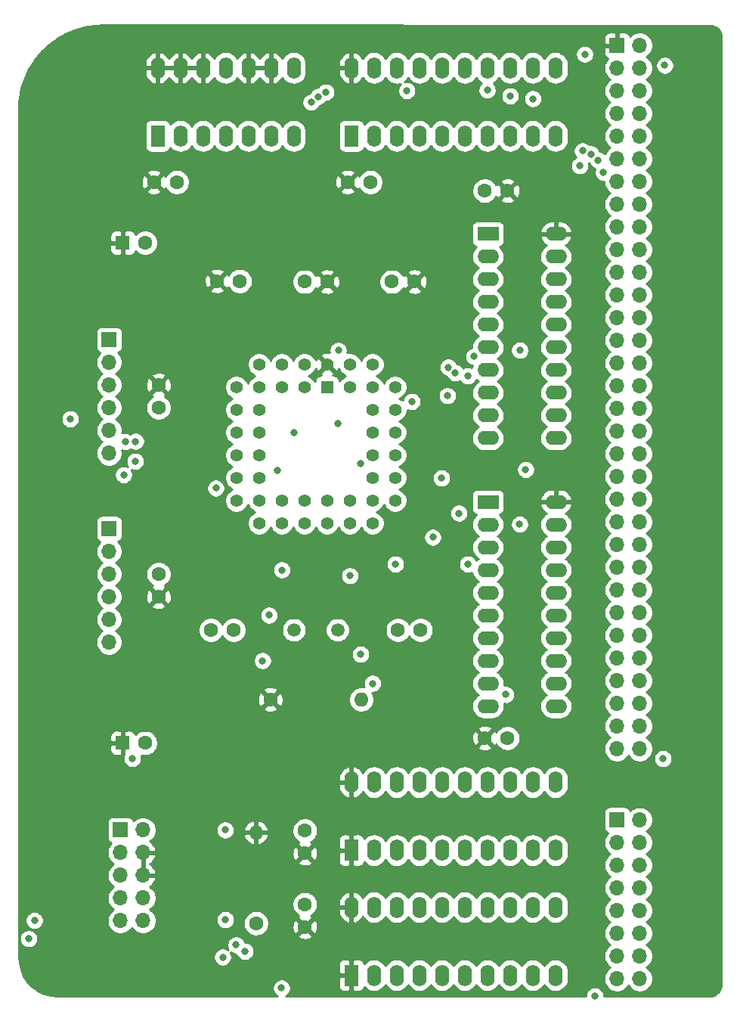
<source format=gbr>
G04 #@! TF.GenerationSoftware,KiCad,Pcbnew,(5.1.5-0-10_14)*
G04 #@! TF.CreationDate,2021-03-01T23:13:27+00:00*
G04 #@! TF.ProjectId,mc68681-basic,6d633638-3638-4312-9d62-617369632e6b,rev?*
G04 #@! TF.SameCoordinates,Original*
G04 #@! TF.FileFunction,Copper,L3,Inr*
G04 #@! TF.FilePolarity,Positive*
%FSLAX46Y46*%
G04 Gerber Fmt 4.6, Leading zero omitted, Abs format (unit mm)*
G04 Created by KiCad (PCBNEW (5.1.5-0-10_14)) date 2021-03-01 23:13:27*
%MOMM*%
%LPD*%
G04 APERTURE LIST*
%ADD10O,1.600000X2.400000*%
%ADD11R,1.600000X2.400000*%
%ADD12C,1.500000*%
%ADD13O,1.700000X1.700000*%
%ADD14R,1.700000X1.700000*%
%ADD15O,1.600000X1.600000*%
%ADD16C,1.600000*%
%ADD17C,1.422400*%
%ADD18R,1.422400X1.422400*%
%ADD19C,1.600200*%
%ADD20O,2.400000X1.600000*%
%ADD21R,2.400000X1.600000*%
%ADD22R,1.600000X1.600000*%
%ADD23C,0.800000*%
%ADD24C,0.254000*%
G04 APERTURE END LIST*
D10*
X88700000Y-51430000D03*
X111560000Y-59050000D03*
X91240000Y-51430000D03*
X109020000Y-59050000D03*
X93780000Y-51430000D03*
X106480000Y-59050000D03*
X96320000Y-51430000D03*
X103940000Y-59050000D03*
X98860000Y-51430000D03*
X101400000Y-59050000D03*
X101400000Y-51430000D03*
X98860000Y-59050000D03*
X103940000Y-51430000D03*
X96320000Y-59050000D03*
X106480000Y-51430000D03*
X93780000Y-59050000D03*
X109020000Y-51430000D03*
X91240000Y-59050000D03*
X111560000Y-51430000D03*
D11*
X88700000Y-59050000D03*
D12*
X87150000Y-114340000D03*
X82270000Y-114340000D03*
D13*
X65360000Y-146890000D03*
X62820000Y-146890000D03*
X65360000Y-144350000D03*
X62820000Y-144350000D03*
X65360000Y-141810000D03*
X62820000Y-141810000D03*
X65360000Y-139270000D03*
X62820000Y-139270000D03*
X65360000Y-136730000D03*
D14*
X62820000Y-136730000D03*
D15*
X89800000Y-122120000D03*
D16*
X79640000Y-122120000D03*
D17*
X93610000Y-87156350D03*
X93610000Y-89696350D03*
X93610000Y-92236350D03*
X93610000Y-94776350D03*
X93610000Y-97316350D03*
X91070000Y-84616350D03*
X91070000Y-89696350D03*
X91070000Y-92236350D03*
X91070000Y-94776350D03*
X91070000Y-97316350D03*
X91070000Y-99856350D03*
X91070000Y-102396350D03*
X88530000Y-102396350D03*
X85990000Y-102396350D03*
X83450000Y-102396350D03*
X80910000Y-102396350D03*
X78370000Y-102396350D03*
X93610000Y-99856350D03*
X88530000Y-99856350D03*
X85990000Y-99856350D03*
X83450000Y-99856350D03*
X80910000Y-99856350D03*
X78370000Y-99856350D03*
X75830000Y-99856350D03*
X75830000Y-97316350D03*
X75830000Y-94776350D03*
X75830000Y-92236350D03*
X75830000Y-89696350D03*
X75830000Y-87156350D03*
X78370000Y-97316350D03*
X78370000Y-94776350D03*
X78370000Y-92236350D03*
X78370000Y-89696350D03*
X78370000Y-87156350D03*
X88530000Y-84616350D03*
X85990000Y-84616350D03*
X78370000Y-84616350D03*
X80910000Y-84616350D03*
X83450000Y-84616350D03*
X91070000Y-87156350D03*
X88530000Y-87156350D03*
X80910000Y-87156350D03*
X83450000Y-87156350D03*
D18*
X85990000Y-87156350D03*
D10*
X88700000Y-131380000D03*
X111560000Y-139000000D03*
X91240000Y-131380000D03*
X109020000Y-139000000D03*
X93780000Y-131380000D03*
X106480000Y-139000000D03*
X96320000Y-131380000D03*
X103940000Y-139000000D03*
X98860000Y-131380000D03*
X101400000Y-139000000D03*
X101400000Y-131380000D03*
X98860000Y-139000000D03*
X103940000Y-131380000D03*
X96320000Y-139000000D03*
X106480000Y-131380000D03*
X93780000Y-139000000D03*
X109020000Y-131380000D03*
X91240000Y-139000000D03*
X111560000Y-131380000D03*
D11*
X88700000Y-139000000D03*
D19*
X93235800Y-75355000D03*
X95775800Y-75355000D03*
X67100000Y-108080000D03*
X67100000Y-110620000D03*
X83450000Y-75355000D03*
X85990000Y-75355000D03*
X103644200Y-126450000D03*
X106184200Y-126450000D03*
X83500000Y-145044200D03*
X83500000Y-147584200D03*
X83500000Y-136815800D03*
X83500000Y-139355800D03*
X67100000Y-86920000D03*
X67100000Y-89460000D03*
X73664200Y-75280000D03*
X76204200Y-75280000D03*
X93920000Y-114340000D03*
X96460000Y-114340000D03*
X106184200Y-65175000D03*
X103644200Y-65175000D03*
X72980000Y-114340000D03*
X75520000Y-114340000D03*
X66594200Y-64200000D03*
X69134200Y-64200000D03*
X88294200Y-64200000D03*
X90834200Y-64200000D03*
D15*
X78025000Y-137015000D03*
D16*
X78025000Y-147175000D03*
D13*
X61550000Y-115700000D03*
X61550000Y-113160000D03*
X61550000Y-110620000D03*
X61550000Y-108080000D03*
X61550000Y-105540000D03*
D14*
X61550000Y-103000000D03*
D13*
X61550000Y-94540000D03*
X61550000Y-92000000D03*
X61550000Y-89460000D03*
X61550000Y-86920000D03*
X61550000Y-84380000D03*
D14*
X61550000Y-81840000D03*
D13*
X121000000Y-153380000D03*
X118460000Y-153380000D03*
X121000000Y-150840000D03*
X118460000Y-150840000D03*
X121000000Y-148300000D03*
X118460000Y-148300000D03*
X121000000Y-145760000D03*
X118460000Y-145760000D03*
X121000000Y-143220000D03*
X118460000Y-143220000D03*
X121000000Y-140680000D03*
X118460000Y-140680000D03*
X121000000Y-138140000D03*
X118460000Y-138140000D03*
X121000000Y-135600000D03*
D14*
X118460000Y-135600000D03*
D13*
X121000000Y-127640000D03*
X118460000Y-127640000D03*
X121000000Y-125100000D03*
X118460000Y-125100000D03*
X121000000Y-122560000D03*
X118460000Y-122560000D03*
X121000000Y-120020000D03*
X118460000Y-120020000D03*
X121000000Y-117480000D03*
X118460000Y-117480000D03*
X121000000Y-114940000D03*
X118460000Y-114940000D03*
X121000000Y-112400000D03*
X118460000Y-112400000D03*
X121000000Y-109860000D03*
X118460000Y-109860000D03*
X121000000Y-107320000D03*
X118460000Y-107320000D03*
X121000000Y-104780000D03*
X118460000Y-104780000D03*
X121000000Y-102240000D03*
X118460000Y-102240000D03*
X121000000Y-99700000D03*
X118460000Y-99700000D03*
X121000000Y-97160000D03*
X118460000Y-97160000D03*
X121000000Y-94620000D03*
X118460000Y-94620000D03*
X121000000Y-92080000D03*
X118460000Y-92080000D03*
X121000000Y-89540000D03*
X118460000Y-89540000D03*
X121000000Y-87000000D03*
X118460000Y-87000000D03*
X121000000Y-84460000D03*
X118460000Y-84460000D03*
X121000000Y-81920000D03*
X118460000Y-81920000D03*
X121000000Y-79380000D03*
X118460000Y-79380000D03*
X121000000Y-76840000D03*
X118460000Y-76840000D03*
X121000000Y-74300000D03*
X118460000Y-74300000D03*
X121000000Y-71760000D03*
X118460000Y-71760000D03*
X121000000Y-69220000D03*
X118460000Y-69220000D03*
X121000000Y-66680000D03*
X118460000Y-66680000D03*
X121000000Y-64140000D03*
X118460000Y-64140000D03*
X121000000Y-61600000D03*
X118460000Y-61600000D03*
X121000000Y-59060000D03*
X118460000Y-59060000D03*
X121000000Y-56520000D03*
X118460000Y-56520000D03*
X121000000Y-53980000D03*
X118460000Y-53980000D03*
X121000000Y-51440000D03*
X118460000Y-51440000D03*
X121000000Y-48900000D03*
D14*
X118460000Y-48900000D03*
D20*
X111620000Y-70000000D03*
X104000000Y-92860000D03*
X111620000Y-72540000D03*
X104000000Y-90320000D03*
X111620000Y-75080000D03*
X104000000Y-87780000D03*
X111620000Y-77620000D03*
X104000000Y-85240000D03*
X111620000Y-80160000D03*
X104000000Y-82700000D03*
X111620000Y-82700000D03*
X104000000Y-80160000D03*
X111620000Y-85240000D03*
X104000000Y-77620000D03*
X111620000Y-87780000D03*
X104000000Y-75080000D03*
X111620000Y-90320000D03*
X104000000Y-72540000D03*
X111620000Y-92860000D03*
D21*
X104000000Y-70000000D03*
D10*
X67000000Y-51430000D03*
X82240000Y-59050000D03*
X69540000Y-51430000D03*
X79700000Y-59050000D03*
X72080000Y-51430000D03*
X77160000Y-59050000D03*
X74620000Y-51430000D03*
X74620000Y-59050000D03*
X77160000Y-51430000D03*
X72080000Y-59050000D03*
X79700000Y-51430000D03*
X69540000Y-59050000D03*
X82240000Y-51430000D03*
D11*
X67000000Y-59050000D03*
D10*
X88700000Y-145380000D03*
X111560000Y-153000000D03*
X91240000Y-145380000D03*
X109020000Y-153000000D03*
X93780000Y-145380000D03*
X106480000Y-153000000D03*
X96320000Y-145380000D03*
X103940000Y-153000000D03*
X98860000Y-145380000D03*
X101400000Y-153000000D03*
X101400000Y-145380000D03*
X98860000Y-153000000D03*
X103940000Y-145380000D03*
X96320000Y-153000000D03*
X106480000Y-145380000D03*
X93780000Y-153000000D03*
X109020000Y-145380000D03*
X91240000Y-153000000D03*
X111560000Y-145380000D03*
D11*
X88700000Y-153000000D03*
D20*
X111620000Y-100000000D03*
X104000000Y-122860000D03*
X111620000Y-102540000D03*
X104000000Y-120320000D03*
X111620000Y-105080000D03*
X104000000Y-117780000D03*
X111620000Y-107620000D03*
X104000000Y-115240000D03*
X111620000Y-110160000D03*
X104000000Y-112700000D03*
X111620000Y-112700000D03*
X104000000Y-110160000D03*
X111620000Y-115240000D03*
X104000000Y-107620000D03*
X111620000Y-117780000D03*
X104000000Y-105080000D03*
X111620000Y-120320000D03*
X104000000Y-102540000D03*
X111620000Y-122860000D03*
D21*
X104000000Y-100000000D03*
D16*
X65592621Y-127000000D03*
D22*
X63092621Y-127000000D03*
D16*
X65592621Y-71000000D03*
D22*
X63092621Y-71000000D03*
D23*
X87170000Y-91190000D03*
X101738436Y-85905872D03*
X102410000Y-83730000D03*
X80910000Y-107620000D03*
X79470000Y-112690000D03*
X99554903Y-84926493D03*
X78750000Y-117790000D03*
X107572298Y-83022298D03*
X107550000Y-102500000D03*
X75790000Y-149590000D03*
X89700000Y-95740000D03*
X76790000Y-150325000D03*
X74290000Y-150980000D03*
X63199999Y-96970000D03*
X115975000Y-155325000D03*
X63370000Y-93250000D03*
X64500000Y-95450000D03*
X64525000Y-93225000D03*
X80875000Y-154424990D03*
X87240000Y-83040000D03*
X57210000Y-90710000D03*
X98810000Y-97340000D03*
X106000000Y-121575000D03*
X73530000Y-98460000D03*
X100747937Y-101267937D03*
X95470000Y-88767551D03*
X101750030Y-106970000D03*
X93630000Y-106970000D03*
X108222298Y-96387551D03*
X80430000Y-96460000D03*
X91080000Y-120330000D03*
X109020000Y-54875010D03*
X84190000Y-55270000D03*
X89740000Y-117070000D03*
X99460000Y-88120000D03*
X88540000Y-108270000D03*
X106480000Y-54550000D03*
X85006047Y-54625009D03*
X100320000Y-85545149D03*
X97820000Y-103960000D03*
X103930000Y-53900000D03*
X85844796Y-54127889D03*
X74584301Y-146790000D03*
X74570000Y-136730000D03*
X123800000Y-51125000D03*
X114583376Y-60700010D03*
X52560000Y-148910000D03*
X114850000Y-49890000D03*
X115536612Y-61050020D03*
X116300000Y-61725000D03*
X114275000Y-62375020D03*
X116950000Y-63125000D03*
X123600000Y-128750000D03*
X64170000Y-128730000D03*
X94920000Y-53974989D03*
X53200000Y-146860000D03*
X82310000Y-92230000D03*
D24*
G36*
X128767666Y-46657496D02*
G01*
X129060144Y-46686174D01*
X129310381Y-46761725D01*
X129541177Y-46884442D01*
X129743738Y-47049646D01*
X129910358Y-47251055D01*
X130034681Y-47480986D01*
X130111978Y-47730693D01*
X130142498Y-48021069D01*
X130140002Y-153967705D01*
X130111375Y-154259660D01*
X130035965Y-154509429D01*
X129913477Y-154739794D01*
X129748579Y-154941979D01*
X129547546Y-155108288D01*
X129318046Y-155232378D01*
X129068805Y-155309531D01*
X128778911Y-155340000D01*
X117010000Y-155340000D01*
X117010000Y-155223061D01*
X116970226Y-155023102D01*
X116892205Y-154834744D01*
X116778937Y-154665226D01*
X116634774Y-154521063D01*
X116465256Y-154407795D01*
X116276898Y-154329774D01*
X116076939Y-154290000D01*
X115873061Y-154290000D01*
X115673102Y-154329774D01*
X115484744Y-154407795D01*
X115315226Y-154521063D01*
X115171063Y-154665226D01*
X115057795Y-154834744D01*
X114979774Y-155023102D01*
X114940000Y-155223061D01*
X114940000Y-155340000D01*
X81368541Y-155340000D01*
X81534774Y-155228927D01*
X81678937Y-155084764D01*
X81792205Y-154915246D01*
X81870226Y-154726888D01*
X81910000Y-154526929D01*
X81910000Y-154323051D01*
X81885524Y-154200000D01*
X87261928Y-154200000D01*
X87274188Y-154324482D01*
X87310498Y-154444180D01*
X87369463Y-154554494D01*
X87448815Y-154651185D01*
X87545506Y-154730537D01*
X87655820Y-154789502D01*
X87775518Y-154825812D01*
X87900000Y-154838072D01*
X88414250Y-154835000D01*
X88573000Y-154676250D01*
X88573000Y-153127000D01*
X87423750Y-153127000D01*
X87265000Y-153285750D01*
X87261928Y-154200000D01*
X81885524Y-154200000D01*
X81870226Y-154123092D01*
X81792205Y-153934734D01*
X81678937Y-153765216D01*
X81534774Y-153621053D01*
X81365256Y-153507785D01*
X81176898Y-153429764D01*
X80976939Y-153389990D01*
X80773061Y-153389990D01*
X80573102Y-153429764D01*
X80384744Y-153507785D01*
X80215226Y-153621053D01*
X80071063Y-153765216D01*
X79957795Y-153934734D01*
X79879774Y-154123092D01*
X79840000Y-154323051D01*
X79840000Y-154526929D01*
X79879774Y-154726888D01*
X79957795Y-154915246D01*
X80071063Y-155084764D01*
X80215226Y-155228927D01*
X80381459Y-155340000D01*
X55829392Y-155340000D01*
X55031917Y-155268827D01*
X54288110Y-155065344D01*
X53592096Y-154733363D01*
X52965870Y-154283374D01*
X52429223Y-153729597D01*
X51999129Y-153089549D01*
X51689171Y-152383447D01*
X51507935Y-151628543D01*
X51459997Y-150975746D01*
X51459985Y-150878061D01*
X73255000Y-150878061D01*
X73255000Y-151081939D01*
X73294774Y-151281898D01*
X73372795Y-151470256D01*
X73486063Y-151639774D01*
X73630226Y-151783937D01*
X73799744Y-151897205D01*
X73988102Y-151975226D01*
X74188061Y-152015000D01*
X74391939Y-152015000D01*
X74591898Y-151975226D01*
X74780256Y-151897205D01*
X74925733Y-151800000D01*
X87261928Y-151800000D01*
X87265000Y-152714250D01*
X87423750Y-152873000D01*
X88573000Y-152873000D01*
X88573000Y-151323750D01*
X88827000Y-151323750D01*
X88827000Y-152873000D01*
X88847000Y-152873000D01*
X88847000Y-153127000D01*
X88827000Y-153127000D01*
X88827000Y-154676250D01*
X88985750Y-154835000D01*
X89500000Y-154838072D01*
X89624482Y-154825812D01*
X89744180Y-154789502D01*
X89854494Y-154730537D01*
X89951185Y-154651185D01*
X90030537Y-154554494D01*
X90089502Y-154444180D01*
X90125812Y-154324482D01*
X90127581Y-154306517D01*
X90220393Y-154419608D01*
X90438900Y-154598932D01*
X90688193Y-154732182D01*
X90958692Y-154814236D01*
X91240000Y-154841943D01*
X91521309Y-154814236D01*
X91791808Y-154732182D01*
X92041101Y-154598932D01*
X92259608Y-154419608D01*
X92438932Y-154201101D01*
X92510000Y-154068142D01*
X92581068Y-154201101D01*
X92760393Y-154419608D01*
X92978900Y-154598932D01*
X93228193Y-154732182D01*
X93498692Y-154814236D01*
X93780000Y-154841943D01*
X94061309Y-154814236D01*
X94331808Y-154732182D01*
X94581101Y-154598932D01*
X94799608Y-154419608D01*
X94978932Y-154201101D01*
X95050000Y-154068142D01*
X95121068Y-154201101D01*
X95300393Y-154419608D01*
X95518900Y-154598932D01*
X95768193Y-154732182D01*
X96038692Y-154814236D01*
X96320000Y-154841943D01*
X96601309Y-154814236D01*
X96871808Y-154732182D01*
X97121101Y-154598932D01*
X97339608Y-154419608D01*
X97518932Y-154201101D01*
X97590000Y-154068142D01*
X97661068Y-154201101D01*
X97840393Y-154419608D01*
X98058900Y-154598932D01*
X98308193Y-154732182D01*
X98578692Y-154814236D01*
X98860000Y-154841943D01*
X99141309Y-154814236D01*
X99411808Y-154732182D01*
X99661101Y-154598932D01*
X99879608Y-154419608D01*
X100058932Y-154201101D01*
X100130000Y-154068142D01*
X100201068Y-154201101D01*
X100380393Y-154419608D01*
X100598900Y-154598932D01*
X100848193Y-154732182D01*
X101118692Y-154814236D01*
X101400000Y-154841943D01*
X101681309Y-154814236D01*
X101951808Y-154732182D01*
X102201101Y-154598932D01*
X102419608Y-154419608D01*
X102598932Y-154201101D01*
X102670000Y-154068142D01*
X102741068Y-154201101D01*
X102920393Y-154419608D01*
X103138900Y-154598932D01*
X103388193Y-154732182D01*
X103658692Y-154814236D01*
X103940000Y-154841943D01*
X104221309Y-154814236D01*
X104491808Y-154732182D01*
X104741101Y-154598932D01*
X104959608Y-154419608D01*
X105138932Y-154201101D01*
X105210000Y-154068142D01*
X105281068Y-154201101D01*
X105460393Y-154419608D01*
X105678900Y-154598932D01*
X105928193Y-154732182D01*
X106198692Y-154814236D01*
X106480000Y-154841943D01*
X106761309Y-154814236D01*
X107031808Y-154732182D01*
X107281101Y-154598932D01*
X107499608Y-154419608D01*
X107678932Y-154201101D01*
X107750000Y-154068142D01*
X107821068Y-154201101D01*
X108000393Y-154419608D01*
X108218900Y-154598932D01*
X108468193Y-154732182D01*
X108738692Y-154814236D01*
X109020000Y-154841943D01*
X109301309Y-154814236D01*
X109571808Y-154732182D01*
X109821101Y-154598932D01*
X110039608Y-154419608D01*
X110218932Y-154201101D01*
X110290000Y-154068142D01*
X110361068Y-154201101D01*
X110540393Y-154419608D01*
X110758900Y-154598932D01*
X111008193Y-154732182D01*
X111278692Y-154814236D01*
X111560000Y-154841943D01*
X111841309Y-154814236D01*
X112111808Y-154732182D01*
X112361101Y-154598932D01*
X112579608Y-154419608D01*
X112758932Y-154201101D01*
X112892182Y-153951808D01*
X112974236Y-153681309D01*
X112995000Y-153470491D01*
X112995000Y-152529508D01*
X112974236Y-152318691D01*
X112892182Y-152048192D01*
X112758932Y-151798899D01*
X112579607Y-151580392D01*
X112361100Y-151401068D01*
X112111807Y-151267818D01*
X111841308Y-151185764D01*
X111560000Y-151158057D01*
X111278691Y-151185764D01*
X111008192Y-151267818D01*
X110758899Y-151401068D01*
X110540392Y-151580393D01*
X110361068Y-151798900D01*
X110290000Y-151931858D01*
X110218932Y-151798899D01*
X110039607Y-151580392D01*
X109821100Y-151401068D01*
X109571807Y-151267818D01*
X109301308Y-151185764D01*
X109020000Y-151158057D01*
X108738691Y-151185764D01*
X108468192Y-151267818D01*
X108218899Y-151401068D01*
X108000392Y-151580393D01*
X107821068Y-151798900D01*
X107750000Y-151931858D01*
X107678932Y-151798899D01*
X107499607Y-151580392D01*
X107281100Y-151401068D01*
X107031807Y-151267818D01*
X106761308Y-151185764D01*
X106480000Y-151158057D01*
X106198691Y-151185764D01*
X105928192Y-151267818D01*
X105678899Y-151401068D01*
X105460392Y-151580393D01*
X105281068Y-151798900D01*
X105210000Y-151931858D01*
X105138932Y-151798899D01*
X104959607Y-151580392D01*
X104741100Y-151401068D01*
X104491807Y-151267818D01*
X104221308Y-151185764D01*
X103940000Y-151158057D01*
X103658691Y-151185764D01*
X103388192Y-151267818D01*
X103138899Y-151401068D01*
X102920392Y-151580393D01*
X102741068Y-151798900D01*
X102670000Y-151931858D01*
X102598932Y-151798899D01*
X102419607Y-151580392D01*
X102201100Y-151401068D01*
X101951807Y-151267818D01*
X101681308Y-151185764D01*
X101400000Y-151158057D01*
X101118691Y-151185764D01*
X100848192Y-151267818D01*
X100598899Y-151401068D01*
X100380392Y-151580393D01*
X100201068Y-151798900D01*
X100130000Y-151931858D01*
X100058932Y-151798899D01*
X99879607Y-151580392D01*
X99661100Y-151401068D01*
X99411807Y-151267818D01*
X99141308Y-151185764D01*
X98860000Y-151158057D01*
X98578691Y-151185764D01*
X98308192Y-151267818D01*
X98058899Y-151401068D01*
X97840392Y-151580393D01*
X97661068Y-151798900D01*
X97590000Y-151931858D01*
X97518932Y-151798899D01*
X97339607Y-151580392D01*
X97121100Y-151401068D01*
X96871807Y-151267818D01*
X96601308Y-151185764D01*
X96320000Y-151158057D01*
X96038691Y-151185764D01*
X95768192Y-151267818D01*
X95518899Y-151401068D01*
X95300392Y-151580393D01*
X95121068Y-151798900D01*
X95050000Y-151931858D01*
X94978932Y-151798899D01*
X94799607Y-151580392D01*
X94581100Y-151401068D01*
X94331807Y-151267818D01*
X94061308Y-151185764D01*
X93780000Y-151158057D01*
X93498691Y-151185764D01*
X93228192Y-151267818D01*
X92978899Y-151401068D01*
X92760392Y-151580393D01*
X92581068Y-151798900D01*
X92510000Y-151931858D01*
X92438932Y-151798899D01*
X92259607Y-151580392D01*
X92041100Y-151401068D01*
X91791807Y-151267818D01*
X91521308Y-151185764D01*
X91240000Y-151158057D01*
X90958691Y-151185764D01*
X90688192Y-151267818D01*
X90438899Y-151401068D01*
X90220392Y-151580393D01*
X90127581Y-151693483D01*
X90125812Y-151675518D01*
X90089502Y-151555820D01*
X90030537Y-151445506D01*
X89951185Y-151348815D01*
X89854494Y-151269463D01*
X89744180Y-151210498D01*
X89624482Y-151174188D01*
X89500000Y-151161928D01*
X88985750Y-151165000D01*
X88827000Y-151323750D01*
X88573000Y-151323750D01*
X88414250Y-151165000D01*
X87900000Y-151161928D01*
X87775518Y-151174188D01*
X87655820Y-151210498D01*
X87545506Y-151269463D01*
X87448815Y-151348815D01*
X87369463Y-151445506D01*
X87310498Y-151555820D01*
X87274188Y-151675518D01*
X87261928Y-151800000D01*
X74925733Y-151800000D01*
X74949774Y-151783937D01*
X75093937Y-151639774D01*
X75207205Y-151470256D01*
X75285226Y-151281898D01*
X75325000Y-151081939D01*
X75325000Y-150878061D01*
X75285226Y-150678102D01*
X75207205Y-150489744D01*
X75153644Y-150409585D01*
X75299744Y-150507205D01*
X75488102Y-150585226D01*
X75688061Y-150625000D01*
X75794396Y-150625000D01*
X75794774Y-150626898D01*
X75872795Y-150815256D01*
X75986063Y-150984774D01*
X76130226Y-151128937D01*
X76299744Y-151242205D01*
X76488102Y-151320226D01*
X76688061Y-151360000D01*
X76891939Y-151360000D01*
X77091898Y-151320226D01*
X77280256Y-151242205D01*
X77449774Y-151128937D01*
X77593937Y-150984774D01*
X77707205Y-150815256D01*
X77785226Y-150626898D01*
X77825000Y-150426939D01*
X77825000Y-150223061D01*
X77785226Y-150023102D01*
X77707205Y-149834744D01*
X77593937Y-149665226D01*
X77449774Y-149521063D01*
X77280256Y-149407795D01*
X77091898Y-149329774D01*
X76891939Y-149290000D01*
X76785604Y-149290000D01*
X76785226Y-149288102D01*
X76707205Y-149099744D01*
X76593937Y-148930226D01*
X76449774Y-148786063D01*
X76280256Y-148672795D01*
X76091898Y-148594774D01*
X75891939Y-148555000D01*
X75688061Y-148555000D01*
X75488102Y-148594774D01*
X75299744Y-148672795D01*
X75130226Y-148786063D01*
X74986063Y-148930226D01*
X74872795Y-149099744D01*
X74794774Y-149288102D01*
X74755000Y-149488061D01*
X74755000Y-149691939D01*
X74794774Y-149891898D01*
X74872795Y-150080256D01*
X74926356Y-150160415D01*
X74780256Y-150062795D01*
X74591898Y-149984774D01*
X74391939Y-149945000D01*
X74188061Y-149945000D01*
X73988102Y-149984774D01*
X73799744Y-150062795D01*
X73630226Y-150176063D01*
X73486063Y-150320226D01*
X73372795Y-150489744D01*
X73294774Y-150678102D01*
X73255000Y-150878061D01*
X51459985Y-150878061D01*
X51459712Y-148808061D01*
X51525000Y-148808061D01*
X51525000Y-149011939D01*
X51564774Y-149211898D01*
X51642795Y-149400256D01*
X51756063Y-149569774D01*
X51900226Y-149713937D01*
X52069744Y-149827205D01*
X52258102Y-149905226D01*
X52458061Y-149945000D01*
X52661939Y-149945000D01*
X52861898Y-149905226D01*
X53050256Y-149827205D01*
X53219774Y-149713937D01*
X53363937Y-149569774D01*
X53477205Y-149400256D01*
X53555226Y-149211898D01*
X53595000Y-149011939D01*
X53595000Y-148808061D01*
X53555226Y-148608102D01*
X53477205Y-148419744D01*
X53363937Y-148250226D01*
X53219774Y-148106063D01*
X53050256Y-147992795D01*
X52861898Y-147914774D01*
X52661939Y-147875000D01*
X52458061Y-147875000D01*
X52258102Y-147914774D01*
X52069744Y-147992795D01*
X51900226Y-148106063D01*
X51756063Y-148250226D01*
X51642795Y-148419744D01*
X51564774Y-148608102D01*
X51525000Y-148808061D01*
X51459712Y-148808061D01*
X51459443Y-146758061D01*
X52165000Y-146758061D01*
X52165000Y-146961939D01*
X52204774Y-147161898D01*
X52282795Y-147350256D01*
X52396063Y-147519774D01*
X52540226Y-147663937D01*
X52709744Y-147777205D01*
X52898102Y-147855226D01*
X53098061Y-147895000D01*
X53301939Y-147895000D01*
X53501898Y-147855226D01*
X53690256Y-147777205D01*
X53859774Y-147663937D01*
X54003937Y-147519774D01*
X54117205Y-147350256D01*
X54195226Y-147161898D01*
X54235000Y-146961939D01*
X54235000Y-146758061D01*
X54195226Y-146558102D01*
X54117205Y-146369744D01*
X54003937Y-146200226D01*
X53859774Y-146056063D01*
X53690256Y-145942795D01*
X53501898Y-145864774D01*
X53301939Y-145825000D01*
X53098061Y-145825000D01*
X52898102Y-145864774D01*
X52709744Y-145942795D01*
X52540226Y-146056063D01*
X52396063Y-146200226D01*
X52282795Y-146369744D01*
X52204774Y-146558102D01*
X52165000Y-146758061D01*
X51459443Y-146758061D01*
X51458013Y-135880000D01*
X61331928Y-135880000D01*
X61331928Y-137580000D01*
X61344188Y-137704482D01*
X61380498Y-137824180D01*
X61439463Y-137934494D01*
X61518815Y-138031185D01*
X61615506Y-138110537D01*
X61725820Y-138169502D01*
X61798380Y-138191513D01*
X61666525Y-138323368D01*
X61504010Y-138566589D01*
X61392068Y-138836842D01*
X61335000Y-139123740D01*
X61335000Y-139416260D01*
X61392068Y-139703158D01*
X61504010Y-139973411D01*
X61666525Y-140216632D01*
X61873368Y-140423475D01*
X62047760Y-140540000D01*
X61873368Y-140656525D01*
X61666525Y-140863368D01*
X61504010Y-141106589D01*
X61392068Y-141376842D01*
X61335000Y-141663740D01*
X61335000Y-141956260D01*
X61392068Y-142243158D01*
X61504010Y-142513411D01*
X61666525Y-142756632D01*
X61873368Y-142963475D01*
X62047760Y-143080000D01*
X61873368Y-143196525D01*
X61666525Y-143403368D01*
X61504010Y-143646589D01*
X61392068Y-143916842D01*
X61335000Y-144203740D01*
X61335000Y-144496260D01*
X61392068Y-144783158D01*
X61504010Y-145053411D01*
X61666525Y-145296632D01*
X61873368Y-145503475D01*
X62047760Y-145620000D01*
X61873368Y-145736525D01*
X61666525Y-145943368D01*
X61504010Y-146186589D01*
X61392068Y-146456842D01*
X61335000Y-146743740D01*
X61335000Y-147036260D01*
X61392068Y-147323158D01*
X61504010Y-147593411D01*
X61666525Y-147836632D01*
X61873368Y-148043475D01*
X62116589Y-148205990D01*
X62386842Y-148317932D01*
X62673740Y-148375000D01*
X62966260Y-148375000D01*
X63253158Y-148317932D01*
X63523411Y-148205990D01*
X63766632Y-148043475D01*
X63973475Y-147836632D01*
X64090000Y-147662240D01*
X64206525Y-147836632D01*
X64413368Y-148043475D01*
X64656589Y-148205990D01*
X64926842Y-148317932D01*
X65213740Y-148375000D01*
X65506260Y-148375000D01*
X65793158Y-148317932D01*
X66063411Y-148205990D01*
X66306632Y-148043475D01*
X66513475Y-147836632D01*
X66675990Y-147593411D01*
X66787932Y-147323158D01*
X66845000Y-147036260D01*
X66845000Y-146743740D01*
X66833925Y-146688061D01*
X73549301Y-146688061D01*
X73549301Y-146891939D01*
X73589075Y-147091898D01*
X73667096Y-147280256D01*
X73780364Y-147449774D01*
X73924527Y-147593937D01*
X74094045Y-147707205D01*
X74282403Y-147785226D01*
X74482362Y-147825000D01*
X74686240Y-147825000D01*
X74886199Y-147785226D01*
X75074557Y-147707205D01*
X75244075Y-147593937D01*
X75388238Y-147449774D01*
X75501506Y-147280256D01*
X75579527Y-147091898D01*
X75591110Y-147033665D01*
X76590000Y-147033665D01*
X76590000Y-147316335D01*
X76645147Y-147593574D01*
X76753320Y-147854727D01*
X76910363Y-148089759D01*
X77110241Y-148289637D01*
X77345273Y-148446680D01*
X77606426Y-148554853D01*
X77883665Y-148610000D01*
X78166335Y-148610000D01*
X78332365Y-148576974D01*
X82686831Y-148576974D01*
X82758426Y-148820954D01*
X83013954Y-148941864D01*
X83288161Y-149010600D01*
X83570508Y-149024520D01*
X83850147Y-148983089D01*
X84116328Y-148887900D01*
X84241574Y-148820954D01*
X84313169Y-148576974D01*
X83500000Y-147763805D01*
X82686831Y-148576974D01*
X78332365Y-148576974D01*
X78443574Y-148554853D01*
X78704727Y-148446680D01*
X78939759Y-148289637D01*
X79139637Y-148089759D01*
X79296680Y-147854727D01*
X79379530Y-147654708D01*
X82059680Y-147654708D01*
X82101111Y-147934347D01*
X82196300Y-148200528D01*
X82263246Y-148325774D01*
X82507226Y-148397369D01*
X83320395Y-147584200D01*
X83679605Y-147584200D01*
X84492774Y-148397369D01*
X84736754Y-148325774D01*
X84857664Y-148070246D01*
X84926400Y-147796039D01*
X84940320Y-147513692D01*
X84898889Y-147234053D01*
X84803700Y-146967872D01*
X84736754Y-146842626D01*
X84492774Y-146771031D01*
X83679605Y-147584200D01*
X83320395Y-147584200D01*
X82507226Y-146771031D01*
X82263246Y-146842626D01*
X82142336Y-147098154D01*
X82073600Y-147372361D01*
X82059680Y-147654708D01*
X79379530Y-147654708D01*
X79404853Y-147593574D01*
X79460000Y-147316335D01*
X79460000Y-147033665D01*
X79404853Y-146756426D01*
X79296680Y-146495273D01*
X79139637Y-146260241D01*
X78939759Y-146060363D01*
X78704727Y-145903320D01*
X78443574Y-145795147D01*
X78166335Y-145740000D01*
X77883665Y-145740000D01*
X77606426Y-145795147D01*
X77345273Y-145903320D01*
X77110241Y-146060363D01*
X76910363Y-146260241D01*
X76753320Y-146495273D01*
X76645147Y-146756426D01*
X76590000Y-147033665D01*
X75591110Y-147033665D01*
X75619301Y-146891939D01*
X75619301Y-146688061D01*
X75579527Y-146488102D01*
X75501506Y-146299744D01*
X75388238Y-146130226D01*
X75244075Y-145986063D01*
X75074557Y-145872795D01*
X74886199Y-145794774D01*
X74686240Y-145755000D01*
X74482362Y-145755000D01*
X74282403Y-145794774D01*
X74094045Y-145872795D01*
X73924527Y-145986063D01*
X73780364Y-146130226D01*
X73667096Y-146299744D01*
X73589075Y-146488102D01*
X73549301Y-146688061D01*
X66833925Y-146688061D01*
X66787932Y-146456842D01*
X66675990Y-146186589D01*
X66513475Y-145943368D01*
X66306632Y-145736525D01*
X66132240Y-145620000D01*
X66306632Y-145503475D01*
X66513475Y-145296632D01*
X66675990Y-145053411D01*
X66738352Y-144902855D01*
X82064900Y-144902855D01*
X82064900Y-145185545D01*
X82120050Y-145462803D01*
X82228231Y-145723975D01*
X82385285Y-145959023D01*
X82585177Y-146158915D01*
X82818932Y-146315105D01*
X82758426Y-146347446D01*
X82686831Y-146591426D01*
X83500000Y-147404595D01*
X84313169Y-146591426D01*
X84241574Y-146347446D01*
X84177256Y-146317012D01*
X84179775Y-146315969D01*
X84414823Y-146158915D01*
X84614715Y-145959023D01*
X84771769Y-145723975D01*
X84861643Y-145507000D01*
X87265000Y-145507000D01*
X87265000Y-145907000D01*
X87317350Y-146184514D01*
X87422834Y-146446483D01*
X87577399Y-146682839D01*
X87775105Y-146884500D01*
X88008354Y-147043715D01*
X88268182Y-147154367D01*
X88350961Y-147171904D01*
X88573000Y-147049915D01*
X88573000Y-145507000D01*
X87265000Y-145507000D01*
X84861643Y-145507000D01*
X84879950Y-145462803D01*
X84935100Y-145185545D01*
X84935100Y-144902855D01*
X84925184Y-144853000D01*
X87265000Y-144853000D01*
X87265000Y-145253000D01*
X88573000Y-145253000D01*
X88573000Y-143710085D01*
X88827000Y-143710085D01*
X88827000Y-145253000D01*
X88847000Y-145253000D01*
X88847000Y-145507000D01*
X88827000Y-145507000D01*
X88827000Y-147049915D01*
X89049039Y-147171904D01*
X89131818Y-147154367D01*
X89391646Y-147043715D01*
X89624895Y-146884500D01*
X89822601Y-146682839D01*
X89972735Y-146453259D01*
X90041068Y-146581101D01*
X90220393Y-146799608D01*
X90438900Y-146978932D01*
X90688193Y-147112182D01*
X90958692Y-147194236D01*
X91240000Y-147221943D01*
X91521309Y-147194236D01*
X91791808Y-147112182D01*
X92041101Y-146978932D01*
X92259608Y-146799608D01*
X92438932Y-146581101D01*
X92510000Y-146448142D01*
X92581068Y-146581101D01*
X92760393Y-146799608D01*
X92978900Y-146978932D01*
X93228193Y-147112182D01*
X93498692Y-147194236D01*
X93780000Y-147221943D01*
X94061309Y-147194236D01*
X94331808Y-147112182D01*
X94581101Y-146978932D01*
X94799608Y-146799608D01*
X94978932Y-146581101D01*
X95050000Y-146448142D01*
X95121068Y-146581101D01*
X95300393Y-146799608D01*
X95518900Y-146978932D01*
X95768193Y-147112182D01*
X96038692Y-147194236D01*
X96320000Y-147221943D01*
X96601309Y-147194236D01*
X96871808Y-147112182D01*
X97121101Y-146978932D01*
X97339608Y-146799608D01*
X97518932Y-146581101D01*
X97590000Y-146448142D01*
X97661068Y-146581101D01*
X97840393Y-146799608D01*
X98058900Y-146978932D01*
X98308193Y-147112182D01*
X98578692Y-147194236D01*
X98860000Y-147221943D01*
X99141309Y-147194236D01*
X99411808Y-147112182D01*
X99661101Y-146978932D01*
X99879608Y-146799608D01*
X100058932Y-146581101D01*
X100130000Y-146448142D01*
X100201068Y-146581101D01*
X100380393Y-146799608D01*
X100598900Y-146978932D01*
X100848193Y-147112182D01*
X101118692Y-147194236D01*
X101400000Y-147221943D01*
X101681309Y-147194236D01*
X101951808Y-147112182D01*
X102201101Y-146978932D01*
X102419608Y-146799608D01*
X102598932Y-146581101D01*
X102670000Y-146448142D01*
X102741068Y-146581101D01*
X102920393Y-146799608D01*
X103138900Y-146978932D01*
X103388193Y-147112182D01*
X103658692Y-147194236D01*
X103940000Y-147221943D01*
X104221309Y-147194236D01*
X104491808Y-147112182D01*
X104741101Y-146978932D01*
X104959608Y-146799608D01*
X105138932Y-146581101D01*
X105210000Y-146448142D01*
X105281068Y-146581101D01*
X105460393Y-146799608D01*
X105678900Y-146978932D01*
X105928193Y-147112182D01*
X106198692Y-147194236D01*
X106480000Y-147221943D01*
X106761309Y-147194236D01*
X107031808Y-147112182D01*
X107281101Y-146978932D01*
X107499608Y-146799608D01*
X107678932Y-146581101D01*
X107750000Y-146448142D01*
X107821068Y-146581101D01*
X108000393Y-146799608D01*
X108218900Y-146978932D01*
X108468193Y-147112182D01*
X108738692Y-147194236D01*
X109020000Y-147221943D01*
X109301309Y-147194236D01*
X109571808Y-147112182D01*
X109821101Y-146978932D01*
X110039608Y-146799608D01*
X110218932Y-146581101D01*
X110290000Y-146448142D01*
X110361068Y-146581101D01*
X110540393Y-146799608D01*
X110758900Y-146978932D01*
X111008193Y-147112182D01*
X111278692Y-147194236D01*
X111560000Y-147221943D01*
X111841309Y-147194236D01*
X112111808Y-147112182D01*
X112361101Y-146978932D01*
X112579608Y-146799608D01*
X112758932Y-146581101D01*
X112892182Y-146331808D01*
X112974236Y-146061309D01*
X112995000Y-145850491D01*
X112995000Y-144909508D01*
X112974236Y-144698691D01*
X112892182Y-144428192D01*
X112758932Y-144178899D01*
X112579607Y-143960392D01*
X112361100Y-143781068D01*
X112111807Y-143647818D01*
X111841308Y-143565764D01*
X111560000Y-143538057D01*
X111278691Y-143565764D01*
X111008192Y-143647818D01*
X110758899Y-143781068D01*
X110540392Y-143960393D01*
X110361068Y-144178900D01*
X110290000Y-144311858D01*
X110218932Y-144178899D01*
X110039607Y-143960392D01*
X109821100Y-143781068D01*
X109571807Y-143647818D01*
X109301308Y-143565764D01*
X109020000Y-143538057D01*
X108738691Y-143565764D01*
X108468192Y-143647818D01*
X108218899Y-143781068D01*
X108000392Y-143960393D01*
X107821068Y-144178900D01*
X107750000Y-144311858D01*
X107678932Y-144178899D01*
X107499607Y-143960392D01*
X107281100Y-143781068D01*
X107031807Y-143647818D01*
X106761308Y-143565764D01*
X106480000Y-143538057D01*
X106198691Y-143565764D01*
X105928192Y-143647818D01*
X105678899Y-143781068D01*
X105460392Y-143960393D01*
X105281068Y-144178900D01*
X105210000Y-144311858D01*
X105138932Y-144178899D01*
X104959607Y-143960392D01*
X104741100Y-143781068D01*
X104491807Y-143647818D01*
X104221308Y-143565764D01*
X103940000Y-143538057D01*
X103658691Y-143565764D01*
X103388192Y-143647818D01*
X103138899Y-143781068D01*
X102920392Y-143960393D01*
X102741068Y-144178900D01*
X102670000Y-144311858D01*
X102598932Y-144178899D01*
X102419607Y-143960392D01*
X102201100Y-143781068D01*
X101951807Y-143647818D01*
X101681308Y-143565764D01*
X101400000Y-143538057D01*
X101118691Y-143565764D01*
X100848192Y-143647818D01*
X100598899Y-143781068D01*
X100380392Y-143960393D01*
X100201068Y-144178900D01*
X100130000Y-144311858D01*
X100058932Y-144178899D01*
X99879607Y-143960392D01*
X99661100Y-143781068D01*
X99411807Y-143647818D01*
X99141308Y-143565764D01*
X98860000Y-143538057D01*
X98578691Y-143565764D01*
X98308192Y-143647818D01*
X98058899Y-143781068D01*
X97840392Y-143960393D01*
X97661068Y-144178900D01*
X97590000Y-144311858D01*
X97518932Y-144178899D01*
X97339607Y-143960392D01*
X97121100Y-143781068D01*
X96871807Y-143647818D01*
X96601308Y-143565764D01*
X96320000Y-143538057D01*
X96038691Y-143565764D01*
X95768192Y-143647818D01*
X95518899Y-143781068D01*
X95300392Y-143960393D01*
X95121068Y-144178900D01*
X95050000Y-144311858D01*
X94978932Y-144178899D01*
X94799607Y-143960392D01*
X94581100Y-143781068D01*
X94331807Y-143647818D01*
X94061308Y-143565764D01*
X93780000Y-143538057D01*
X93498691Y-143565764D01*
X93228192Y-143647818D01*
X92978899Y-143781068D01*
X92760392Y-143960393D01*
X92581068Y-144178900D01*
X92510000Y-144311858D01*
X92438932Y-144178899D01*
X92259607Y-143960392D01*
X92041100Y-143781068D01*
X91791807Y-143647818D01*
X91521308Y-143565764D01*
X91240000Y-143538057D01*
X90958691Y-143565764D01*
X90688192Y-143647818D01*
X90438899Y-143781068D01*
X90220392Y-143960393D01*
X90041068Y-144178900D01*
X89972735Y-144306742D01*
X89822601Y-144077161D01*
X89624895Y-143875500D01*
X89391646Y-143716285D01*
X89131818Y-143605633D01*
X89049039Y-143588096D01*
X88827000Y-143710085D01*
X88573000Y-143710085D01*
X88350961Y-143588096D01*
X88268182Y-143605633D01*
X88008354Y-143716285D01*
X87775105Y-143875500D01*
X87577399Y-144077161D01*
X87422834Y-144313517D01*
X87317350Y-144575486D01*
X87265000Y-144853000D01*
X84925184Y-144853000D01*
X84879950Y-144625597D01*
X84771769Y-144364425D01*
X84614715Y-144129377D01*
X84414823Y-143929485D01*
X84179775Y-143772431D01*
X83918603Y-143664250D01*
X83641345Y-143609100D01*
X83358655Y-143609100D01*
X83081397Y-143664250D01*
X82820225Y-143772431D01*
X82585177Y-143929485D01*
X82385285Y-144129377D01*
X82228231Y-144364425D01*
X82120050Y-144625597D01*
X82064900Y-144902855D01*
X66738352Y-144902855D01*
X66787932Y-144783158D01*
X66845000Y-144496260D01*
X66845000Y-144203740D01*
X66787932Y-143916842D01*
X66675990Y-143646589D01*
X66513475Y-143403368D01*
X66306632Y-143196525D01*
X66124466Y-143074805D01*
X66241355Y-143005178D01*
X66457588Y-142810269D01*
X66631641Y-142576920D01*
X66756825Y-142314099D01*
X66801476Y-142166890D01*
X66680155Y-141937000D01*
X65487000Y-141937000D01*
X65487000Y-141957000D01*
X65233000Y-141957000D01*
X65233000Y-141937000D01*
X65213000Y-141937000D01*
X65213000Y-141683000D01*
X65233000Y-141683000D01*
X65233000Y-139397000D01*
X65487000Y-139397000D01*
X65487000Y-141683000D01*
X66680155Y-141683000D01*
X66801476Y-141453110D01*
X66756825Y-141305901D01*
X66631641Y-141043080D01*
X66457588Y-140809731D01*
X66241355Y-140614822D01*
X66115745Y-140540000D01*
X66241355Y-140465178D01*
X66370716Y-140348574D01*
X82686831Y-140348574D01*
X82758426Y-140592554D01*
X83013954Y-140713464D01*
X83288161Y-140782200D01*
X83570508Y-140796120D01*
X83850147Y-140754689D01*
X84116328Y-140659500D01*
X84241574Y-140592554D01*
X84313169Y-140348574D01*
X84164595Y-140200000D01*
X87261928Y-140200000D01*
X87274188Y-140324482D01*
X87310498Y-140444180D01*
X87369463Y-140554494D01*
X87448815Y-140651185D01*
X87545506Y-140730537D01*
X87655820Y-140789502D01*
X87775518Y-140825812D01*
X87900000Y-140838072D01*
X88414250Y-140835000D01*
X88573000Y-140676250D01*
X88573000Y-139127000D01*
X87423750Y-139127000D01*
X87265000Y-139285750D01*
X87261928Y-140200000D01*
X84164595Y-140200000D01*
X83500000Y-139535405D01*
X82686831Y-140348574D01*
X66370716Y-140348574D01*
X66457588Y-140270269D01*
X66631641Y-140036920D01*
X66756825Y-139774099D01*
X66801476Y-139626890D01*
X66695622Y-139426308D01*
X82059680Y-139426308D01*
X82101111Y-139705947D01*
X82196300Y-139972128D01*
X82263246Y-140097374D01*
X82507226Y-140168969D01*
X83320395Y-139355800D01*
X83679605Y-139355800D01*
X84492774Y-140168969D01*
X84736754Y-140097374D01*
X84857664Y-139841846D01*
X84926400Y-139567639D01*
X84940320Y-139285292D01*
X84898889Y-139005653D01*
X84803700Y-138739472D01*
X84736754Y-138614226D01*
X84492774Y-138542631D01*
X83679605Y-139355800D01*
X83320395Y-139355800D01*
X82507226Y-138542631D01*
X82263246Y-138614226D01*
X82142336Y-138869754D01*
X82073600Y-139143961D01*
X82059680Y-139426308D01*
X66695622Y-139426308D01*
X66680155Y-139397000D01*
X65487000Y-139397000D01*
X65233000Y-139397000D01*
X65213000Y-139397000D01*
X65213000Y-139143000D01*
X65233000Y-139143000D01*
X65233000Y-139123000D01*
X65487000Y-139123000D01*
X65487000Y-139143000D01*
X66680155Y-139143000D01*
X66801476Y-138913110D01*
X66756825Y-138765901D01*
X66631641Y-138503080D01*
X66457588Y-138269731D01*
X66241355Y-138074822D01*
X66124466Y-138005195D01*
X66306632Y-137883475D01*
X66513475Y-137676632D01*
X66675990Y-137433411D01*
X66787932Y-137163158D01*
X66845000Y-136876260D01*
X66845000Y-136628061D01*
X73535000Y-136628061D01*
X73535000Y-136831939D01*
X73574774Y-137031898D01*
X73652795Y-137220256D01*
X73766063Y-137389774D01*
X73910226Y-137533937D01*
X74079744Y-137647205D01*
X74268102Y-137725226D01*
X74468061Y-137765000D01*
X74671939Y-137765000D01*
X74871898Y-137725226D01*
X75060256Y-137647205D01*
X75229774Y-137533937D01*
X75373937Y-137389774D01*
X75391131Y-137364040D01*
X76633091Y-137364040D01*
X76727930Y-137628881D01*
X76872615Y-137870131D01*
X77061586Y-138078519D01*
X77287580Y-138246037D01*
X77541913Y-138366246D01*
X77675961Y-138406904D01*
X77898000Y-138284915D01*
X77898000Y-137142000D01*
X78152000Y-137142000D01*
X78152000Y-138284915D01*
X78374039Y-138406904D01*
X78508087Y-138366246D01*
X78762420Y-138246037D01*
X78988414Y-138078519D01*
X79177385Y-137870131D01*
X79322070Y-137628881D01*
X79416909Y-137364040D01*
X79295624Y-137142000D01*
X78152000Y-137142000D01*
X77898000Y-137142000D01*
X76754376Y-137142000D01*
X76633091Y-137364040D01*
X75391131Y-137364040D01*
X75487205Y-137220256D01*
X75565226Y-137031898D01*
X75605000Y-136831939D01*
X75605000Y-136665960D01*
X76633091Y-136665960D01*
X76754376Y-136888000D01*
X77898000Y-136888000D01*
X77898000Y-135745085D01*
X78152000Y-135745085D01*
X78152000Y-136888000D01*
X79295624Y-136888000D01*
X79412268Y-136674455D01*
X82064900Y-136674455D01*
X82064900Y-136957145D01*
X82120050Y-137234403D01*
X82228231Y-137495575D01*
X82385285Y-137730623D01*
X82585177Y-137930515D01*
X82818932Y-138086705D01*
X82758426Y-138119046D01*
X82686831Y-138363026D01*
X83500000Y-139176195D01*
X84313169Y-138363026D01*
X84241574Y-138119046D01*
X84177256Y-138088612D01*
X84179775Y-138087569D01*
X84414823Y-137930515D01*
X84545338Y-137800000D01*
X87261928Y-137800000D01*
X87265000Y-138714250D01*
X87423750Y-138873000D01*
X88573000Y-138873000D01*
X88573000Y-137323750D01*
X88827000Y-137323750D01*
X88827000Y-138873000D01*
X88847000Y-138873000D01*
X88847000Y-139127000D01*
X88827000Y-139127000D01*
X88827000Y-140676250D01*
X88985750Y-140835000D01*
X89500000Y-140838072D01*
X89624482Y-140825812D01*
X89744180Y-140789502D01*
X89854494Y-140730537D01*
X89951185Y-140651185D01*
X90030537Y-140554494D01*
X90089502Y-140444180D01*
X90125812Y-140324482D01*
X90127581Y-140306517D01*
X90220393Y-140419608D01*
X90438900Y-140598932D01*
X90688193Y-140732182D01*
X90958692Y-140814236D01*
X91240000Y-140841943D01*
X91521309Y-140814236D01*
X91791808Y-140732182D01*
X92041101Y-140598932D01*
X92259608Y-140419608D01*
X92438932Y-140201101D01*
X92510000Y-140068142D01*
X92581068Y-140201101D01*
X92760393Y-140419608D01*
X92978900Y-140598932D01*
X93228193Y-140732182D01*
X93498692Y-140814236D01*
X93780000Y-140841943D01*
X94061309Y-140814236D01*
X94331808Y-140732182D01*
X94581101Y-140598932D01*
X94799608Y-140419608D01*
X94978932Y-140201101D01*
X95050000Y-140068142D01*
X95121068Y-140201101D01*
X95300393Y-140419608D01*
X95518900Y-140598932D01*
X95768193Y-140732182D01*
X96038692Y-140814236D01*
X96320000Y-140841943D01*
X96601309Y-140814236D01*
X96871808Y-140732182D01*
X97121101Y-140598932D01*
X97339608Y-140419608D01*
X97518932Y-140201101D01*
X97590000Y-140068142D01*
X97661068Y-140201101D01*
X97840393Y-140419608D01*
X98058900Y-140598932D01*
X98308193Y-140732182D01*
X98578692Y-140814236D01*
X98860000Y-140841943D01*
X99141309Y-140814236D01*
X99411808Y-140732182D01*
X99661101Y-140598932D01*
X99879608Y-140419608D01*
X100058932Y-140201101D01*
X100130000Y-140068142D01*
X100201068Y-140201101D01*
X100380393Y-140419608D01*
X100598900Y-140598932D01*
X100848193Y-140732182D01*
X101118692Y-140814236D01*
X101400000Y-140841943D01*
X101681309Y-140814236D01*
X101951808Y-140732182D01*
X102201101Y-140598932D01*
X102419608Y-140419608D01*
X102598932Y-140201101D01*
X102670000Y-140068142D01*
X102741068Y-140201101D01*
X102920393Y-140419608D01*
X103138900Y-140598932D01*
X103388193Y-140732182D01*
X103658692Y-140814236D01*
X103940000Y-140841943D01*
X104221309Y-140814236D01*
X104491808Y-140732182D01*
X104741101Y-140598932D01*
X104959608Y-140419608D01*
X105138932Y-140201101D01*
X105210000Y-140068142D01*
X105281068Y-140201101D01*
X105460393Y-140419608D01*
X105678900Y-140598932D01*
X105928193Y-140732182D01*
X106198692Y-140814236D01*
X106480000Y-140841943D01*
X106761309Y-140814236D01*
X107031808Y-140732182D01*
X107281101Y-140598932D01*
X107499608Y-140419608D01*
X107678932Y-140201101D01*
X107750000Y-140068142D01*
X107821068Y-140201101D01*
X108000393Y-140419608D01*
X108218900Y-140598932D01*
X108468193Y-140732182D01*
X108738692Y-140814236D01*
X109020000Y-140841943D01*
X109301309Y-140814236D01*
X109571808Y-140732182D01*
X109821101Y-140598932D01*
X110039608Y-140419608D01*
X110218932Y-140201101D01*
X110290000Y-140068142D01*
X110361068Y-140201101D01*
X110540393Y-140419608D01*
X110758900Y-140598932D01*
X111008193Y-140732182D01*
X111278692Y-140814236D01*
X111560000Y-140841943D01*
X111841309Y-140814236D01*
X112111808Y-140732182D01*
X112361101Y-140598932D01*
X112579608Y-140419608D01*
X112758932Y-140201101D01*
X112892182Y-139951808D01*
X112974236Y-139681309D01*
X112995000Y-139470491D01*
X112995000Y-138529508D01*
X112974236Y-138318691D01*
X112892182Y-138048192D01*
X112758932Y-137798899D01*
X112579607Y-137580392D01*
X112361100Y-137401068D01*
X112111807Y-137267818D01*
X111841308Y-137185764D01*
X111560000Y-137158057D01*
X111278691Y-137185764D01*
X111008192Y-137267818D01*
X110758899Y-137401068D01*
X110540392Y-137580393D01*
X110361068Y-137798900D01*
X110290000Y-137931858D01*
X110218932Y-137798899D01*
X110039607Y-137580392D01*
X109821100Y-137401068D01*
X109571807Y-137267818D01*
X109301308Y-137185764D01*
X109020000Y-137158057D01*
X108738691Y-137185764D01*
X108468192Y-137267818D01*
X108218899Y-137401068D01*
X108000392Y-137580393D01*
X107821068Y-137798900D01*
X107750000Y-137931858D01*
X107678932Y-137798899D01*
X107499607Y-137580392D01*
X107281100Y-137401068D01*
X107031807Y-137267818D01*
X106761308Y-137185764D01*
X106480000Y-137158057D01*
X106198691Y-137185764D01*
X105928192Y-137267818D01*
X105678899Y-137401068D01*
X105460392Y-137580393D01*
X105281068Y-137798900D01*
X105210000Y-137931858D01*
X105138932Y-137798899D01*
X104959607Y-137580392D01*
X104741100Y-137401068D01*
X104491807Y-137267818D01*
X104221308Y-137185764D01*
X103940000Y-137158057D01*
X103658691Y-137185764D01*
X103388192Y-137267818D01*
X103138899Y-137401068D01*
X102920392Y-137580393D01*
X102741068Y-137798900D01*
X102670000Y-137931858D01*
X102598932Y-137798899D01*
X102419607Y-137580392D01*
X102201100Y-137401068D01*
X101951807Y-137267818D01*
X101681308Y-137185764D01*
X101400000Y-137158057D01*
X101118691Y-137185764D01*
X100848192Y-137267818D01*
X100598899Y-137401068D01*
X100380392Y-137580393D01*
X100201068Y-137798900D01*
X100130000Y-137931858D01*
X100058932Y-137798899D01*
X99879607Y-137580392D01*
X99661100Y-137401068D01*
X99411807Y-137267818D01*
X99141308Y-137185764D01*
X98860000Y-137158057D01*
X98578691Y-137185764D01*
X98308192Y-137267818D01*
X98058899Y-137401068D01*
X97840392Y-137580393D01*
X97661068Y-137798900D01*
X97590000Y-137931858D01*
X97518932Y-137798899D01*
X97339607Y-137580392D01*
X97121100Y-137401068D01*
X96871807Y-137267818D01*
X96601308Y-137185764D01*
X96320000Y-137158057D01*
X96038691Y-137185764D01*
X95768192Y-137267818D01*
X95518899Y-137401068D01*
X95300392Y-137580393D01*
X95121068Y-137798900D01*
X95050000Y-137931858D01*
X94978932Y-137798899D01*
X94799607Y-137580392D01*
X94581100Y-137401068D01*
X94331807Y-137267818D01*
X94061308Y-137185764D01*
X93780000Y-137158057D01*
X93498691Y-137185764D01*
X93228192Y-137267818D01*
X92978899Y-137401068D01*
X92760392Y-137580393D01*
X92581068Y-137798900D01*
X92510000Y-137931858D01*
X92438932Y-137798899D01*
X92259607Y-137580392D01*
X92041100Y-137401068D01*
X91791807Y-137267818D01*
X91521308Y-137185764D01*
X91240000Y-137158057D01*
X90958691Y-137185764D01*
X90688192Y-137267818D01*
X90438899Y-137401068D01*
X90220392Y-137580393D01*
X90127581Y-137693483D01*
X90125812Y-137675518D01*
X90089502Y-137555820D01*
X90030537Y-137445506D01*
X89951185Y-137348815D01*
X89854494Y-137269463D01*
X89744180Y-137210498D01*
X89624482Y-137174188D01*
X89500000Y-137161928D01*
X88985750Y-137165000D01*
X88827000Y-137323750D01*
X88573000Y-137323750D01*
X88414250Y-137165000D01*
X87900000Y-137161928D01*
X87775518Y-137174188D01*
X87655820Y-137210498D01*
X87545506Y-137269463D01*
X87448815Y-137348815D01*
X87369463Y-137445506D01*
X87310498Y-137555820D01*
X87274188Y-137675518D01*
X87261928Y-137800000D01*
X84545338Y-137800000D01*
X84614715Y-137730623D01*
X84771769Y-137495575D01*
X84879950Y-137234403D01*
X84935100Y-136957145D01*
X84935100Y-136674455D01*
X84879950Y-136397197D01*
X84771769Y-136136025D01*
X84614715Y-135900977D01*
X84414823Y-135701085D01*
X84179775Y-135544031D01*
X83918603Y-135435850D01*
X83641345Y-135380700D01*
X83358655Y-135380700D01*
X83081397Y-135435850D01*
X82820225Y-135544031D01*
X82585177Y-135701085D01*
X82385285Y-135900977D01*
X82228231Y-136136025D01*
X82120050Y-136397197D01*
X82064900Y-136674455D01*
X79412268Y-136674455D01*
X79416909Y-136665960D01*
X79322070Y-136401119D01*
X79177385Y-136159869D01*
X78988414Y-135951481D01*
X78762420Y-135783963D01*
X78508087Y-135663754D01*
X78374039Y-135623096D01*
X78152000Y-135745085D01*
X77898000Y-135745085D01*
X77675961Y-135623096D01*
X77541913Y-135663754D01*
X77287580Y-135783963D01*
X77061586Y-135951481D01*
X76872615Y-136159869D01*
X76727930Y-136401119D01*
X76633091Y-136665960D01*
X75605000Y-136665960D01*
X75605000Y-136628061D01*
X75565226Y-136428102D01*
X75487205Y-136239744D01*
X75373937Y-136070226D01*
X75229774Y-135926063D01*
X75060256Y-135812795D01*
X74871898Y-135734774D01*
X74671939Y-135695000D01*
X74468061Y-135695000D01*
X74268102Y-135734774D01*
X74079744Y-135812795D01*
X73910226Y-135926063D01*
X73766063Y-136070226D01*
X73652795Y-136239744D01*
X73574774Y-136428102D01*
X73535000Y-136628061D01*
X66845000Y-136628061D01*
X66845000Y-136583740D01*
X66787932Y-136296842D01*
X66675990Y-136026589D01*
X66513475Y-135783368D01*
X66306632Y-135576525D01*
X66063411Y-135414010D01*
X65793158Y-135302068D01*
X65506260Y-135245000D01*
X65213740Y-135245000D01*
X64926842Y-135302068D01*
X64656589Y-135414010D01*
X64413368Y-135576525D01*
X64281513Y-135708380D01*
X64259502Y-135635820D01*
X64200537Y-135525506D01*
X64121185Y-135428815D01*
X64024494Y-135349463D01*
X63914180Y-135290498D01*
X63794482Y-135254188D01*
X63670000Y-135241928D01*
X61970000Y-135241928D01*
X61845518Y-135254188D01*
X61725820Y-135290498D01*
X61615506Y-135349463D01*
X61518815Y-135428815D01*
X61439463Y-135525506D01*
X61380498Y-135635820D01*
X61344188Y-135755518D01*
X61331928Y-135880000D01*
X51458013Y-135880000D01*
X51457865Y-134750000D01*
X116971928Y-134750000D01*
X116971928Y-136450000D01*
X116984188Y-136574482D01*
X117020498Y-136694180D01*
X117079463Y-136804494D01*
X117158815Y-136901185D01*
X117255506Y-136980537D01*
X117365820Y-137039502D01*
X117438380Y-137061513D01*
X117306525Y-137193368D01*
X117144010Y-137436589D01*
X117032068Y-137706842D01*
X116975000Y-137993740D01*
X116975000Y-138286260D01*
X117032068Y-138573158D01*
X117144010Y-138843411D01*
X117306525Y-139086632D01*
X117513368Y-139293475D01*
X117687760Y-139410000D01*
X117513368Y-139526525D01*
X117306525Y-139733368D01*
X117144010Y-139976589D01*
X117032068Y-140246842D01*
X116975000Y-140533740D01*
X116975000Y-140826260D01*
X117032068Y-141113158D01*
X117144010Y-141383411D01*
X117306525Y-141626632D01*
X117513368Y-141833475D01*
X117687760Y-141950000D01*
X117513368Y-142066525D01*
X117306525Y-142273368D01*
X117144010Y-142516589D01*
X117032068Y-142786842D01*
X116975000Y-143073740D01*
X116975000Y-143366260D01*
X117032068Y-143653158D01*
X117144010Y-143923411D01*
X117306525Y-144166632D01*
X117513368Y-144373475D01*
X117687760Y-144490000D01*
X117513368Y-144606525D01*
X117306525Y-144813368D01*
X117144010Y-145056589D01*
X117032068Y-145326842D01*
X116975000Y-145613740D01*
X116975000Y-145906260D01*
X117032068Y-146193158D01*
X117144010Y-146463411D01*
X117306525Y-146706632D01*
X117513368Y-146913475D01*
X117687760Y-147030000D01*
X117513368Y-147146525D01*
X117306525Y-147353368D01*
X117144010Y-147596589D01*
X117032068Y-147866842D01*
X116975000Y-148153740D01*
X116975000Y-148446260D01*
X117032068Y-148733158D01*
X117144010Y-149003411D01*
X117306525Y-149246632D01*
X117513368Y-149453475D01*
X117687760Y-149570000D01*
X117513368Y-149686525D01*
X117306525Y-149893368D01*
X117144010Y-150136589D01*
X117032068Y-150406842D01*
X116975000Y-150693740D01*
X116975000Y-150986260D01*
X117032068Y-151273158D01*
X117144010Y-151543411D01*
X117306525Y-151786632D01*
X117513368Y-151993475D01*
X117687760Y-152110000D01*
X117513368Y-152226525D01*
X117306525Y-152433368D01*
X117144010Y-152676589D01*
X117032068Y-152946842D01*
X116975000Y-153233740D01*
X116975000Y-153526260D01*
X117032068Y-153813158D01*
X117144010Y-154083411D01*
X117306525Y-154326632D01*
X117513368Y-154533475D01*
X117756589Y-154695990D01*
X118026842Y-154807932D01*
X118313740Y-154865000D01*
X118606260Y-154865000D01*
X118893158Y-154807932D01*
X119163411Y-154695990D01*
X119406632Y-154533475D01*
X119613475Y-154326632D01*
X119730000Y-154152240D01*
X119846525Y-154326632D01*
X120053368Y-154533475D01*
X120296589Y-154695990D01*
X120566842Y-154807932D01*
X120853740Y-154865000D01*
X121146260Y-154865000D01*
X121433158Y-154807932D01*
X121703411Y-154695990D01*
X121946632Y-154533475D01*
X122153475Y-154326632D01*
X122315990Y-154083411D01*
X122427932Y-153813158D01*
X122485000Y-153526260D01*
X122485000Y-153233740D01*
X122427932Y-152946842D01*
X122315990Y-152676589D01*
X122153475Y-152433368D01*
X121946632Y-152226525D01*
X121772240Y-152110000D01*
X121946632Y-151993475D01*
X122153475Y-151786632D01*
X122315990Y-151543411D01*
X122427932Y-151273158D01*
X122485000Y-150986260D01*
X122485000Y-150693740D01*
X122427932Y-150406842D01*
X122315990Y-150136589D01*
X122153475Y-149893368D01*
X121946632Y-149686525D01*
X121772240Y-149570000D01*
X121946632Y-149453475D01*
X122153475Y-149246632D01*
X122315990Y-149003411D01*
X122427932Y-148733158D01*
X122485000Y-148446260D01*
X122485000Y-148153740D01*
X122427932Y-147866842D01*
X122315990Y-147596589D01*
X122153475Y-147353368D01*
X121946632Y-147146525D01*
X121772240Y-147030000D01*
X121946632Y-146913475D01*
X122153475Y-146706632D01*
X122315990Y-146463411D01*
X122427932Y-146193158D01*
X122485000Y-145906260D01*
X122485000Y-145613740D01*
X122427932Y-145326842D01*
X122315990Y-145056589D01*
X122153475Y-144813368D01*
X121946632Y-144606525D01*
X121772240Y-144490000D01*
X121946632Y-144373475D01*
X122153475Y-144166632D01*
X122315990Y-143923411D01*
X122427932Y-143653158D01*
X122485000Y-143366260D01*
X122485000Y-143073740D01*
X122427932Y-142786842D01*
X122315990Y-142516589D01*
X122153475Y-142273368D01*
X121946632Y-142066525D01*
X121772240Y-141950000D01*
X121946632Y-141833475D01*
X122153475Y-141626632D01*
X122315990Y-141383411D01*
X122427932Y-141113158D01*
X122485000Y-140826260D01*
X122485000Y-140533740D01*
X122427932Y-140246842D01*
X122315990Y-139976589D01*
X122153475Y-139733368D01*
X121946632Y-139526525D01*
X121772240Y-139410000D01*
X121946632Y-139293475D01*
X122153475Y-139086632D01*
X122315990Y-138843411D01*
X122427932Y-138573158D01*
X122485000Y-138286260D01*
X122485000Y-137993740D01*
X122427932Y-137706842D01*
X122315990Y-137436589D01*
X122153475Y-137193368D01*
X121946632Y-136986525D01*
X121772240Y-136870000D01*
X121946632Y-136753475D01*
X122153475Y-136546632D01*
X122315990Y-136303411D01*
X122427932Y-136033158D01*
X122485000Y-135746260D01*
X122485000Y-135453740D01*
X122427932Y-135166842D01*
X122315990Y-134896589D01*
X122153475Y-134653368D01*
X121946632Y-134446525D01*
X121703411Y-134284010D01*
X121433158Y-134172068D01*
X121146260Y-134115000D01*
X120853740Y-134115000D01*
X120566842Y-134172068D01*
X120296589Y-134284010D01*
X120053368Y-134446525D01*
X119921513Y-134578380D01*
X119899502Y-134505820D01*
X119840537Y-134395506D01*
X119761185Y-134298815D01*
X119664494Y-134219463D01*
X119554180Y-134160498D01*
X119434482Y-134124188D01*
X119310000Y-134111928D01*
X117610000Y-134111928D01*
X117485518Y-134124188D01*
X117365820Y-134160498D01*
X117255506Y-134219463D01*
X117158815Y-134298815D01*
X117079463Y-134395506D01*
X117020498Y-134505820D01*
X116984188Y-134625518D01*
X116971928Y-134750000D01*
X51457865Y-134750000D01*
X51457439Y-131507000D01*
X87265000Y-131507000D01*
X87265000Y-131907000D01*
X87317350Y-132184514D01*
X87422834Y-132446483D01*
X87577399Y-132682839D01*
X87775105Y-132884500D01*
X88008354Y-133043715D01*
X88268182Y-133154367D01*
X88350961Y-133171904D01*
X88573000Y-133049915D01*
X88573000Y-131507000D01*
X87265000Y-131507000D01*
X51457439Y-131507000D01*
X51457353Y-130853000D01*
X87265000Y-130853000D01*
X87265000Y-131253000D01*
X88573000Y-131253000D01*
X88573000Y-129710085D01*
X88827000Y-129710085D01*
X88827000Y-131253000D01*
X88847000Y-131253000D01*
X88847000Y-131507000D01*
X88827000Y-131507000D01*
X88827000Y-133049915D01*
X89049039Y-133171904D01*
X89131818Y-133154367D01*
X89391646Y-133043715D01*
X89624895Y-132884500D01*
X89822601Y-132682839D01*
X89972735Y-132453259D01*
X90041068Y-132581101D01*
X90220393Y-132799608D01*
X90438900Y-132978932D01*
X90688193Y-133112182D01*
X90958692Y-133194236D01*
X91240000Y-133221943D01*
X91521309Y-133194236D01*
X91791808Y-133112182D01*
X92041101Y-132978932D01*
X92259608Y-132799608D01*
X92438932Y-132581101D01*
X92510000Y-132448142D01*
X92581068Y-132581101D01*
X92760393Y-132799608D01*
X92978900Y-132978932D01*
X93228193Y-133112182D01*
X93498692Y-133194236D01*
X93780000Y-133221943D01*
X94061309Y-133194236D01*
X94331808Y-133112182D01*
X94581101Y-132978932D01*
X94799608Y-132799608D01*
X94978932Y-132581101D01*
X95050000Y-132448142D01*
X95121068Y-132581101D01*
X95300393Y-132799608D01*
X95518900Y-132978932D01*
X95768193Y-133112182D01*
X96038692Y-133194236D01*
X96320000Y-133221943D01*
X96601309Y-133194236D01*
X96871808Y-133112182D01*
X97121101Y-132978932D01*
X97339608Y-132799608D01*
X97518932Y-132581101D01*
X97590000Y-132448142D01*
X97661068Y-132581101D01*
X97840393Y-132799608D01*
X98058900Y-132978932D01*
X98308193Y-133112182D01*
X98578692Y-133194236D01*
X98860000Y-133221943D01*
X99141309Y-133194236D01*
X99411808Y-133112182D01*
X99661101Y-132978932D01*
X99879608Y-132799608D01*
X100058932Y-132581101D01*
X100130000Y-132448142D01*
X100201068Y-132581101D01*
X100380393Y-132799608D01*
X100598900Y-132978932D01*
X100848193Y-133112182D01*
X101118692Y-133194236D01*
X101400000Y-133221943D01*
X101681309Y-133194236D01*
X101951808Y-133112182D01*
X102201101Y-132978932D01*
X102419608Y-132799608D01*
X102598932Y-132581101D01*
X102670000Y-132448142D01*
X102741068Y-132581101D01*
X102920393Y-132799608D01*
X103138900Y-132978932D01*
X103388193Y-133112182D01*
X103658692Y-133194236D01*
X103940000Y-133221943D01*
X104221309Y-133194236D01*
X104491808Y-133112182D01*
X104741101Y-132978932D01*
X104959608Y-132799608D01*
X105138932Y-132581101D01*
X105210000Y-132448142D01*
X105281068Y-132581101D01*
X105460393Y-132799608D01*
X105678900Y-132978932D01*
X105928193Y-133112182D01*
X106198692Y-133194236D01*
X106480000Y-133221943D01*
X106761309Y-133194236D01*
X107031808Y-133112182D01*
X107281101Y-132978932D01*
X107499608Y-132799608D01*
X107678932Y-132581101D01*
X107750000Y-132448142D01*
X107821068Y-132581101D01*
X108000393Y-132799608D01*
X108218900Y-132978932D01*
X108468193Y-133112182D01*
X108738692Y-133194236D01*
X109020000Y-133221943D01*
X109301309Y-133194236D01*
X109571808Y-133112182D01*
X109821101Y-132978932D01*
X110039608Y-132799608D01*
X110218932Y-132581101D01*
X110290000Y-132448142D01*
X110361068Y-132581101D01*
X110540393Y-132799608D01*
X110758900Y-132978932D01*
X111008193Y-133112182D01*
X111278692Y-133194236D01*
X111560000Y-133221943D01*
X111841309Y-133194236D01*
X112111808Y-133112182D01*
X112361101Y-132978932D01*
X112579608Y-132799608D01*
X112758932Y-132581101D01*
X112892182Y-132331808D01*
X112974236Y-132061309D01*
X112995000Y-131850491D01*
X112995000Y-130909508D01*
X112974236Y-130698691D01*
X112892182Y-130428192D01*
X112758932Y-130178899D01*
X112579607Y-129960392D01*
X112361100Y-129781068D01*
X112111807Y-129647818D01*
X111841308Y-129565764D01*
X111560000Y-129538057D01*
X111278691Y-129565764D01*
X111008192Y-129647818D01*
X110758899Y-129781068D01*
X110540392Y-129960393D01*
X110361068Y-130178900D01*
X110290000Y-130311858D01*
X110218932Y-130178899D01*
X110039607Y-129960392D01*
X109821100Y-129781068D01*
X109571807Y-129647818D01*
X109301308Y-129565764D01*
X109020000Y-129538057D01*
X108738691Y-129565764D01*
X108468192Y-129647818D01*
X108218899Y-129781068D01*
X108000392Y-129960393D01*
X107821068Y-130178900D01*
X107750000Y-130311858D01*
X107678932Y-130178899D01*
X107499607Y-129960392D01*
X107281100Y-129781068D01*
X107031807Y-129647818D01*
X106761308Y-129565764D01*
X106480000Y-129538057D01*
X106198691Y-129565764D01*
X105928192Y-129647818D01*
X105678899Y-129781068D01*
X105460392Y-129960393D01*
X105281068Y-130178900D01*
X105210000Y-130311858D01*
X105138932Y-130178899D01*
X104959607Y-129960392D01*
X104741100Y-129781068D01*
X104491807Y-129647818D01*
X104221308Y-129565764D01*
X103940000Y-129538057D01*
X103658691Y-129565764D01*
X103388192Y-129647818D01*
X103138899Y-129781068D01*
X102920392Y-129960393D01*
X102741068Y-130178900D01*
X102670000Y-130311858D01*
X102598932Y-130178899D01*
X102419607Y-129960392D01*
X102201100Y-129781068D01*
X101951807Y-129647818D01*
X101681308Y-129565764D01*
X101400000Y-129538057D01*
X101118691Y-129565764D01*
X100848192Y-129647818D01*
X100598899Y-129781068D01*
X100380392Y-129960393D01*
X100201068Y-130178900D01*
X100130000Y-130311858D01*
X100058932Y-130178899D01*
X99879607Y-129960392D01*
X99661100Y-129781068D01*
X99411807Y-129647818D01*
X99141308Y-129565764D01*
X98860000Y-129538057D01*
X98578691Y-129565764D01*
X98308192Y-129647818D01*
X98058899Y-129781068D01*
X97840392Y-129960393D01*
X97661068Y-130178900D01*
X97590000Y-130311858D01*
X97518932Y-130178899D01*
X97339607Y-129960392D01*
X97121100Y-129781068D01*
X96871807Y-129647818D01*
X96601308Y-129565764D01*
X96320000Y-129538057D01*
X96038691Y-129565764D01*
X95768192Y-129647818D01*
X95518899Y-129781068D01*
X95300392Y-129960393D01*
X95121068Y-130178900D01*
X95050000Y-130311858D01*
X94978932Y-130178899D01*
X94799607Y-129960392D01*
X94581100Y-129781068D01*
X94331807Y-129647818D01*
X94061308Y-129565764D01*
X93780000Y-129538057D01*
X93498691Y-129565764D01*
X93228192Y-129647818D01*
X92978899Y-129781068D01*
X92760392Y-129960393D01*
X92581068Y-130178900D01*
X92510000Y-130311858D01*
X92438932Y-130178899D01*
X92259607Y-129960392D01*
X92041100Y-129781068D01*
X91791807Y-129647818D01*
X91521308Y-129565764D01*
X91240000Y-129538057D01*
X90958691Y-129565764D01*
X90688192Y-129647818D01*
X90438899Y-129781068D01*
X90220392Y-129960393D01*
X90041068Y-130178900D01*
X89972735Y-130306742D01*
X89822601Y-130077161D01*
X89624895Y-129875500D01*
X89391646Y-129716285D01*
X89131818Y-129605633D01*
X89049039Y-129588096D01*
X88827000Y-129710085D01*
X88573000Y-129710085D01*
X88350961Y-129588096D01*
X88268182Y-129605633D01*
X88008354Y-129716285D01*
X87775105Y-129875500D01*
X87577399Y-130077161D01*
X87422834Y-130313517D01*
X87317350Y-130575486D01*
X87265000Y-130853000D01*
X51457353Y-130853000D01*
X51457060Y-128628061D01*
X63135000Y-128628061D01*
X63135000Y-128831939D01*
X63174774Y-129031898D01*
X63252795Y-129220256D01*
X63366063Y-129389774D01*
X63510226Y-129533937D01*
X63679744Y-129647205D01*
X63868102Y-129725226D01*
X64068061Y-129765000D01*
X64271939Y-129765000D01*
X64471898Y-129725226D01*
X64660256Y-129647205D01*
X64829774Y-129533937D01*
X64973937Y-129389774D01*
X65087205Y-129220256D01*
X65165226Y-129031898D01*
X65205000Y-128831939D01*
X65205000Y-128628061D01*
X65165226Y-128428102D01*
X65139274Y-128365450D01*
X65174047Y-128379853D01*
X65451286Y-128435000D01*
X65733956Y-128435000D01*
X66011195Y-128379853D01*
X66272348Y-128271680D01*
X66507380Y-128114637D01*
X66707258Y-127914759D01*
X66864301Y-127679727D01*
X66962450Y-127442774D01*
X102831031Y-127442774D01*
X102902626Y-127686754D01*
X103158154Y-127807664D01*
X103432361Y-127876400D01*
X103714708Y-127890320D01*
X103994347Y-127848889D01*
X104260528Y-127753700D01*
X104385774Y-127686754D01*
X104457369Y-127442774D01*
X103644200Y-126629605D01*
X102831031Y-127442774D01*
X66962450Y-127442774D01*
X66972474Y-127418574D01*
X67027621Y-127141335D01*
X67027621Y-126858665D01*
X66972474Y-126581426D01*
X66947241Y-126520508D01*
X102203880Y-126520508D01*
X102245311Y-126800147D01*
X102340500Y-127066328D01*
X102407446Y-127191574D01*
X102651426Y-127263169D01*
X103464595Y-126450000D01*
X103823805Y-126450000D01*
X104636974Y-127263169D01*
X104880954Y-127191574D01*
X104911388Y-127127256D01*
X104912431Y-127129775D01*
X105069485Y-127364823D01*
X105269377Y-127564715D01*
X105504425Y-127721769D01*
X105765597Y-127829950D01*
X106042855Y-127885100D01*
X106325545Y-127885100D01*
X106602803Y-127829950D01*
X106863975Y-127721769D01*
X107099023Y-127564715D01*
X107298915Y-127364823D01*
X107455969Y-127129775D01*
X107564150Y-126868603D01*
X107619300Y-126591345D01*
X107619300Y-126308655D01*
X107564150Y-126031397D01*
X107455969Y-125770225D01*
X107298915Y-125535177D01*
X107099023Y-125335285D01*
X106863975Y-125178231D01*
X106602803Y-125070050D01*
X106325545Y-125014900D01*
X106042855Y-125014900D01*
X105765597Y-125070050D01*
X105504425Y-125178231D01*
X105269377Y-125335285D01*
X105069485Y-125535177D01*
X104913295Y-125768932D01*
X104880954Y-125708426D01*
X104636974Y-125636831D01*
X103823805Y-126450000D01*
X103464595Y-126450000D01*
X102651426Y-125636831D01*
X102407446Y-125708426D01*
X102286536Y-125963954D01*
X102217800Y-126238161D01*
X102203880Y-126520508D01*
X66947241Y-126520508D01*
X66864301Y-126320273D01*
X66707258Y-126085241D01*
X66507380Y-125885363D01*
X66272348Y-125728320D01*
X66011195Y-125620147D01*
X65733956Y-125565000D01*
X65451286Y-125565000D01*
X65174047Y-125620147D01*
X64912894Y-125728320D01*
X64677862Y-125885363D01*
X64511282Y-126051943D01*
X64482123Y-125955820D01*
X64423158Y-125845506D01*
X64343806Y-125748815D01*
X64247115Y-125669463D01*
X64136801Y-125610498D01*
X64017103Y-125574188D01*
X63892621Y-125561928D01*
X63378371Y-125565000D01*
X63219621Y-125723750D01*
X63219621Y-126873000D01*
X63239621Y-126873000D01*
X63239621Y-127127000D01*
X63219621Y-127127000D01*
X63219621Y-128276250D01*
X63232386Y-128289015D01*
X63174774Y-128428102D01*
X63135000Y-128628061D01*
X51457060Y-128628061D01*
X51456951Y-127800000D01*
X61654549Y-127800000D01*
X61666809Y-127924482D01*
X61703119Y-128044180D01*
X61762084Y-128154494D01*
X61841436Y-128251185D01*
X61938127Y-128330537D01*
X62048441Y-128389502D01*
X62168139Y-128425812D01*
X62292621Y-128438072D01*
X62806871Y-128435000D01*
X62965621Y-128276250D01*
X62965621Y-127127000D01*
X61816371Y-127127000D01*
X61657621Y-127285750D01*
X61654549Y-127800000D01*
X51456951Y-127800000D01*
X51456741Y-126200000D01*
X61654549Y-126200000D01*
X61657621Y-126714250D01*
X61816371Y-126873000D01*
X62965621Y-126873000D01*
X62965621Y-125723750D01*
X62806871Y-125565000D01*
X62292621Y-125561928D01*
X62168139Y-125574188D01*
X62048441Y-125610498D01*
X61938127Y-125669463D01*
X61841436Y-125748815D01*
X61762084Y-125845506D01*
X61703119Y-125955820D01*
X61666809Y-126075518D01*
X61654549Y-126200000D01*
X51456741Y-126200000D01*
X51456644Y-125457226D01*
X102831031Y-125457226D01*
X103644200Y-126270395D01*
X104457369Y-125457226D01*
X104385774Y-125213246D01*
X104130246Y-125092336D01*
X103856039Y-125023600D01*
X103573692Y-125009680D01*
X103294053Y-125051111D01*
X103027872Y-125146300D01*
X102902626Y-125213246D01*
X102831031Y-125457226D01*
X51456644Y-125457226D01*
X51456336Y-123112702D01*
X78826903Y-123112702D01*
X78898486Y-123356671D01*
X79153996Y-123477571D01*
X79428184Y-123546300D01*
X79710512Y-123560217D01*
X79990130Y-123518787D01*
X80256292Y-123423603D01*
X80381514Y-123356671D01*
X80453097Y-123112702D01*
X79640000Y-122299605D01*
X78826903Y-123112702D01*
X51456336Y-123112702D01*
X51456214Y-122190512D01*
X78199783Y-122190512D01*
X78241213Y-122470130D01*
X78336397Y-122736292D01*
X78403329Y-122861514D01*
X78647298Y-122933097D01*
X79460395Y-122120000D01*
X79819605Y-122120000D01*
X80632702Y-122933097D01*
X80876671Y-122861514D01*
X80997571Y-122606004D01*
X81066300Y-122331816D01*
X81080217Y-122049488D01*
X81069724Y-121978665D01*
X88365000Y-121978665D01*
X88365000Y-122261335D01*
X88420147Y-122538574D01*
X88528320Y-122799727D01*
X88685363Y-123034759D01*
X88885241Y-123234637D01*
X89120273Y-123391680D01*
X89381426Y-123499853D01*
X89658665Y-123555000D01*
X89941335Y-123555000D01*
X90218574Y-123499853D01*
X90479727Y-123391680D01*
X90714759Y-123234637D01*
X90914637Y-123034759D01*
X91071680Y-122799727D01*
X91179853Y-122538574D01*
X91235000Y-122261335D01*
X91235000Y-121978665D01*
X91179853Y-121701426D01*
X91071680Y-121440273D01*
X91021384Y-121365000D01*
X91181939Y-121365000D01*
X91381898Y-121325226D01*
X91570256Y-121247205D01*
X91739774Y-121133937D01*
X91883937Y-120989774D01*
X91997205Y-120820256D01*
X92075226Y-120631898D01*
X92115000Y-120431939D01*
X92115000Y-120228061D01*
X92075226Y-120028102D01*
X91997205Y-119839744D01*
X91883937Y-119670226D01*
X91739774Y-119526063D01*
X91570256Y-119412795D01*
X91381898Y-119334774D01*
X91181939Y-119295000D01*
X90978061Y-119295000D01*
X90778102Y-119334774D01*
X90589744Y-119412795D01*
X90420226Y-119526063D01*
X90276063Y-119670226D01*
X90162795Y-119839744D01*
X90084774Y-120028102D01*
X90045000Y-120228061D01*
X90045000Y-120431939D01*
X90084774Y-120631898D01*
X90121624Y-120720862D01*
X89941335Y-120685000D01*
X89658665Y-120685000D01*
X89381426Y-120740147D01*
X89120273Y-120848320D01*
X88885241Y-121005363D01*
X88685363Y-121205241D01*
X88528320Y-121440273D01*
X88420147Y-121701426D01*
X88365000Y-121978665D01*
X81069724Y-121978665D01*
X81038787Y-121769870D01*
X80943603Y-121503708D01*
X80876671Y-121378486D01*
X80632702Y-121306903D01*
X79819605Y-122120000D01*
X79460395Y-122120000D01*
X78647298Y-121306903D01*
X78403329Y-121378486D01*
X78282429Y-121633996D01*
X78213700Y-121908184D01*
X78199783Y-122190512D01*
X51456214Y-122190512D01*
X51456075Y-121127298D01*
X78826903Y-121127298D01*
X79640000Y-121940395D01*
X80453097Y-121127298D01*
X80381514Y-120883329D01*
X80126004Y-120762429D01*
X79851816Y-120693700D01*
X79569488Y-120679783D01*
X79289870Y-120721213D01*
X79023708Y-120816397D01*
X78898486Y-120883329D01*
X78826903Y-121127298D01*
X51456075Y-121127298D01*
X51455622Y-117688061D01*
X77715000Y-117688061D01*
X77715000Y-117891939D01*
X77754774Y-118091898D01*
X77832795Y-118280256D01*
X77946063Y-118449774D01*
X78090226Y-118593937D01*
X78259744Y-118707205D01*
X78448102Y-118785226D01*
X78648061Y-118825000D01*
X78851939Y-118825000D01*
X79051898Y-118785226D01*
X79240256Y-118707205D01*
X79409774Y-118593937D01*
X79553937Y-118449774D01*
X79667205Y-118280256D01*
X79745226Y-118091898D01*
X79785000Y-117891939D01*
X79785000Y-117688061D01*
X79745226Y-117488102D01*
X79667205Y-117299744D01*
X79553937Y-117130226D01*
X79409774Y-116986063D01*
X79382833Y-116968061D01*
X88705000Y-116968061D01*
X88705000Y-117171939D01*
X88744774Y-117371898D01*
X88822795Y-117560256D01*
X88936063Y-117729774D01*
X89080226Y-117873937D01*
X89249744Y-117987205D01*
X89438102Y-118065226D01*
X89638061Y-118105000D01*
X89841939Y-118105000D01*
X90041898Y-118065226D01*
X90230256Y-117987205D01*
X90399774Y-117873937D01*
X90543937Y-117729774D01*
X90657205Y-117560256D01*
X90735226Y-117371898D01*
X90775000Y-117171939D01*
X90775000Y-116968061D01*
X90735226Y-116768102D01*
X90657205Y-116579744D01*
X90543937Y-116410226D01*
X90399774Y-116266063D01*
X90230256Y-116152795D01*
X90041898Y-116074774D01*
X89841939Y-116035000D01*
X89638061Y-116035000D01*
X89438102Y-116074774D01*
X89249744Y-116152795D01*
X89080226Y-116266063D01*
X88936063Y-116410226D01*
X88822795Y-116579744D01*
X88744774Y-116768102D01*
X88705000Y-116968061D01*
X79382833Y-116968061D01*
X79240256Y-116872795D01*
X79051898Y-116794774D01*
X78851939Y-116755000D01*
X78648061Y-116755000D01*
X78448102Y-116794774D01*
X78259744Y-116872795D01*
X78090226Y-116986063D01*
X77946063Y-117130226D01*
X77832795Y-117299744D01*
X77754774Y-117488102D01*
X77715000Y-117688061D01*
X51455622Y-117688061D01*
X51453577Y-102150000D01*
X60061928Y-102150000D01*
X60061928Y-103850000D01*
X60074188Y-103974482D01*
X60110498Y-104094180D01*
X60169463Y-104204494D01*
X60248815Y-104301185D01*
X60345506Y-104380537D01*
X60455820Y-104439502D01*
X60528380Y-104461513D01*
X60396525Y-104593368D01*
X60234010Y-104836589D01*
X60122068Y-105106842D01*
X60065000Y-105393740D01*
X60065000Y-105686260D01*
X60122068Y-105973158D01*
X60234010Y-106243411D01*
X60396525Y-106486632D01*
X60603368Y-106693475D01*
X60777760Y-106810000D01*
X60603368Y-106926525D01*
X60396525Y-107133368D01*
X60234010Y-107376589D01*
X60122068Y-107646842D01*
X60065000Y-107933740D01*
X60065000Y-108226260D01*
X60122068Y-108513158D01*
X60234010Y-108783411D01*
X60396525Y-109026632D01*
X60603368Y-109233475D01*
X60777760Y-109350000D01*
X60603368Y-109466525D01*
X60396525Y-109673368D01*
X60234010Y-109916589D01*
X60122068Y-110186842D01*
X60065000Y-110473740D01*
X60065000Y-110766260D01*
X60122068Y-111053158D01*
X60234010Y-111323411D01*
X60396525Y-111566632D01*
X60603368Y-111773475D01*
X60777760Y-111890000D01*
X60603368Y-112006525D01*
X60396525Y-112213368D01*
X60234010Y-112456589D01*
X60122068Y-112726842D01*
X60065000Y-113013740D01*
X60065000Y-113306260D01*
X60122068Y-113593158D01*
X60234010Y-113863411D01*
X60396525Y-114106632D01*
X60603368Y-114313475D01*
X60777760Y-114430000D01*
X60603368Y-114546525D01*
X60396525Y-114753368D01*
X60234010Y-114996589D01*
X60122068Y-115266842D01*
X60065000Y-115553740D01*
X60065000Y-115846260D01*
X60122068Y-116133158D01*
X60234010Y-116403411D01*
X60396525Y-116646632D01*
X60603368Y-116853475D01*
X60846589Y-117015990D01*
X61116842Y-117127932D01*
X61403740Y-117185000D01*
X61696260Y-117185000D01*
X61983158Y-117127932D01*
X62253411Y-117015990D01*
X62496632Y-116853475D01*
X62703475Y-116646632D01*
X62865990Y-116403411D01*
X62977932Y-116133158D01*
X63035000Y-115846260D01*
X63035000Y-115553740D01*
X62977932Y-115266842D01*
X62865990Y-114996589D01*
X62703475Y-114753368D01*
X62496632Y-114546525D01*
X62322240Y-114430000D01*
X62496632Y-114313475D01*
X62611452Y-114198655D01*
X71544900Y-114198655D01*
X71544900Y-114481345D01*
X71600050Y-114758603D01*
X71708231Y-115019775D01*
X71865285Y-115254823D01*
X72065177Y-115454715D01*
X72300225Y-115611769D01*
X72561397Y-115719950D01*
X72838655Y-115775100D01*
X73121345Y-115775100D01*
X73398603Y-115719950D01*
X73659775Y-115611769D01*
X73894823Y-115454715D01*
X74094715Y-115254823D01*
X74250000Y-115022422D01*
X74405285Y-115254823D01*
X74605177Y-115454715D01*
X74840225Y-115611769D01*
X75101397Y-115719950D01*
X75378655Y-115775100D01*
X75661345Y-115775100D01*
X75938603Y-115719950D01*
X76199775Y-115611769D01*
X76434823Y-115454715D01*
X76634715Y-115254823D01*
X76791769Y-115019775D01*
X76899950Y-114758603D01*
X76955100Y-114481345D01*
X76955100Y-114203589D01*
X80885000Y-114203589D01*
X80885000Y-114476411D01*
X80938225Y-114743989D01*
X81042629Y-114996043D01*
X81194201Y-115222886D01*
X81387114Y-115415799D01*
X81613957Y-115567371D01*
X81866011Y-115671775D01*
X82133589Y-115725000D01*
X82406411Y-115725000D01*
X82673989Y-115671775D01*
X82926043Y-115567371D01*
X83152886Y-115415799D01*
X83345799Y-115222886D01*
X83497371Y-114996043D01*
X83601775Y-114743989D01*
X83655000Y-114476411D01*
X83655000Y-114203589D01*
X85765000Y-114203589D01*
X85765000Y-114476411D01*
X85818225Y-114743989D01*
X85922629Y-114996043D01*
X86074201Y-115222886D01*
X86267114Y-115415799D01*
X86493957Y-115567371D01*
X86746011Y-115671775D01*
X87013589Y-115725000D01*
X87286411Y-115725000D01*
X87553989Y-115671775D01*
X87806043Y-115567371D01*
X88032886Y-115415799D01*
X88225799Y-115222886D01*
X88377371Y-114996043D01*
X88481775Y-114743989D01*
X88535000Y-114476411D01*
X88535000Y-114203589D01*
X88534019Y-114198655D01*
X92484900Y-114198655D01*
X92484900Y-114481345D01*
X92540050Y-114758603D01*
X92648231Y-115019775D01*
X92805285Y-115254823D01*
X93005177Y-115454715D01*
X93240225Y-115611769D01*
X93501397Y-115719950D01*
X93778655Y-115775100D01*
X94061345Y-115775100D01*
X94338603Y-115719950D01*
X94599775Y-115611769D01*
X94834823Y-115454715D01*
X95034715Y-115254823D01*
X95190000Y-115022422D01*
X95345285Y-115254823D01*
X95545177Y-115454715D01*
X95780225Y-115611769D01*
X96041397Y-115719950D01*
X96318655Y-115775100D01*
X96601345Y-115775100D01*
X96878603Y-115719950D01*
X97139775Y-115611769D01*
X97374823Y-115454715D01*
X97574715Y-115254823D01*
X97731769Y-115019775D01*
X97839950Y-114758603D01*
X97895100Y-114481345D01*
X97895100Y-114198655D01*
X97839950Y-113921397D01*
X97731769Y-113660225D01*
X97574715Y-113425177D01*
X97374823Y-113225285D01*
X97139775Y-113068231D01*
X96878603Y-112960050D01*
X96601345Y-112904900D01*
X96318655Y-112904900D01*
X96041397Y-112960050D01*
X95780225Y-113068231D01*
X95545177Y-113225285D01*
X95345285Y-113425177D01*
X95190000Y-113657578D01*
X95034715Y-113425177D01*
X94834823Y-113225285D01*
X94599775Y-113068231D01*
X94338603Y-112960050D01*
X94061345Y-112904900D01*
X93778655Y-112904900D01*
X93501397Y-112960050D01*
X93240225Y-113068231D01*
X93005177Y-113225285D01*
X92805285Y-113425177D01*
X92648231Y-113660225D01*
X92540050Y-113921397D01*
X92484900Y-114198655D01*
X88534019Y-114198655D01*
X88481775Y-113936011D01*
X88377371Y-113683957D01*
X88225799Y-113457114D01*
X88032886Y-113264201D01*
X87806043Y-113112629D01*
X87553989Y-113008225D01*
X87286411Y-112955000D01*
X87013589Y-112955000D01*
X86746011Y-113008225D01*
X86493957Y-113112629D01*
X86267114Y-113264201D01*
X86074201Y-113457114D01*
X85922629Y-113683957D01*
X85818225Y-113936011D01*
X85765000Y-114203589D01*
X83655000Y-114203589D01*
X83601775Y-113936011D01*
X83497371Y-113683957D01*
X83345799Y-113457114D01*
X83152886Y-113264201D01*
X82926043Y-113112629D01*
X82673989Y-113008225D01*
X82406411Y-112955000D01*
X82133589Y-112955000D01*
X81866011Y-113008225D01*
X81613957Y-113112629D01*
X81387114Y-113264201D01*
X81194201Y-113457114D01*
X81042629Y-113683957D01*
X80938225Y-113936011D01*
X80885000Y-114203589D01*
X76955100Y-114203589D01*
X76955100Y-114198655D01*
X76899950Y-113921397D01*
X76791769Y-113660225D01*
X76634715Y-113425177D01*
X76434823Y-113225285D01*
X76199775Y-113068231D01*
X75938603Y-112960050D01*
X75661345Y-112904900D01*
X75378655Y-112904900D01*
X75101397Y-112960050D01*
X74840225Y-113068231D01*
X74605177Y-113225285D01*
X74405285Y-113425177D01*
X74250000Y-113657578D01*
X74094715Y-113425177D01*
X73894823Y-113225285D01*
X73659775Y-113068231D01*
X73398603Y-112960050D01*
X73121345Y-112904900D01*
X72838655Y-112904900D01*
X72561397Y-112960050D01*
X72300225Y-113068231D01*
X72065177Y-113225285D01*
X71865285Y-113425177D01*
X71708231Y-113660225D01*
X71600050Y-113921397D01*
X71544900Y-114198655D01*
X62611452Y-114198655D01*
X62703475Y-114106632D01*
X62865990Y-113863411D01*
X62977932Y-113593158D01*
X63035000Y-113306260D01*
X63035000Y-113013740D01*
X62977932Y-112726842D01*
X62920448Y-112588061D01*
X78435000Y-112588061D01*
X78435000Y-112791939D01*
X78474774Y-112991898D01*
X78552795Y-113180256D01*
X78666063Y-113349774D01*
X78810226Y-113493937D01*
X78979744Y-113607205D01*
X79168102Y-113685226D01*
X79368061Y-113725000D01*
X79571939Y-113725000D01*
X79771898Y-113685226D01*
X79960256Y-113607205D01*
X80129774Y-113493937D01*
X80273937Y-113349774D01*
X80387205Y-113180256D01*
X80465226Y-112991898D01*
X80505000Y-112791939D01*
X80505000Y-112588061D01*
X80465226Y-112388102D01*
X80387205Y-112199744D01*
X80273937Y-112030226D01*
X80129774Y-111886063D01*
X79960256Y-111772795D01*
X79771898Y-111694774D01*
X79571939Y-111655000D01*
X79368061Y-111655000D01*
X79168102Y-111694774D01*
X78979744Y-111772795D01*
X78810226Y-111886063D01*
X78666063Y-112030226D01*
X78552795Y-112199744D01*
X78474774Y-112388102D01*
X78435000Y-112588061D01*
X62920448Y-112588061D01*
X62865990Y-112456589D01*
X62703475Y-112213368D01*
X62496632Y-112006525D01*
X62322240Y-111890000D01*
X62496632Y-111773475D01*
X62657333Y-111612774D01*
X66286831Y-111612774D01*
X66358426Y-111856754D01*
X66613954Y-111977664D01*
X66888161Y-112046400D01*
X67170508Y-112060320D01*
X67450147Y-112018889D01*
X67716328Y-111923700D01*
X67841574Y-111856754D01*
X67913169Y-111612774D01*
X67100000Y-110799605D01*
X66286831Y-111612774D01*
X62657333Y-111612774D01*
X62703475Y-111566632D01*
X62865990Y-111323411D01*
X62977932Y-111053158D01*
X63035000Y-110766260D01*
X63035000Y-110690508D01*
X65659680Y-110690508D01*
X65701111Y-110970147D01*
X65796300Y-111236328D01*
X65863246Y-111361574D01*
X66107226Y-111433169D01*
X66920395Y-110620000D01*
X67279605Y-110620000D01*
X68092774Y-111433169D01*
X68336754Y-111361574D01*
X68457664Y-111106046D01*
X68526400Y-110831839D01*
X68540320Y-110549492D01*
X68498889Y-110269853D01*
X68403700Y-110003672D01*
X68336754Y-109878426D01*
X68092774Y-109806831D01*
X67279605Y-110620000D01*
X66920395Y-110620000D01*
X66107226Y-109806831D01*
X65863246Y-109878426D01*
X65742336Y-110133954D01*
X65673600Y-110408161D01*
X65659680Y-110690508D01*
X63035000Y-110690508D01*
X63035000Y-110473740D01*
X62977932Y-110186842D01*
X62865990Y-109916589D01*
X62703475Y-109673368D01*
X62496632Y-109466525D01*
X62322240Y-109350000D01*
X62496632Y-109233475D01*
X62703475Y-109026632D01*
X62865990Y-108783411D01*
X62977932Y-108513158D01*
X63035000Y-108226260D01*
X63035000Y-107938655D01*
X65664900Y-107938655D01*
X65664900Y-108221345D01*
X65720050Y-108498603D01*
X65828231Y-108759775D01*
X65985285Y-108994823D01*
X66185177Y-109194715D01*
X66418932Y-109350905D01*
X66358426Y-109383246D01*
X66286831Y-109627226D01*
X67100000Y-110440395D01*
X67913169Y-109627226D01*
X67841574Y-109383246D01*
X67777256Y-109352812D01*
X67779775Y-109351769D01*
X68014823Y-109194715D01*
X68214715Y-108994823D01*
X68371769Y-108759775D01*
X68479950Y-108498603D01*
X68535100Y-108221345D01*
X68535100Y-107938655D01*
X68479950Y-107661397D01*
X68420579Y-107518061D01*
X79875000Y-107518061D01*
X79875000Y-107721939D01*
X79914774Y-107921898D01*
X79992795Y-108110256D01*
X80106063Y-108279774D01*
X80250226Y-108423937D01*
X80419744Y-108537205D01*
X80608102Y-108615226D01*
X80808061Y-108655000D01*
X81011939Y-108655000D01*
X81211898Y-108615226D01*
X81400256Y-108537205D01*
X81569774Y-108423937D01*
X81713937Y-108279774D01*
X81788581Y-108168061D01*
X87505000Y-108168061D01*
X87505000Y-108371939D01*
X87544774Y-108571898D01*
X87622795Y-108760256D01*
X87736063Y-108929774D01*
X87880226Y-109073937D01*
X88049744Y-109187205D01*
X88238102Y-109265226D01*
X88438061Y-109305000D01*
X88641939Y-109305000D01*
X88841898Y-109265226D01*
X89030256Y-109187205D01*
X89199774Y-109073937D01*
X89343937Y-108929774D01*
X89457205Y-108760256D01*
X89535226Y-108571898D01*
X89575000Y-108371939D01*
X89575000Y-108168061D01*
X89535226Y-107968102D01*
X89457205Y-107779744D01*
X89343937Y-107610226D01*
X89199774Y-107466063D01*
X89030256Y-107352795D01*
X88841898Y-107274774D01*
X88641939Y-107235000D01*
X88438061Y-107235000D01*
X88238102Y-107274774D01*
X88049744Y-107352795D01*
X87880226Y-107466063D01*
X87736063Y-107610226D01*
X87622795Y-107779744D01*
X87544774Y-107968102D01*
X87505000Y-108168061D01*
X81788581Y-108168061D01*
X81827205Y-108110256D01*
X81905226Y-107921898D01*
X81945000Y-107721939D01*
X81945000Y-107518061D01*
X81905226Y-107318102D01*
X81827205Y-107129744D01*
X81713937Y-106960226D01*
X81621772Y-106868061D01*
X92595000Y-106868061D01*
X92595000Y-107071939D01*
X92634774Y-107271898D01*
X92712795Y-107460256D01*
X92826063Y-107629774D01*
X92970226Y-107773937D01*
X93139744Y-107887205D01*
X93328102Y-107965226D01*
X93528061Y-108005000D01*
X93731939Y-108005000D01*
X93931898Y-107965226D01*
X94120256Y-107887205D01*
X94289774Y-107773937D01*
X94433937Y-107629774D01*
X94547205Y-107460256D01*
X94625226Y-107271898D01*
X94665000Y-107071939D01*
X94665000Y-106868061D01*
X100715030Y-106868061D01*
X100715030Y-107071939D01*
X100754804Y-107271898D01*
X100832825Y-107460256D01*
X100946093Y-107629774D01*
X101090256Y-107773937D01*
X101259774Y-107887205D01*
X101448132Y-107965226D01*
X101648091Y-108005000D01*
X101851969Y-108005000D01*
X102051928Y-107965226D01*
X102188049Y-107908842D01*
X102267818Y-108171808D01*
X102401068Y-108421101D01*
X102580392Y-108639608D01*
X102798899Y-108818932D01*
X102931858Y-108890000D01*
X102798899Y-108961068D01*
X102580392Y-109140392D01*
X102401068Y-109358899D01*
X102267818Y-109608192D01*
X102185764Y-109878691D01*
X102158057Y-110160000D01*
X102185764Y-110441309D01*
X102267818Y-110711808D01*
X102401068Y-110961101D01*
X102580392Y-111179608D01*
X102798899Y-111358932D01*
X102931858Y-111430000D01*
X102798899Y-111501068D01*
X102580392Y-111680392D01*
X102401068Y-111898899D01*
X102267818Y-112148192D01*
X102185764Y-112418691D01*
X102158057Y-112700000D01*
X102185764Y-112981309D01*
X102267818Y-113251808D01*
X102401068Y-113501101D01*
X102580392Y-113719608D01*
X102798899Y-113898932D01*
X102931858Y-113970000D01*
X102798899Y-114041068D01*
X102580392Y-114220392D01*
X102401068Y-114438899D01*
X102267818Y-114688192D01*
X102185764Y-114958691D01*
X102158057Y-115240000D01*
X102185764Y-115521309D01*
X102267818Y-115791808D01*
X102401068Y-116041101D01*
X102580392Y-116259608D01*
X102798899Y-116438932D01*
X102931858Y-116510000D01*
X102798899Y-116581068D01*
X102580392Y-116760392D01*
X102401068Y-116978899D01*
X102267818Y-117228192D01*
X102185764Y-117498691D01*
X102158057Y-117780000D01*
X102185764Y-118061309D01*
X102267818Y-118331808D01*
X102401068Y-118581101D01*
X102580392Y-118799608D01*
X102798899Y-118978932D01*
X102931858Y-119050000D01*
X102798899Y-119121068D01*
X102580392Y-119300392D01*
X102401068Y-119518899D01*
X102267818Y-119768192D01*
X102185764Y-120038691D01*
X102158057Y-120320000D01*
X102185764Y-120601309D01*
X102267818Y-120871808D01*
X102401068Y-121121101D01*
X102580392Y-121339608D01*
X102798899Y-121518932D01*
X102931858Y-121590000D01*
X102798899Y-121661068D01*
X102580392Y-121840392D01*
X102401068Y-122058899D01*
X102267818Y-122308192D01*
X102185764Y-122578691D01*
X102158057Y-122860000D01*
X102185764Y-123141309D01*
X102267818Y-123411808D01*
X102401068Y-123661101D01*
X102580392Y-123879608D01*
X102798899Y-124058932D01*
X103048192Y-124192182D01*
X103318691Y-124274236D01*
X103529508Y-124295000D01*
X104470492Y-124295000D01*
X104681309Y-124274236D01*
X104951808Y-124192182D01*
X105201101Y-124058932D01*
X105419608Y-123879608D01*
X105598932Y-123661101D01*
X105732182Y-123411808D01*
X105814236Y-123141309D01*
X105841943Y-122860000D01*
X105815706Y-122593619D01*
X105898061Y-122610000D01*
X106101939Y-122610000D01*
X106301898Y-122570226D01*
X106490256Y-122492205D01*
X106659774Y-122378937D01*
X106803937Y-122234774D01*
X106917205Y-122065256D01*
X106995226Y-121876898D01*
X107035000Y-121676939D01*
X107035000Y-121473061D01*
X106995226Y-121273102D01*
X106917205Y-121084744D01*
X106803937Y-120915226D01*
X106659774Y-120771063D01*
X106490256Y-120657795D01*
X106301898Y-120579774D01*
X106101939Y-120540000D01*
X105898061Y-120540000D01*
X105818720Y-120555782D01*
X105841943Y-120320000D01*
X105814236Y-120038691D01*
X105732182Y-119768192D01*
X105598932Y-119518899D01*
X105419608Y-119300392D01*
X105201101Y-119121068D01*
X105068142Y-119050000D01*
X105201101Y-118978932D01*
X105419608Y-118799608D01*
X105598932Y-118581101D01*
X105732182Y-118331808D01*
X105814236Y-118061309D01*
X105841943Y-117780000D01*
X105814236Y-117498691D01*
X105732182Y-117228192D01*
X105598932Y-116978899D01*
X105419608Y-116760392D01*
X105201101Y-116581068D01*
X105068142Y-116510000D01*
X105201101Y-116438932D01*
X105419608Y-116259608D01*
X105598932Y-116041101D01*
X105732182Y-115791808D01*
X105814236Y-115521309D01*
X105841943Y-115240000D01*
X105814236Y-114958691D01*
X105732182Y-114688192D01*
X105598932Y-114438899D01*
X105419608Y-114220392D01*
X105201101Y-114041068D01*
X105068142Y-113970000D01*
X105201101Y-113898932D01*
X105419608Y-113719608D01*
X105598932Y-113501101D01*
X105732182Y-113251808D01*
X105814236Y-112981309D01*
X105841943Y-112700000D01*
X105814236Y-112418691D01*
X105732182Y-112148192D01*
X105598932Y-111898899D01*
X105419608Y-111680392D01*
X105201101Y-111501068D01*
X105068142Y-111430000D01*
X105201101Y-111358932D01*
X105419608Y-111179608D01*
X105598932Y-110961101D01*
X105732182Y-110711808D01*
X105814236Y-110441309D01*
X105841943Y-110160000D01*
X105814236Y-109878691D01*
X105732182Y-109608192D01*
X105598932Y-109358899D01*
X105419608Y-109140392D01*
X105201101Y-108961068D01*
X105068142Y-108890000D01*
X105201101Y-108818932D01*
X105419608Y-108639608D01*
X105598932Y-108421101D01*
X105732182Y-108171808D01*
X105814236Y-107901309D01*
X105841943Y-107620000D01*
X105814236Y-107338691D01*
X105732182Y-107068192D01*
X105598932Y-106818899D01*
X105419608Y-106600392D01*
X105201101Y-106421068D01*
X105068142Y-106350000D01*
X105201101Y-106278932D01*
X105419608Y-106099608D01*
X105598932Y-105881101D01*
X105732182Y-105631808D01*
X105814236Y-105361309D01*
X105841943Y-105080000D01*
X105814236Y-104798691D01*
X105732182Y-104528192D01*
X105598932Y-104278899D01*
X105419608Y-104060392D01*
X105201101Y-103881068D01*
X105068142Y-103810000D01*
X105201101Y-103738932D01*
X105419608Y-103559608D01*
X105598932Y-103341101D01*
X105732182Y-103091808D01*
X105814236Y-102821309D01*
X105841943Y-102540000D01*
X105827963Y-102398061D01*
X106515000Y-102398061D01*
X106515000Y-102601939D01*
X106554774Y-102801898D01*
X106632795Y-102990256D01*
X106746063Y-103159774D01*
X106890226Y-103303937D01*
X107059744Y-103417205D01*
X107248102Y-103495226D01*
X107448061Y-103535000D01*
X107651939Y-103535000D01*
X107851898Y-103495226D01*
X108040256Y-103417205D01*
X108209774Y-103303937D01*
X108353937Y-103159774D01*
X108467205Y-102990256D01*
X108545226Y-102801898D01*
X108585000Y-102601939D01*
X108585000Y-102540000D01*
X109778057Y-102540000D01*
X109805764Y-102821309D01*
X109887818Y-103091808D01*
X110021068Y-103341101D01*
X110200392Y-103559608D01*
X110418899Y-103738932D01*
X110551858Y-103810000D01*
X110418899Y-103881068D01*
X110200392Y-104060392D01*
X110021068Y-104278899D01*
X109887818Y-104528192D01*
X109805764Y-104798691D01*
X109778057Y-105080000D01*
X109805764Y-105361309D01*
X109887818Y-105631808D01*
X110021068Y-105881101D01*
X110200392Y-106099608D01*
X110418899Y-106278932D01*
X110551858Y-106350000D01*
X110418899Y-106421068D01*
X110200392Y-106600392D01*
X110021068Y-106818899D01*
X109887818Y-107068192D01*
X109805764Y-107338691D01*
X109778057Y-107620000D01*
X109805764Y-107901309D01*
X109887818Y-108171808D01*
X110021068Y-108421101D01*
X110200392Y-108639608D01*
X110418899Y-108818932D01*
X110551858Y-108890000D01*
X110418899Y-108961068D01*
X110200392Y-109140392D01*
X110021068Y-109358899D01*
X109887818Y-109608192D01*
X109805764Y-109878691D01*
X109778057Y-110160000D01*
X109805764Y-110441309D01*
X109887818Y-110711808D01*
X110021068Y-110961101D01*
X110200392Y-111179608D01*
X110418899Y-111358932D01*
X110551858Y-111430000D01*
X110418899Y-111501068D01*
X110200392Y-111680392D01*
X110021068Y-111898899D01*
X109887818Y-112148192D01*
X109805764Y-112418691D01*
X109778057Y-112700000D01*
X109805764Y-112981309D01*
X109887818Y-113251808D01*
X110021068Y-113501101D01*
X110200392Y-113719608D01*
X110418899Y-113898932D01*
X110551858Y-113970000D01*
X110418899Y-114041068D01*
X110200392Y-114220392D01*
X110021068Y-114438899D01*
X109887818Y-114688192D01*
X109805764Y-114958691D01*
X109778057Y-115240000D01*
X109805764Y-115521309D01*
X109887818Y-115791808D01*
X110021068Y-116041101D01*
X110200392Y-116259608D01*
X110418899Y-116438932D01*
X110551858Y-116510000D01*
X110418899Y-116581068D01*
X110200392Y-116760392D01*
X110021068Y-116978899D01*
X109887818Y-117228192D01*
X109805764Y-117498691D01*
X109778057Y-117780000D01*
X109805764Y-118061309D01*
X109887818Y-118331808D01*
X110021068Y-118581101D01*
X110200392Y-118799608D01*
X110418899Y-118978932D01*
X110551858Y-119050000D01*
X110418899Y-119121068D01*
X110200392Y-119300392D01*
X110021068Y-119518899D01*
X109887818Y-119768192D01*
X109805764Y-120038691D01*
X109778057Y-120320000D01*
X109805764Y-120601309D01*
X109887818Y-120871808D01*
X110021068Y-121121101D01*
X110200392Y-121339608D01*
X110418899Y-121518932D01*
X110551858Y-121590000D01*
X110418899Y-121661068D01*
X110200392Y-121840392D01*
X110021068Y-122058899D01*
X109887818Y-122308192D01*
X109805764Y-122578691D01*
X109778057Y-122860000D01*
X109805764Y-123141309D01*
X109887818Y-123411808D01*
X110021068Y-123661101D01*
X110200392Y-123879608D01*
X110418899Y-124058932D01*
X110668192Y-124192182D01*
X110938691Y-124274236D01*
X111149508Y-124295000D01*
X112090492Y-124295000D01*
X112301309Y-124274236D01*
X112571808Y-124192182D01*
X112821101Y-124058932D01*
X113039608Y-123879608D01*
X113218932Y-123661101D01*
X113352182Y-123411808D01*
X113434236Y-123141309D01*
X113461943Y-122860000D01*
X113434236Y-122578691D01*
X113352182Y-122308192D01*
X113218932Y-122058899D01*
X113039608Y-121840392D01*
X112821101Y-121661068D01*
X112688142Y-121590000D01*
X112821101Y-121518932D01*
X113039608Y-121339608D01*
X113218932Y-121121101D01*
X113352182Y-120871808D01*
X113434236Y-120601309D01*
X113461943Y-120320000D01*
X113434236Y-120038691D01*
X113352182Y-119768192D01*
X113218932Y-119518899D01*
X113039608Y-119300392D01*
X112821101Y-119121068D01*
X112688142Y-119050000D01*
X112821101Y-118978932D01*
X113039608Y-118799608D01*
X113218932Y-118581101D01*
X113352182Y-118331808D01*
X113434236Y-118061309D01*
X113461943Y-117780000D01*
X113434236Y-117498691D01*
X113352182Y-117228192D01*
X113218932Y-116978899D01*
X113039608Y-116760392D01*
X112821101Y-116581068D01*
X112688142Y-116510000D01*
X112821101Y-116438932D01*
X113039608Y-116259608D01*
X113218932Y-116041101D01*
X113352182Y-115791808D01*
X113434236Y-115521309D01*
X113461943Y-115240000D01*
X113434236Y-114958691D01*
X113352182Y-114688192D01*
X113218932Y-114438899D01*
X113039608Y-114220392D01*
X112821101Y-114041068D01*
X112688142Y-113970000D01*
X112821101Y-113898932D01*
X113039608Y-113719608D01*
X113218932Y-113501101D01*
X113352182Y-113251808D01*
X113434236Y-112981309D01*
X113461943Y-112700000D01*
X113434236Y-112418691D01*
X113352182Y-112148192D01*
X113218932Y-111898899D01*
X113039608Y-111680392D01*
X112821101Y-111501068D01*
X112688142Y-111430000D01*
X112821101Y-111358932D01*
X113039608Y-111179608D01*
X113218932Y-110961101D01*
X113352182Y-110711808D01*
X113434236Y-110441309D01*
X113461943Y-110160000D01*
X113434236Y-109878691D01*
X113352182Y-109608192D01*
X113218932Y-109358899D01*
X113039608Y-109140392D01*
X112821101Y-108961068D01*
X112688142Y-108890000D01*
X112821101Y-108818932D01*
X113039608Y-108639608D01*
X113218932Y-108421101D01*
X113352182Y-108171808D01*
X113434236Y-107901309D01*
X113461943Y-107620000D01*
X113434236Y-107338691D01*
X113352182Y-107068192D01*
X113218932Y-106818899D01*
X113039608Y-106600392D01*
X112821101Y-106421068D01*
X112688142Y-106350000D01*
X112821101Y-106278932D01*
X113039608Y-106099608D01*
X113218932Y-105881101D01*
X113352182Y-105631808D01*
X113434236Y-105361309D01*
X113461943Y-105080000D01*
X113434236Y-104798691D01*
X113352182Y-104528192D01*
X113218932Y-104278899D01*
X113039608Y-104060392D01*
X112821101Y-103881068D01*
X112688142Y-103810000D01*
X112821101Y-103738932D01*
X113039608Y-103559608D01*
X113218932Y-103341101D01*
X113352182Y-103091808D01*
X113434236Y-102821309D01*
X113461943Y-102540000D01*
X113434236Y-102258691D01*
X113352182Y-101988192D01*
X113218932Y-101738899D01*
X113039608Y-101520392D01*
X112821101Y-101341068D01*
X112693259Y-101272735D01*
X112922839Y-101122601D01*
X113124500Y-100924895D01*
X113283715Y-100691646D01*
X113394367Y-100431818D01*
X113411904Y-100349039D01*
X113289915Y-100127000D01*
X111747000Y-100127000D01*
X111747000Y-100147000D01*
X111493000Y-100147000D01*
X111493000Y-100127000D01*
X109950085Y-100127000D01*
X109828096Y-100349039D01*
X109845633Y-100431818D01*
X109956285Y-100691646D01*
X110115500Y-100924895D01*
X110317161Y-101122601D01*
X110546741Y-101272735D01*
X110418899Y-101341068D01*
X110200392Y-101520392D01*
X110021068Y-101738899D01*
X109887818Y-101988192D01*
X109805764Y-102258691D01*
X109778057Y-102540000D01*
X108585000Y-102540000D01*
X108585000Y-102398061D01*
X108545226Y-102198102D01*
X108467205Y-102009744D01*
X108353937Y-101840226D01*
X108209774Y-101696063D01*
X108040256Y-101582795D01*
X107851898Y-101504774D01*
X107651939Y-101465000D01*
X107448061Y-101465000D01*
X107248102Y-101504774D01*
X107059744Y-101582795D01*
X106890226Y-101696063D01*
X106746063Y-101840226D01*
X106632795Y-102009744D01*
X106554774Y-102198102D01*
X106515000Y-102398061D01*
X105827963Y-102398061D01*
X105814236Y-102258691D01*
X105732182Y-101988192D01*
X105598932Y-101738899D01*
X105419608Y-101520392D01*
X105306518Y-101427581D01*
X105324482Y-101425812D01*
X105444180Y-101389502D01*
X105554494Y-101330537D01*
X105651185Y-101251185D01*
X105730537Y-101154494D01*
X105789502Y-101044180D01*
X105825812Y-100924482D01*
X105838072Y-100800000D01*
X105838072Y-99650961D01*
X109828096Y-99650961D01*
X109950085Y-99873000D01*
X111493000Y-99873000D01*
X111493000Y-98565000D01*
X111747000Y-98565000D01*
X111747000Y-99873000D01*
X113289915Y-99873000D01*
X113411904Y-99650961D01*
X113394367Y-99568182D01*
X113283715Y-99308354D01*
X113124500Y-99075105D01*
X112922839Y-98877399D01*
X112686483Y-98722834D01*
X112424514Y-98617350D01*
X112147000Y-98565000D01*
X111747000Y-98565000D01*
X111493000Y-98565000D01*
X111093000Y-98565000D01*
X110815486Y-98617350D01*
X110553517Y-98722834D01*
X110317161Y-98877399D01*
X110115500Y-99075105D01*
X109956285Y-99308354D01*
X109845633Y-99568182D01*
X109828096Y-99650961D01*
X105838072Y-99650961D01*
X105838072Y-99200000D01*
X105825812Y-99075518D01*
X105789502Y-98955820D01*
X105730537Y-98845506D01*
X105651185Y-98748815D01*
X105554494Y-98669463D01*
X105444180Y-98610498D01*
X105324482Y-98574188D01*
X105200000Y-98561928D01*
X102800000Y-98561928D01*
X102675518Y-98574188D01*
X102555820Y-98610498D01*
X102445506Y-98669463D01*
X102348815Y-98748815D01*
X102269463Y-98845506D01*
X102210498Y-98955820D01*
X102174188Y-99075518D01*
X102161928Y-99200000D01*
X102161928Y-100800000D01*
X102174188Y-100924482D01*
X102210498Y-101044180D01*
X102269463Y-101154494D01*
X102348815Y-101251185D01*
X102445506Y-101330537D01*
X102555820Y-101389502D01*
X102675518Y-101425812D01*
X102693482Y-101427581D01*
X102580392Y-101520392D01*
X102401068Y-101738899D01*
X102267818Y-101988192D01*
X102185764Y-102258691D01*
X102158057Y-102540000D01*
X102185764Y-102821309D01*
X102267818Y-103091808D01*
X102401068Y-103341101D01*
X102580392Y-103559608D01*
X102798899Y-103738932D01*
X102931858Y-103810000D01*
X102798899Y-103881068D01*
X102580392Y-104060392D01*
X102401068Y-104278899D01*
X102267818Y-104528192D01*
X102185764Y-104798691D01*
X102158057Y-105080000D01*
X102185764Y-105361309D01*
X102267818Y-105631808D01*
X102401068Y-105881101D01*
X102580392Y-106099608D01*
X102798899Y-106278932D01*
X102931858Y-106350000D01*
X102798899Y-106421068D01*
X102682499Y-106516595D01*
X102667235Y-106479744D01*
X102553967Y-106310226D01*
X102409804Y-106166063D01*
X102240286Y-106052795D01*
X102051928Y-105974774D01*
X101851969Y-105935000D01*
X101648091Y-105935000D01*
X101448132Y-105974774D01*
X101259774Y-106052795D01*
X101090256Y-106166063D01*
X100946093Y-106310226D01*
X100832825Y-106479744D01*
X100754804Y-106668102D01*
X100715030Y-106868061D01*
X94665000Y-106868061D01*
X94625226Y-106668102D01*
X94547205Y-106479744D01*
X94433937Y-106310226D01*
X94289774Y-106166063D01*
X94120256Y-106052795D01*
X93931898Y-105974774D01*
X93731939Y-105935000D01*
X93528061Y-105935000D01*
X93328102Y-105974774D01*
X93139744Y-106052795D01*
X92970226Y-106166063D01*
X92826063Y-106310226D01*
X92712795Y-106479744D01*
X92634774Y-106668102D01*
X92595000Y-106868061D01*
X81621772Y-106868061D01*
X81569774Y-106816063D01*
X81400256Y-106702795D01*
X81211898Y-106624774D01*
X81011939Y-106585000D01*
X80808061Y-106585000D01*
X80608102Y-106624774D01*
X80419744Y-106702795D01*
X80250226Y-106816063D01*
X80106063Y-106960226D01*
X79992795Y-107129744D01*
X79914774Y-107318102D01*
X79875000Y-107518061D01*
X68420579Y-107518061D01*
X68371769Y-107400225D01*
X68214715Y-107165177D01*
X68014823Y-106965285D01*
X67779775Y-106808231D01*
X67518603Y-106700050D01*
X67241345Y-106644900D01*
X66958655Y-106644900D01*
X66681397Y-106700050D01*
X66420225Y-106808231D01*
X66185177Y-106965285D01*
X65985285Y-107165177D01*
X65828231Y-107400225D01*
X65720050Y-107661397D01*
X65664900Y-107938655D01*
X63035000Y-107938655D01*
X63035000Y-107933740D01*
X62977932Y-107646842D01*
X62865990Y-107376589D01*
X62703475Y-107133368D01*
X62496632Y-106926525D01*
X62322240Y-106810000D01*
X62496632Y-106693475D01*
X62703475Y-106486632D01*
X62865990Y-106243411D01*
X62977932Y-105973158D01*
X63035000Y-105686260D01*
X63035000Y-105393740D01*
X62977932Y-105106842D01*
X62865990Y-104836589D01*
X62703475Y-104593368D01*
X62571620Y-104461513D01*
X62644180Y-104439502D01*
X62754494Y-104380537D01*
X62851185Y-104301185D01*
X62930537Y-104204494D01*
X62989502Y-104094180D01*
X63025812Y-103974482D01*
X63037278Y-103858061D01*
X96785000Y-103858061D01*
X96785000Y-104061939D01*
X96824774Y-104261898D01*
X96902795Y-104450256D01*
X97016063Y-104619774D01*
X97160226Y-104763937D01*
X97329744Y-104877205D01*
X97518102Y-104955226D01*
X97718061Y-104995000D01*
X97921939Y-104995000D01*
X98121898Y-104955226D01*
X98310256Y-104877205D01*
X98479774Y-104763937D01*
X98623937Y-104619774D01*
X98737205Y-104450256D01*
X98815226Y-104261898D01*
X98855000Y-104061939D01*
X98855000Y-103858061D01*
X98815226Y-103658102D01*
X98737205Y-103469744D01*
X98623937Y-103300226D01*
X98479774Y-103156063D01*
X98310256Y-103042795D01*
X98121898Y-102964774D01*
X97921939Y-102925000D01*
X97718061Y-102925000D01*
X97518102Y-102964774D01*
X97329744Y-103042795D01*
X97160226Y-103156063D01*
X97016063Y-103300226D01*
X96902795Y-103469744D01*
X96824774Y-103658102D01*
X96785000Y-103858061D01*
X63037278Y-103858061D01*
X63038072Y-103850000D01*
X63038072Y-102150000D01*
X63025812Y-102025518D01*
X62989502Y-101905820D01*
X62930537Y-101795506D01*
X62851185Y-101698815D01*
X62754494Y-101619463D01*
X62644180Y-101560498D01*
X62524482Y-101524188D01*
X62400000Y-101511928D01*
X60700000Y-101511928D01*
X60575518Y-101524188D01*
X60455820Y-101560498D01*
X60345506Y-101619463D01*
X60248815Y-101698815D01*
X60169463Y-101795506D01*
X60110498Y-101905820D01*
X60074188Y-102025518D01*
X60061928Y-102150000D01*
X51453577Y-102150000D01*
X51453079Y-98358061D01*
X72495000Y-98358061D01*
X72495000Y-98561939D01*
X72534774Y-98761898D01*
X72612795Y-98950256D01*
X72726063Y-99119774D01*
X72870226Y-99263937D01*
X73039744Y-99377205D01*
X73228102Y-99455226D01*
X73428061Y-99495000D01*
X73631939Y-99495000D01*
X73831898Y-99455226D01*
X74020256Y-99377205D01*
X74189774Y-99263937D01*
X74333937Y-99119774D01*
X74447205Y-98950256D01*
X74525226Y-98761898D01*
X74565000Y-98561939D01*
X74565000Y-98358061D01*
X74525226Y-98158102D01*
X74447205Y-97969744D01*
X74333937Y-97800226D01*
X74189774Y-97656063D01*
X74020256Y-97542795D01*
X73831898Y-97464774D01*
X73631939Y-97425000D01*
X73428061Y-97425000D01*
X73228102Y-97464774D01*
X73039744Y-97542795D01*
X72870226Y-97656063D01*
X72726063Y-97800226D01*
X72612795Y-97969744D01*
X72534774Y-98158102D01*
X72495000Y-98358061D01*
X51453079Y-98358061D01*
X51452883Y-96868061D01*
X62164999Y-96868061D01*
X62164999Y-97071939D01*
X62204773Y-97271898D01*
X62282794Y-97460256D01*
X62396062Y-97629774D01*
X62540225Y-97773937D01*
X62709743Y-97887205D01*
X62898101Y-97965226D01*
X63098060Y-98005000D01*
X63301938Y-98005000D01*
X63501897Y-97965226D01*
X63690255Y-97887205D01*
X63859773Y-97773937D01*
X64003936Y-97629774D01*
X64117204Y-97460256D01*
X64195225Y-97271898D01*
X64234999Y-97071939D01*
X64234999Y-96868061D01*
X64195225Y-96668102D01*
X64117204Y-96479744D01*
X64054355Y-96385684D01*
X64198102Y-96445226D01*
X64398061Y-96485000D01*
X64601939Y-96485000D01*
X64801898Y-96445226D01*
X64990256Y-96367205D01*
X65159774Y-96253937D01*
X65303937Y-96109774D01*
X65417205Y-95940256D01*
X65495226Y-95751898D01*
X65535000Y-95551939D01*
X65535000Y-95348061D01*
X65495226Y-95148102D01*
X65417205Y-94959744D01*
X65303937Y-94790226D01*
X65159774Y-94646063D01*
X64990256Y-94532795D01*
X64801898Y-94454774D01*
X64601939Y-94415000D01*
X64398061Y-94415000D01*
X64198102Y-94454774D01*
X64009744Y-94532795D01*
X63840226Y-94646063D01*
X63696063Y-94790226D01*
X63582795Y-94959744D01*
X63504774Y-95148102D01*
X63465000Y-95348061D01*
X63465000Y-95551939D01*
X63504774Y-95751898D01*
X63582795Y-95940256D01*
X63645644Y-96034316D01*
X63501897Y-95974774D01*
X63301938Y-95935000D01*
X63098060Y-95935000D01*
X62898101Y-95974774D01*
X62709743Y-96052795D01*
X62540225Y-96166063D01*
X62396062Y-96310226D01*
X62282794Y-96479744D01*
X62204773Y-96668102D01*
X62164999Y-96868061D01*
X51452883Y-96868061D01*
X51452059Y-90608061D01*
X56175000Y-90608061D01*
X56175000Y-90811939D01*
X56214774Y-91011898D01*
X56292795Y-91200256D01*
X56406063Y-91369774D01*
X56550226Y-91513937D01*
X56719744Y-91627205D01*
X56908102Y-91705226D01*
X57108061Y-91745000D01*
X57311939Y-91745000D01*
X57511898Y-91705226D01*
X57700256Y-91627205D01*
X57869774Y-91513937D01*
X58013937Y-91369774D01*
X58127205Y-91200256D01*
X58205226Y-91011898D01*
X58245000Y-90811939D01*
X58245000Y-90608061D01*
X58205226Y-90408102D01*
X58127205Y-90219744D01*
X58013937Y-90050226D01*
X57869774Y-89906063D01*
X57700256Y-89792795D01*
X57511898Y-89714774D01*
X57311939Y-89675000D01*
X57108061Y-89675000D01*
X56908102Y-89714774D01*
X56719744Y-89792795D01*
X56550226Y-89906063D01*
X56406063Y-90050226D01*
X56292795Y-90219744D01*
X56214774Y-90408102D01*
X56175000Y-90608061D01*
X51452059Y-90608061D01*
X51450795Y-80990000D01*
X60061928Y-80990000D01*
X60061928Y-82690000D01*
X60074188Y-82814482D01*
X60110498Y-82934180D01*
X60169463Y-83044494D01*
X60248815Y-83141185D01*
X60345506Y-83220537D01*
X60455820Y-83279502D01*
X60528380Y-83301513D01*
X60396525Y-83433368D01*
X60234010Y-83676589D01*
X60122068Y-83946842D01*
X60065000Y-84233740D01*
X60065000Y-84526260D01*
X60122068Y-84813158D01*
X60234010Y-85083411D01*
X60396525Y-85326632D01*
X60603368Y-85533475D01*
X60777760Y-85650000D01*
X60603368Y-85766525D01*
X60396525Y-85973368D01*
X60234010Y-86216589D01*
X60122068Y-86486842D01*
X60065000Y-86773740D01*
X60065000Y-87066260D01*
X60122068Y-87353158D01*
X60234010Y-87623411D01*
X60396525Y-87866632D01*
X60603368Y-88073475D01*
X60777760Y-88190000D01*
X60603368Y-88306525D01*
X60396525Y-88513368D01*
X60234010Y-88756589D01*
X60122068Y-89026842D01*
X60065000Y-89313740D01*
X60065000Y-89606260D01*
X60122068Y-89893158D01*
X60234010Y-90163411D01*
X60396525Y-90406632D01*
X60603368Y-90613475D01*
X60777760Y-90730000D01*
X60603368Y-90846525D01*
X60396525Y-91053368D01*
X60234010Y-91296589D01*
X60122068Y-91566842D01*
X60065000Y-91853740D01*
X60065000Y-92146260D01*
X60122068Y-92433158D01*
X60234010Y-92703411D01*
X60396525Y-92946632D01*
X60603368Y-93153475D01*
X60777760Y-93270000D01*
X60603368Y-93386525D01*
X60396525Y-93593368D01*
X60234010Y-93836589D01*
X60122068Y-94106842D01*
X60065000Y-94393740D01*
X60065000Y-94686260D01*
X60122068Y-94973158D01*
X60234010Y-95243411D01*
X60396525Y-95486632D01*
X60603368Y-95693475D01*
X60846589Y-95855990D01*
X61116842Y-95967932D01*
X61403740Y-96025000D01*
X61696260Y-96025000D01*
X61983158Y-95967932D01*
X62253411Y-95855990D01*
X62496632Y-95693475D01*
X62703475Y-95486632D01*
X62865990Y-95243411D01*
X62977932Y-94973158D01*
X63035000Y-94686260D01*
X63035000Y-94393740D01*
X62999834Y-94216948D01*
X63068102Y-94245226D01*
X63268061Y-94285000D01*
X63471939Y-94285000D01*
X63671898Y-94245226D01*
X63860256Y-94167205D01*
X63966208Y-94096411D01*
X64034744Y-94142205D01*
X64223102Y-94220226D01*
X64423061Y-94260000D01*
X64626939Y-94260000D01*
X64826898Y-94220226D01*
X65015256Y-94142205D01*
X65184774Y-94028937D01*
X65328937Y-93884774D01*
X65442205Y-93715256D01*
X65520226Y-93526898D01*
X65560000Y-93326939D01*
X65560000Y-93123061D01*
X65520226Y-92923102D01*
X65442205Y-92734744D01*
X65328937Y-92565226D01*
X65184774Y-92421063D01*
X65015256Y-92307795D01*
X64826898Y-92229774D01*
X64626939Y-92190000D01*
X64423061Y-92190000D01*
X64223102Y-92229774D01*
X64034744Y-92307795D01*
X63928792Y-92378589D01*
X63860256Y-92332795D01*
X63671898Y-92254774D01*
X63471939Y-92215000D01*
X63268061Y-92215000D01*
X63068102Y-92254774D01*
X63008505Y-92279460D01*
X63035000Y-92146260D01*
X63035000Y-91853740D01*
X62977932Y-91566842D01*
X62865990Y-91296589D01*
X62703475Y-91053368D01*
X62496632Y-90846525D01*
X62322240Y-90730000D01*
X62496632Y-90613475D01*
X62703475Y-90406632D01*
X62865990Y-90163411D01*
X62977932Y-89893158D01*
X63035000Y-89606260D01*
X63035000Y-89318655D01*
X65664900Y-89318655D01*
X65664900Y-89601345D01*
X65720050Y-89878603D01*
X65828231Y-90139775D01*
X65985285Y-90374823D01*
X66185177Y-90574715D01*
X66420225Y-90731769D01*
X66681397Y-90839950D01*
X66958655Y-90895100D01*
X67241345Y-90895100D01*
X67518603Y-90839950D01*
X67779775Y-90731769D01*
X68014823Y-90574715D01*
X68214715Y-90374823D01*
X68371769Y-90139775D01*
X68479950Y-89878603D01*
X68535100Y-89601345D01*
X68535100Y-89318655D01*
X68479950Y-89041397D01*
X68371769Y-88780225D01*
X68214715Y-88545177D01*
X68014823Y-88345285D01*
X67781068Y-88189095D01*
X67841574Y-88156754D01*
X67913169Y-87912774D01*
X67100000Y-87099605D01*
X66286831Y-87912774D01*
X66358426Y-88156754D01*
X66422744Y-88187188D01*
X66420225Y-88188231D01*
X66185177Y-88345285D01*
X65985285Y-88545177D01*
X65828231Y-88780225D01*
X65720050Y-89041397D01*
X65664900Y-89318655D01*
X63035000Y-89318655D01*
X63035000Y-89313740D01*
X62977932Y-89026842D01*
X62865990Y-88756589D01*
X62703475Y-88513368D01*
X62496632Y-88306525D01*
X62322240Y-88190000D01*
X62496632Y-88073475D01*
X62703475Y-87866632D01*
X62865990Y-87623411D01*
X62977932Y-87353158D01*
X63035000Y-87066260D01*
X63035000Y-86990508D01*
X65659680Y-86990508D01*
X65701111Y-87270147D01*
X65796300Y-87536328D01*
X65863246Y-87661574D01*
X66107226Y-87733169D01*
X66920395Y-86920000D01*
X67279605Y-86920000D01*
X68092774Y-87733169D01*
X68336754Y-87661574D01*
X68457664Y-87406046D01*
X68526400Y-87131839D01*
X68531728Y-87023761D01*
X74483800Y-87023761D01*
X74483800Y-87288939D01*
X74535533Y-87549022D01*
X74637013Y-87794015D01*
X74784338Y-88014503D01*
X74971847Y-88202012D01*
X75192335Y-88349337D01*
X75378260Y-88426350D01*
X75192335Y-88503363D01*
X74971847Y-88650688D01*
X74784338Y-88838197D01*
X74637013Y-89058685D01*
X74535533Y-89303678D01*
X74483800Y-89563761D01*
X74483800Y-89828939D01*
X74535533Y-90089022D01*
X74637013Y-90334015D01*
X74784338Y-90554503D01*
X74971847Y-90742012D01*
X75192335Y-90889337D01*
X75378260Y-90966350D01*
X75192335Y-91043363D01*
X74971847Y-91190688D01*
X74784338Y-91378197D01*
X74637013Y-91598685D01*
X74535533Y-91843678D01*
X74483800Y-92103761D01*
X74483800Y-92368939D01*
X74535533Y-92629022D01*
X74637013Y-92874015D01*
X74784338Y-93094503D01*
X74971847Y-93282012D01*
X75192335Y-93429337D01*
X75378260Y-93506350D01*
X75192335Y-93583363D01*
X74971847Y-93730688D01*
X74784338Y-93918197D01*
X74637013Y-94138685D01*
X74535533Y-94383678D01*
X74483800Y-94643761D01*
X74483800Y-94908939D01*
X74535533Y-95169022D01*
X74637013Y-95414015D01*
X74784338Y-95634503D01*
X74971847Y-95822012D01*
X75192335Y-95969337D01*
X75378260Y-96046350D01*
X75192335Y-96123363D01*
X74971847Y-96270688D01*
X74784338Y-96458197D01*
X74637013Y-96678685D01*
X74535533Y-96923678D01*
X74483800Y-97183761D01*
X74483800Y-97448939D01*
X74535533Y-97709022D01*
X74637013Y-97954015D01*
X74784338Y-98174503D01*
X74971847Y-98362012D01*
X75192335Y-98509337D01*
X75378260Y-98586350D01*
X75192335Y-98663363D01*
X74971847Y-98810688D01*
X74784338Y-98998197D01*
X74637013Y-99218685D01*
X74535533Y-99463678D01*
X74483800Y-99723761D01*
X74483800Y-99988939D01*
X74535533Y-100249022D01*
X74637013Y-100494015D01*
X74784338Y-100714503D01*
X74971847Y-100902012D01*
X75192335Y-101049337D01*
X75437328Y-101150817D01*
X75697411Y-101202550D01*
X75962589Y-101202550D01*
X76222672Y-101150817D01*
X76467665Y-101049337D01*
X76688153Y-100902012D01*
X76875662Y-100714503D01*
X77022987Y-100494015D01*
X77100000Y-100308090D01*
X77177013Y-100494015D01*
X77324338Y-100714503D01*
X77511847Y-100902012D01*
X77732335Y-101049337D01*
X77918260Y-101126350D01*
X77732335Y-101203363D01*
X77511847Y-101350688D01*
X77324338Y-101538197D01*
X77177013Y-101758685D01*
X77075533Y-102003678D01*
X77023800Y-102263761D01*
X77023800Y-102528939D01*
X77075533Y-102789022D01*
X77177013Y-103034015D01*
X77324338Y-103254503D01*
X77511847Y-103442012D01*
X77732335Y-103589337D01*
X77977328Y-103690817D01*
X78237411Y-103742550D01*
X78502589Y-103742550D01*
X78762672Y-103690817D01*
X79007665Y-103589337D01*
X79228153Y-103442012D01*
X79415662Y-103254503D01*
X79562987Y-103034015D01*
X79640000Y-102848090D01*
X79717013Y-103034015D01*
X79864338Y-103254503D01*
X80051847Y-103442012D01*
X80272335Y-103589337D01*
X80517328Y-103690817D01*
X80777411Y-103742550D01*
X81042589Y-103742550D01*
X81302672Y-103690817D01*
X81547665Y-103589337D01*
X81768153Y-103442012D01*
X81955662Y-103254503D01*
X82102987Y-103034015D01*
X82180000Y-102848090D01*
X82257013Y-103034015D01*
X82404338Y-103254503D01*
X82591847Y-103442012D01*
X82812335Y-103589337D01*
X83057328Y-103690817D01*
X83317411Y-103742550D01*
X83582589Y-103742550D01*
X83842672Y-103690817D01*
X84087665Y-103589337D01*
X84308153Y-103442012D01*
X84495662Y-103254503D01*
X84642987Y-103034015D01*
X84720000Y-102848090D01*
X84797013Y-103034015D01*
X84944338Y-103254503D01*
X85131847Y-103442012D01*
X85352335Y-103589337D01*
X85597328Y-103690817D01*
X85857411Y-103742550D01*
X86122589Y-103742550D01*
X86382672Y-103690817D01*
X86627665Y-103589337D01*
X86848153Y-103442012D01*
X87035662Y-103254503D01*
X87182987Y-103034015D01*
X87260000Y-102848090D01*
X87337013Y-103034015D01*
X87484338Y-103254503D01*
X87671847Y-103442012D01*
X87892335Y-103589337D01*
X88137328Y-103690817D01*
X88397411Y-103742550D01*
X88662589Y-103742550D01*
X88922672Y-103690817D01*
X89167665Y-103589337D01*
X89388153Y-103442012D01*
X89575662Y-103254503D01*
X89722987Y-103034015D01*
X89800000Y-102848090D01*
X89877013Y-103034015D01*
X90024338Y-103254503D01*
X90211847Y-103442012D01*
X90432335Y-103589337D01*
X90677328Y-103690817D01*
X90937411Y-103742550D01*
X91202589Y-103742550D01*
X91462672Y-103690817D01*
X91707665Y-103589337D01*
X91928153Y-103442012D01*
X92115662Y-103254503D01*
X92262987Y-103034015D01*
X92364467Y-102789022D01*
X92416200Y-102528939D01*
X92416200Y-102263761D01*
X92364467Y-102003678D01*
X92262987Y-101758685D01*
X92115662Y-101538197D01*
X91928153Y-101350688D01*
X91707665Y-101203363D01*
X91521740Y-101126350D01*
X91707665Y-101049337D01*
X91928153Y-100902012D01*
X92115662Y-100714503D01*
X92262987Y-100494015D01*
X92340000Y-100308090D01*
X92417013Y-100494015D01*
X92564338Y-100714503D01*
X92751847Y-100902012D01*
X92972335Y-101049337D01*
X93217328Y-101150817D01*
X93477411Y-101202550D01*
X93742589Y-101202550D01*
X93926350Y-101165998D01*
X99712937Y-101165998D01*
X99712937Y-101369876D01*
X99752711Y-101569835D01*
X99830732Y-101758193D01*
X99944000Y-101927711D01*
X100088163Y-102071874D01*
X100257681Y-102185142D01*
X100446039Y-102263163D01*
X100645998Y-102302937D01*
X100849876Y-102302937D01*
X101049835Y-102263163D01*
X101238193Y-102185142D01*
X101407711Y-102071874D01*
X101551874Y-101927711D01*
X101665142Y-101758193D01*
X101743163Y-101569835D01*
X101782937Y-101369876D01*
X101782937Y-101165998D01*
X101743163Y-100966039D01*
X101665142Y-100777681D01*
X101551874Y-100608163D01*
X101407711Y-100464000D01*
X101238193Y-100350732D01*
X101049835Y-100272711D01*
X100849876Y-100232937D01*
X100645998Y-100232937D01*
X100446039Y-100272711D01*
X100257681Y-100350732D01*
X100088163Y-100464000D01*
X99944000Y-100608163D01*
X99830732Y-100777681D01*
X99752711Y-100966039D01*
X99712937Y-101165998D01*
X93926350Y-101165998D01*
X94002672Y-101150817D01*
X94247665Y-101049337D01*
X94468153Y-100902012D01*
X94655662Y-100714503D01*
X94802987Y-100494015D01*
X94904467Y-100249022D01*
X94956200Y-99988939D01*
X94956200Y-99723761D01*
X94904467Y-99463678D01*
X94802987Y-99218685D01*
X94655662Y-98998197D01*
X94468153Y-98810688D01*
X94247665Y-98663363D01*
X94061740Y-98586350D01*
X94247665Y-98509337D01*
X94468153Y-98362012D01*
X94655662Y-98174503D01*
X94802987Y-97954015D01*
X94904467Y-97709022D01*
X94956200Y-97448939D01*
X94956200Y-97238061D01*
X97775000Y-97238061D01*
X97775000Y-97441939D01*
X97814774Y-97641898D01*
X97892795Y-97830256D01*
X98006063Y-97999774D01*
X98150226Y-98143937D01*
X98319744Y-98257205D01*
X98508102Y-98335226D01*
X98708061Y-98375000D01*
X98911939Y-98375000D01*
X99111898Y-98335226D01*
X99300256Y-98257205D01*
X99469774Y-98143937D01*
X99613937Y-97999774D01*
X99727205Y-97830256D01*
X99805226Y-97641898D01*
X99845000Y-97441939D01*
X99845000Y-97238061D01*
X99805226Y-97038102D01*
X99727205Y-96849744D01*
X99613937Y-96680226D01*
X99469774Y-96536063D01*
X99300256Y-96422795D01*
X99111898Y-96344774D01*
X98911939Y-96305000D01*
X98708061Y-96305000D01*
X98508102Y-96344774D01*
X98319744Y-96422795D01*
X98150226Y-96536063D01*
X98006063Y-96680226D01*
X97892795Y-96849744D01*
X97814774Y-97038102D01*
X97775000Y-97238061D01*
X94956200Y-97238061D01*
X94956200Y-97183761D01*
X94904467Y-96923678D01*
X94802987Y-96678685D01*
X94655662Y-96458197D01*
X94483077Y-96285612D01*
X107187298Y-96285612D01*
X107187298Y-96489490D01*
X107227072Y-96689449D01*
X107305093Y-96877807D01*
X107418361Y-97047325D01*
X107562524Y-97191488D01*
X107732042Y-97304756D01*
X107920400Y-97382777D01*
X108120359Y-97422551D01*
X108324237Y-97422551D01*
X108524196Y-97382777D01*
X108712554Y-97304756D01*
X108882072Y-97191488D01*
X109026235Y-97047325D01*
X109139503Y-96877807D01*
X109217524Y-96689449D01*
X109257298Y-96489490D01*
X109257298Y-96285612D01*
X109217524Y-96085653D01*
X109139503Y-95897295D01*
X109026235Y-95727777D01*
X108882072Y-95583614D01*
X108712554Y-95470346D01*
X108524196Y-95392325D01*
X108324237Y-95352551D01*
X108120359Y-95352551D01*
X107920400Y-95392325D01*
X107732042Y-95470346D01*
X107562524Y-95583614D01*
X107418361Y-95727777D01*
X107305093Y-95897295D01*
X107227072Y-96085653D01*
X107187298Y-96285612D01*
X94483077Y-96285612D01*
X94468153Y-96270688D01*
X94247665Y-96123363D01*
X94061740Y-96046350D01*
X94247665Y-95969337D01*
X94468153Y-95822012D01*
X94655662Y-95634503D01*
X94802987Y-95414015D01*
X94904467Y-95169022D01*
X94956200Y-94908939D01*
X94956200Y-94643761D01*
X94904467Y-94383678D01*
X94802987Y-94138685D01*
X94655662Y-93918197D01*
X94468153Y-93730688D01*
X94247665Y-93583363D01*
X94061740Y-93506350D01*
X94247665Y-93429337D01*
X94468153Y-93282012D01*
X94655662Y-93094503D01*
X94802987Y-92874015D01*
X94904467Y-92629022D01*
X94956200Y-92368939D01*
X94956200Y-92103761D01*
X94904467Y-91843678D01*
X94802987Y-91598685D01*
X94655662Y-91378197D01*
X94468153Y-91190688D01*
X94247665Y-91043363D01*
X94061740Y-90966350D01*
X94247665Y-90889337D01*
X94468153Y-90742012D01*
X94655662Y-90554503D01*
X94802987Y-90334015D01*
X94904467Y-90089022D01*
X94956200Y-89828939D01*
X94956200Y-89669024D01*
X94979744Y-89684756D01*
X95168102Y-89762777D01*
X95368061Y-89802551D01*
X95571939Y-89802551D01*
X95771898Y-89762777D01*
X95960256Y-89684756D01*
X96129774Y-89571488D01*
X96273937Y-89427325D01*
X96387205Y-89257807D01*
X96465226Y-89069449D01*
X96505000Y-88869490D01*
X96505000Y-88665612D01*
X96465226Y-88465653D01*
X96387205Y-88277295D01*
X96273937Y-88107777D01*
X96184221Y-88018061D01*
X98425000Y-88018061D01*
X98425000Y-88221939D01*
X98464774Y-88421898D01*
X98542795Y-88610256D01*
X98656063Y-88779774D01*
X98800226Y-88923937D01*
X98969744Y-89037205D01*
X99158102Y-89115226D01*
X99358061Y-89155000D01*
X99561939Y-89155000D01*
X99761898Y-89115226D01*
X99950256Y-89037205D01*
X100119774Y-88923937D01*
X100263937Y-88779774D01*
X100377205Y-88610256D01*
X100455226Y-88421898D01*
X100495000Y-88221939D01*
X100495000Y-88018061D01*
X100455226Y-87818102D01*
X100377205Y-87629744D01*
X100263937Y-87460226D01*
X100119774Y-87316063D01*
X99950256Y-87202795D01*
X99761898Y-87124774D01*
X99561939Y-87085000D01*
X99358061Y-87085000D01*
X99158102Y-87124774D01*
X98969744Y-87202795D01*
X98800226Y-87316063D01*
X98656063Y-87460226D01*
X98542795Y-87629744D01*
X98464774Y-87818102D01*
X98425000Y-88018061D01*
X96184221Y-88018061D01*
X96129774Y-87963614D01*
X95960256Y-87850346D01*
X95771898Y-87772325D01*
X95571939Y-87732551D01*
X95368061Y-87732551D01*
X95168102Y-87772325D01*
X94979744Y-87850346D01*
X94810226Y-87963614D01*
X94666063Y-88107777D01*
X94552795Y-88277295D01*
X94474774Y-88465653D01*
X94441510Y-88632886D01*
X94247665Y-88503363D01*
X94061740Y-88426350D01*
X94247665Y-88349337D01*
X94468153Y-88202012D01*
X94655662Y-88014503D01*
X94802987Y-87794015D01*
X94904467Y-87549022D01*
X94956200Y-87288939D01*
X94956200Y-87023761D01*
X94904467Y-86763678D01*
X94802987Y-86518685D01*
X94655662Y-86298197D01*
X94468153Y-86110688D01*
X94247665Y-85963363D01*
X94002672Y-85861883D01*
X93742589Y-85810150D01*
X93477411Y-85810150D01*
X93217328Y-85861883D01*
X92972335Y-85963363D01*
X92751847Y-86110688D01*
X92564338Y-86298197D01*
X92417013Y-86518685D01*
X92340000Y-86704610D01*
X92262987Y-86518685D01*
X92115662Y-86298197D01*
X91928153Y-86110688D01*
X91707665Y-85963363D01*
X91521740Y-85886350D01*
X91707665Y-85809337D01*
X91928153Y-85662012D01*
X92115662Y-85474503D01*
X92262987Y-85254015D01*
X92364467Y-85009022D01*
X92401159Y-84824554D01*
X98519903Y-84824554D01*
X98519903Y-85028432D01*
X98559677Y-85228391D01*
X98637698Y-85416749D01*
X98750966Y-85586267D01*
X98895129Y-85730430D01*
X99064647Y-85843698D01*
X99253005Y-85921719D01*
X99364926Y-85943981D01*
X99402795Y-86035405D01*
X99516063Y-86204923D01*
X99660226Y-86349086D01*
X99829744Y-86462354D01*
X100018102Y-86540375D01*
X100218061Y-86580149D01*
X100421939Y-86580149D01*
X100621898Y-86540375D01*
X100810256Y-86462354D01*
X100848436Y-86436843D01*
X100934499Y-86565646D01*
X101078662Y-86709809D01*
X101248180Y-86823077D01*
X101436538Y-86901098D01*
X101636497Y-86940872D01*
X101840375Y-86940872D01*
X102040334Y-86901098D01*
X102228692Y-86823077D01*
X102398210Y-86709809D01*
X102542373Y-86565646D01*
X102655641Y-86396128D01*
X102678753Y-86340331D01*
X102798899Y-86438932D01*
X102931858Y-86510000D01*
X102798899Y-86581068D01*
X102580392Y-86760392D01*
X102401068Y-86978899D01*
X102267818Y-87228192D01*
X102185764Y-87498691D01*
X102158057Y-87780000D01*
X102185764Y-88061309D01*
X102267818Y-88331808D01*
X102401068Y-88581101D01*
X102580392Y-88799608D01*
X102798899Y-88978932D01*
X102931858Y-89050000D01*
X102798899Y-89121068D01*
X102580392Y-89300392D01*
X102401068Y-89518899D01*
X102267818Y-89768192D01*
X102185764Y-90038691D01*
X102158057Y-90320000D01*
X102185764Y-90601309D01*
X102267818Y-90871808D01*
X102401068Y-91121101D01*
X102580392Y-91339608D01*
X102798899Y-91518932D01*
X102931858Y-91590000D01*
X102798899Y-91661068D01*
X102580392Y-91840392D01*
X102401068Y-92058899D01*
X102267818Y-92308192D01*
X102185764Y-92578691D01*
X102158057Y-92860000D01*
X102185764Y-93141309D01*
X102267818Y-93411808D01*
X102401068Y-93661101D01*
X102580392Y-93879608D01*
X102798899Y-94058932D01*
X103048192Y-94192182D01*
X103318691Y-94274236D01*
X103529508Y-94295000D01*
X104470492Y-94295000D01*
X104681309Y-94274236D01*
X104951808Y-94192182D01*
X105201101Y-94058932D01*
X105419608Y-93879608D01*
X105598932Y-93661101D01*
X105732182Y-93411808D01*
X105814236Y-93141309D01*
X105841943Y-92860000D01*
X105814236Y-92578691D01*
X105732182Y-92308192D01*
X105598932Y-92058899D01*
X105419608Y-91840392D01*
X105201101Y-91661068D01*
X105068142Y-91590000D01*
X105201101Y-91518932D01*
X105419608Y-91339608D01*
X105598932Y-91121101D01*
X105732182Y-90871808D01*
X105814236Y-90601309D01*
X105841943Y-90320000D01*
X105814236Y-90038691D01*
X105732182Y-89768192D01*
X105598932Y-89518899D01*
X105419608Y-89300392D01*
X105201101Y-89121068D01*
X105068142Y-89050000D01*
X105201101Y-88978932D01*
X105419608Y-88799608D01*
X105598932Y-88581101D01*
X105732182Y-88331808D01*
X105814236Y-88061309D01*
X105841943Y-87780000D01*
X105814236Y-87498691D01*
X105732182Y-87228192D01*
X105598932Y-86978899D01*
X105419608Y-86760392D01*
X105201101Y-86581068D01*
X105068142Y-86510000D01*
X105201101Y-86438932D01*
X105419608Y-86259608D01*
X105598932Y-86041101D01*
X105732182Y-85791808D01*
X105814236Y-85521309D01*
X105841943Y-85240000D01*
X105814236Y-84958691D01*
X105732182Y-84688192D01*
X105598932Y-84438899D01*
X105419608Y-84220392D01*
X105201101Y-84041068D01*
X105068142Y-83970000D01*
X105201101Y-83898932D01*
X105419608Y-83719608D01*
X105598932Y-83501101D01*
X105732182Y-83251808D01*
X105814236Y-82981309D01*
X105820239Y-82920359D01*
X106537298Y-82920359D01*
X106537298Y-83124237D01*
X106577072Y-83324196D01*
X106655093Y-83512554D01*
X106768361Y-83682072D01*
X106912524Y-83826235D01*
X107082042Y-83939503D01*
X107270400Y-84017524D01*
X107470359Y-84057298D01*
X107674237Y-84057298D01*
X107874196Y-84017524D01*
X108062554Y-83939503D01*
X108232072Y-83826235D01*
X108376235Y-83682072D01*
X108489503Y-83512554D01*
X108567524Y-83324196D01*
X108607298Y-83124237D01*
X108607298Y-82920359D01*
X108567524Y-82720400D01*
X108489503Y-82532042D01*
X108376235Y-82362524D01*
X108232072Y-82218361D01*
X108062554Y-82105093D01*
X107874196Y-82027072D01*
X107674237Y-81987298D01*
X107470359Y-81987298D01*
X107270400Y-82027072D01*
X107082042Y-82105093D01*
X106912524Y-82218361D01*
X106768361Y-82362524D01*
X106655093Y-82532042D01*
X106577072Y-82720400D01*
X106537298Y-82920359D01*
X105820239Y-82920359D01*
X105841943Y-82700000D01*
X105814236Y-82418691D01*
X105732182Y-82148192D01*
X105598932Y-81898899D01*
X105419608Y-81680392D01*
X105201101Y-81501068D01*
X105068142Y-81430000D01*
X105201101Y-81358932D01*
X105419608Y-81179608D01*
X105598932Y-80961101D01*
X105732182Y-80711808D01*
X105814236Y-80441309D01*
X105841943Y-80160000D01*
X105814236Y-79878691D01*
X105732182Y-79608192D01*
X105598932Y-79358899D01*
X105419608Y-79140392D01*
X105201101Y-78961068D01*
X105068142Y-78890000D01*
X105201101Y-78818932D01*
X105419608Y-78639608D01*
X105598932Y-78421101D01*
X105732182Y-78171808D01*
X105814236Y-77901309D01*
X105841943Y-77620000D01*
X105814236Y-77338691D01*
X105732182Y-77068192D01*
X105598932Y-76818899D01*
X105419608Y-76600392D01*
X105201101Y-76421068D01*
X105068142Y-76350000D01*
X105201101Y-76278932D01*
X105419608Y-76099608D01*
X105598932Y-75881101D01*
X105732182Y-75631808D01*
X105814236Y-75361309D01*
X105841943Y-75080000D01*
X105814236Y-74798691D01*
X105732182Y-74528192D01*
X105598932Y-74278899D01*
X105419608Y-74060392D01*
X105201101Y-73881068D01*
X105068142Y-73810000D01*
X105201101Y-73738932D01*
X105419608Y-73559608D01*
X105598932Y-73341101D01*
X105732182Y-73091808D01*
X105814236Y-72821309D01*
X105841943Y-72540000D01*
X109778057Y-72540000D01*
X109805764Y-72821309D01*
X109887818Y-73091808D01*
X110021068Y-73341101D01*
X110200392Y-73559608D01*
X110418899Y-73738932D01*
X110551858Y-73810000D01*
X110418899Y-73881068D01*
X110200392Y-74060392D01*
X110021068Y-74278899D01*
X109887818Y-74528192D01*
X109805764Y-74798691D01*
X109778057Y-75080000D01*
X109805764Y-75361309D01*
X109887818Y-75631808D01*
X110021068Y-75881101D01*
X110200392Y-76099608D01*
X110418899Y-76278932D01*
X110551858Y-76350000D01*
X110418899Y-76421068D01*
X110200392Y-76600392D01*
X110021068Y-76818899D01*
X109887818Y-77068192D01*
X109805764Y-77338691D01*
X109778057Y-77620000D01*
X109805764Y-77901309D01*
X109887818Y-78171808D01*
X110021068Y-78421101D01*
X110200392Y-78639608D01*
X110418899Y-78818932D01*
X110551858Y-78890000D01*
X110418899Y-78961068D01*
X110200392Y-79140392D01*
X110021068Y-79358899D01*
X109887818Y-79608192D01*
X109805764Y-79878691D01*
X109778057Y-80160000D01*
X109805764Y-80441309D01*
X109887818Y-80711808D01*
X110021068Y-80961101D01*
X110200392Y-81179608D01*
X110418899Y-81358932D01*
X110551858Y-81430000D01*
X110418899Y-81501068D01*
X110200392Y-81680392D01*
X110021068Y-81898899D01*
X109887818Y-82148192D01*
X109805764Y-82418691D01*
X109778057Y-82700000D01*
X109805764Y-82981309D01*
X109887818Y-83251808D01*
X110021068Y-83501101D01*
X110200392Y-83719608D01*
X110418899Y-83898932D01*
X110551858Y-83970000D01*
X110418899Y-84041068D01*
X110200392Y-84220392D01*
X110021068Y-84438899D01*
X109887818Y-84688192D01*
X109805764Y-84958691D01*
X109778057Y-85240000D01*
X109805764Y-85521309D01*
X109887818Y-85791808D01*
X110021068Y-86041101D01*
X110200392Y-86259608D01*
X110418899Y-86438932D01*
X110551858Y-86510000D01*
X110418899Y-86581068D01*
X110200392Y-86760392D01*
X110021068Y-86978899D01*
X109887818Y-87228192D01*
X109805764Y-87498691D01*
X109778057Y-87780000D01*
X109805764Y-88061309D01*
X109887818Y-88331808D01*
X110021068Y-88581101D01*
X110200392Y-88799608D01*
X110418899Y-88978932D01*
X110551858Y-89050000D01*
X110418899Y-89121068D01*
X110200392Y-89300392D01*
X110021068Y-89518899D01*
X109887818Y-89768192D01*
X109805764Y-90038691D01*
X109778057Y-90320000D01*
X109805764Y-90601309D01*
X109887818Y-90871808D01*
X110021068Y-91121101D01*
X110200392Y-91339608D01*
X110418899Y-91518932D01*
X110551858Y-91590000D01*
X110418899Y-91661068D01*
X110200392Y-91840392D01*
X110021068Y-92058899D01*
X109887818Y-92308192D01*
X109805764Y-92578691D01*
X109778057Y-92860000D01*
X109805764Y-93141309D01*
X109887818Y-93411808D01*
X110021068Y-93661101D01*
X110200392Y-93879608D01*
X110418899Y-94058932D01*
X110668192Y-94192182D01*
X110938691Y-94274236D01*
X111149508Y-94295000D01*
X112090492Y-94295000D01*
X112301309Y-94274236D01*
X112571808Y-94192182D01*
X112821101Y-94058932D01*
X113039608Y-93879608D01*
X113218932Y-93661101D01*
X113352182Y-93411808D01*
X113434236Y-93141309D01*
X113461943Y-92860000D01*
X113434236Y-92578691D01*
X113352182Y-92308192D01*
X113218932Y-92058899D01*
X113039608Y-91840392D01*
X112821101Y-91661068D01*
X112688142Y-91590000D01*
X112821101Y-91518932D01*
X113039608Y-91339608D01*
X113218932Y-91121101D01*
X113352182Y-90871808D01*
X113434236Y-90601309D01*
X113461943Y-90320000D01*
X113434236Y-90038691D01*
X113352182Y-89768192D01*
X113218932Y-89518899D01*
X113039608Y-89300392D01*
X112821101Y-89121068D01*
X112688142Y-89050000D01*
X112821101Y-88978932D01*
X113039608Y-88799608D01*
X113218932Y-88581101D01*
X113352182Y-88331808D01*
X113434236Y-88061309D01*
X113461943Y-87780000D01*
X113434236Y-87498691D01*
X113352182Y-87228192D01*
X113218932Y-86978899D01*
X113039608Y-86760392D01*
X112821101Y-86581068D01*
X112688142Y-86510000D01*
X112821101Y-86438932D01*
X113039608Y-86259608D01*
X113218932Y-86041101D01*
X113352182Y-85791808D01*
X113434236Y-85521309D01*
X113461943Y-85240000D01*
X113434236Y-84958691D01*
X113352182Y-84688192D01*
X113218932Y-84438899D01*
X113039608Y-84220392D01*
X112821101Y-84041068D01*
X112688142Y-83970000D01*
X112821101Y-83898932D01*
X113039608Y-83719608D01*
X113218932Y-83501101D01*
X113352182Y-83251808D01*
X113434236Y-82981309D01*
X113461943Y-82700000D01*
X113434236Y-82418691D01*
X113352182Y-82148192D01*
X113218932Y-81898899D01*
X113039608Y-81680392D01*
X112821101Y-81501068D01*
X112688142Y-81430000D01*
X112821101Y-81358932D01*
X113039608Y-81179608D01*
X113218932Y-80961101D01*
X113352182Y-80711808D01*
X113434236Y-80441309D01*
X113461943Y-80160000D01*
X113434236Y-79878691D01*
X113352182Y-79608192D01*
X113218932Y-79358899D01*
X113039608Y-79140392D01*
X112821101Y-78961068D01*
X112688142Y-78890000D01*
X112821101Y-78818932D01*
X113039608Y-78639608D01*
X113218932Y-78421101D01*
X113352182Y-78171808D01*
X113434236Y-77901309D01*
X113461943Y-77620000D01*
X113434236Y-77338691D01*
X113352182Y-77068192D01*
X113218932Y-76818899D01*
X113039608Y-76600392D01*
X112821101Y-76421068D01*
X112688142Y-76350000D01*
X112821101Y-76278932D01*
X113039608Y-76099608D01*
X113218932Y-75881101D01*
X113352182Y-75631808D01*
X113434236Y-75361309D01*
X113461943Y-75080000D01*
X113434236Y-74798691D01*
X113352182Y-74528192D01*
X113218932Y-74278899D01*
X113039608Y-74060392D01*
X112821101Y-73881068D01*
X112688142Y-73810000D01*
X112821101Y-73738932D01*
X113039608Y-73559608D01*
X113218932Y-73341101D01*
X113352182Y-73091808D01*
X113434236Y-72821309D01*
X113461943Y-72540000D01*
X113434236Y-72258691D01*
X113352182Y-71988192D01*
X113218932Y-71738899D01*
X113039608Y-71520392D01*
X112821101Y-71341068D01*
X112693259Y-71272735D01*
X112922839Y-71122601D01*
X113124500Y-70924895D01*
X113283715Y-70691646D01*
X113394367Y-70431818D01*
X113411904Y-70349039D01*
X113289915Y-70127000D01*
X111747000Y-70127000D01*
X111747000Y-70147000D01*
X111493000Y-70147000D01*
X111493000Y-70127000D01*
X109950085Y-70127000D01*
X109828096Y-70349039D01*
X109845633Y-70431818D01*
X109956285Y-70691646D01*
X110115500Y-70924895D01*
X110317161Y-71122601D01*
X110546741Y-71272735D01*
X110418899Y-71341068D01*
X110200392Y-71520392D01*
X110021068Y-71738899D01*
X109887818Y-71988192D01*
X109805764Y-72258691D01*
X109778057Y-72540000D01*
X105841943Y-72540000D01*
X105814236Y-72258691D01*
X105732182Y-71988192D01*
X105598932Y-71738899D01*
X105419608Y-71520392D01*
X105306518Y-71427581D01*
X105324482Y-71425812D01*
X105444180Y-71389502D01*
X105554494Y-71330537D01*
X105651185Y-71251185D01*
X105730537Y-71154494D01*
X105789502Y-71044180D01*
X105825812Y-70924482D01*
X105838072Y-70800000D01*
X105838072Y-69650961D01*
X109828096Y-69650961D01*
X109950085Y-69873000D01*
X111493000Y-69873000D01*
X111493000Y-68565000D01*
X111747000Y-68565000D01*
X111747000Y-69873000D01*
X113289915Y-69873000D01*
X113411904Y-69650961D01*
X113394367Y-69568182D01*
X113283715Y-69308354D01*
X113124500Y-69075105D01*
X112922839Y-68877399D01*
X112686483Y-68722834D01*
X112424514Y-68617350D01*
X112147000Y-68565000D01*
X111747000Y-68565000D01*
X111493000Y-68565000D01*
X111093000Y-68565000D01*
X110815486Y-68617350D01*
X110553517Y-68722834D01*
X110317161Y-68877399D01*
X110115500Y-69075105D01*
X109956285Y-69308354D01*
X109845633Y-69568182D01*
X109828096Y-69650961D01*
X105838072Y-69650961D01*
X105838072Y-69200000D01*
X105825812Y-69075518D01*
X105789502Y-68955820D01*
X105730537Y-68845506D01*
X105651185Y-68748815D01*
X105554494Y-68669463D01*
X105444180Y-68610498D01*
X105324482Y-68574188D01*
X105200000Y-68561928D01*
X102800000Y-68561928D01*
X102675518Y-68574188D01*
X102555820Y-68610498D01*
X102445506Y-68669463D01*
X102348815Y-68748815D01*
X102269463Y-68845506D01*
X102210498Y-68955820D01*
X102174188Y-69075518D01*
X102161928Y-69200000D01*
X102161928Y-70800000D01*
X102174188Y-70924482D01*
X102210498Y-71044180D01*
X102269463Y-71154494D01*
X102348815Y-71251185D01*
X102445506Y-71330537D01*
X102555820Y-71389502D01*
X102675518Y-71425812D01*
X102693482Y-71427581D01*
X102580392Y-71520392D01*
X102401068Y-71738899D01*
X102267818Y-71988192D01*
X102185764Y-72258691D01*
X102158057Y-72540000D01*
X102185764Y-72821309D01*
X102267818Y-73091808D01*
X102401068Y-73341101D01*
X102580392Y-73559608D01*
X102798899Y-73738932D01*
X102931858Y-73810000D01*
X102798899Y-73881068D01*
X102580392Y-74060392D01*
X102401068Y-74278899D01*
X102267818Y-74528192D01*
X102185764Y-74798691D01*
X102158057Y-75080000D01*
X102185764Y-75361309D01*
X102267818Y-75631808D01*
X102401068Y-75881101D01*
X102580392Y-76099608D01*
X102798899Y-76278932D01*
X102931858Y-76350000D01*
X102798899Y-76421068D01*
X102580392Y-76600392D01*
X102401068Y-76818899D01*
X102267818Y-77068192D01*
X102185764Y-77338691D01*
X102158057Y-77620000D01*
X102185764Y-77901309D01*
X102267818Y-78171808D01*
X102401068Y-78421101D01*
X102580392Y-78639608D01*
X102798899Y-78818932D01*
X102931858Y-78890000D01*
X102798899Y-78961068D01*
X102580392Y-79140392D01*
X102401068Y-79358899D01*
X102267818Y-79608192D01*
X102185764Y-79878691D01*
X102158057Y-80160000D01*
X102185764Y-80441309D01*
X102267818Y-80711808D01*
X102401068Y-80961101D01*
X102580392Y-81179608D01*
X102798899Y-81358932D01*
X102931858Y-81430000D01*
X102798899Y-81501068D01*
X102580392Y-81680392D01*
X102401068Y-81898899D01*
X102267818Y-82148192D01*
X102185764Y-82418691D01*
X102158057Y-82700000D01*
X102160456Y-82724360D01*
X102108102Y-82734774D01*
X101919744Y-82812795D01*
X101750226Y-82926063D01*
X101606063Y-83070226D01*
X101492795Y-83239744D01*
X101414774Y-83428102D01*
X101375000Y-83628061D01*
X101375000Y-83831939D01*
X101414774Y-84031898D01*
X101492795Y-84220256D01*
X101606063Y-84389774D01*
X101750226Y-84533937D01*
X101919744Y-84647205D01*
X102108102Y-84725226D01*
X102248135Y-84753080D01*
X102185764Y-84958691D01*
X102184610Y-84970408D01*
X102040334Y-84910646D01*
X101840375Y-84870872D01*
X101636497Y-84870872D01*
X101436538Y-84910646D01*
X101248180Y-84988667D01*
X101210000Y-85014178D01*
X101123937Y-84885375D01*
X100979774Y-84741212D01*
X100810256Y-84627944D01*
X100621898Y-84549923D01*
X100509977Y-84527661D01*
X100472108Y-84436237D01*
X100358840Y-84266719D01*
X100214677Y-84122556D01*
X100045159Y-84009288D01*
X99856801Y-83931267D01*
X99656842Y-83891493D01*
X99452964Y-83891493D01*
X99253005Y-83931267D01*
X99064647Y-84009288D01*
X98895129Y-84122556D01*
X98750966Y-84266719D01*
X98637698Y-84436237D01*
X98559677Y-84624595D01*
X98519903Y-84824554D01*
X92401159Y-84824554D01*
X92416200Y-84748939D01*
X92416200Y-84483761D01*
X92364467Y-84223678D01*
X92262987Y-83978685D01*
X92115662Y-83758197D01*
X91928153Y-83570688D01*
X91707665Y-83423363D01*
X91462672Y-83321883D01*
X91202589Y-83270150D01*
X90937411Y-83270150D01*
X90677328Y-83321883D01*
X90432335Y-83423363D01*
X90211847Y-83570688D01*
X90024338Y-83758197D01*
X89877013Y-83978685D01*
X89800000Y-84164610D01*
X89722987Y-83978685D01*
X89575662Y-83758197D01*
X89388153Y-83570688D01*
X89167665Y-83423363D01*
X88922672Y-83321883D01*
X88662589Y-83270150D01*
X88397411Y-83270150D01*
X88243404Y-83300783D01*
X88275000Y-83141939D01*
X88275000Y-82938061D01*
X88235226Y-82738102D01*
X88157205Y-82549744D01*
X88043937Y-82380226D01*
X87899774Y-82236063D01*
X87730256Y-82122795D01*
X87541898Y-82044774D01*
X87341939Y-82005000D01*
X87138061Y-82005000D01*
X86938102Y-82044774D01*
X86749744Y-82122795D01*
X86580226Y-82236063D01*
X86436063Y-82380226D01*
X86322795Y-82549744D01*
X86244774Y-82738102D01*
X86205000Y-82938061D01*
X86205000Y-83141939D01*
X86234507Y-83290280D01*
X86180898Y-83277174D01*
X85915970Y-83265663D01*
X85653887Y-83306059D01*
X85404720Y-83396808D01*
X85301152Y-83452167D01*
X85240332Y-83687077D01*
X85990000Y-84436745D01*
X86004143Y-84422603D01*
X86183748Y-84602208D01*
X86169605Y-84616350D01*
X86919273Y-85366018D01*
X87154183Y-85305198D01*
X87262206Y-85073416D01*
X87337013Y-85254015D01*
X87484338Y-85474503D01*
X87671847Y-85662012D01*
X87892335Y-85809337D01*
X88078260Y-85886350D01*
X87892335Y-85963363D01*
X87671847Y-86110688D01*
X87484338Y-86298197D01*
X87339272Y-86515304D01*
X87339272Y-86445150D01*
X87327012Y-86320668D01*
X87290702Y-86200970D01*
X87231737Y-86090656D01*
X87152385Y-85993965D01*
X87055694Y-85914613D01*
X86945380Y-85855648D01*
X86825682Y-85819338D01*
X86701200Y-85807078D01*
X86629186Y-85807078D01*
X86678848Y-85780533D01*
X86739668Y-85545623D01*
X85990000Y-84795955D01*
X85240332Y-85545623D01*
X85301152Y-85780533D01*
X85358109Y-85807078D01*
X85278800Y-85807078D01*
X85154318Y-85819338D01*
X85034620Y-85855648D01*
X84924306Y-85914613D01*
X84827615Y-85993965D01*
X84748263Y-86090656D01*
X84689298Y-86200970D01*
X84652988Y-86320668D01*
X84640728Y-86445150D01*
X84640728Y-86515304D01*
X84495662Y-86298197D01*
X84308153Y-86110688D01*
X84087665Y-85963363D01*
X83901740Y-85886350D01*
X84087665Y-85809337D01*
X84308153Y-85662012D01*
X84495662Y-85474503D01*
X84642987Y-85254015D01*
X84720969Y-85065750D01*
X84770458Y-85201630D01*
X84825817Y-85305198D01*
X85060727Y-85366018D01*
X85810395Y-84616350D01*
X85060727Y-83866682D01*
X84825817Y-83927502D01*
X84717794Y-84159284D01*
X84642987Y-83978685D01*
X84495662Y-83758197D01*
X84308153Y-83570688D01*
X84087665Y-83423363D01*
X83842672Y-83321883D01*
X83582589Y-83270150D01*
X83317411Y-83270150D01*
X83057328Y-83321883D01*
X82812335Y-83423363D01*
X82591847Y-83570688D01*
X82404338Y-83758197D01*
X82257013Y-83978685D01*
X82180000Y-84164610D01*
X82102987Y-83978685D01*
X81955662Y-83758197D01*
X81768153Y-83570688D01*
X81547665Y-83423363D01*
X81302672Y-83321883D01*
X81042589Y-83270150D01*
X80777411Y-83270150D01*
X80517328Y-83321883D01*
X80272335Y-83423363D01*
X80051847Y-83570688D01*
X79864338Y-83758197D01*
X79717013Y-83978685D01*
X79640000Y-84164610D01*
X79562987Y-83978685D01*
X79415662Y-83758197D01*
X79228153Y-83570688D01*
X79007665Y-83423363D01*
X78762672Y-83321883D01*
X78502589Y-83270150D01*
X78237411Y-83270150D01*
X77977328Y-83321883D01*
X77732335Y-83423363D01*
X77511847Y-83570688D01*
X77324338Y-83758197D01*
X77177013Y-83978685D01*
X77075533Y-84223678D01*
X77023800Y-84483761D01*
X77023800Y-84748939D01*
X77075533Y-85009022D01*
X77177013Y-85254015D01*
X77324338Y-85474503D01*
X77511847Y-85662012D01*
X77732335Y-85809337D01*
X77918260Y-85886350D01*
X77732335Y-85963363D01*
X77511847Y-86110688D01*
X77324338Y-86298197D01*
X77177013Y-86518685D01*
X77100000Y-86704610D01*
X77022987Y-86518685D01*
X76875662Y-86298197D01*
X76688153Y-86110688D01*
X76467665Y-85963363D01*
X76222672Y-85861883D01*
X75962589Y-85810150D01*
X75697411Y-85810150D01*
X75437328Y-85861883D01*
X75192335Y-85963363D01*
X74971847Y-86110688D01*
X74784338Y-86298197D01*
X74637013Y-86518685D01*
X74535533Y-86763678D01*
X74483800Y-87023761D01*
X68531728Y-87023761D01*
X68540320Y-86849492D01*
X68498889Y-86569853D01*
X68403700Y-86303672D01*
X68336754Y-86178426D01*
X68092774Y-86106831D01*
X67279605Y-86920000D01*
X66920395Y-86920000D01*
X66107226Y-86106831D01*
X65863246Y-86178426D01*
X65742336Y-86433954D01*
X65673600Y-86708161D01*
X65659680Y-86990508D01*
X63035000Y-86990508D01*
X63035000Y-86773740D01*
X62977932Y-86486842D01*
X62865990Y-86216589D01*
X62703475Y-85973368D01*
X62657333Y-85927226D01*
X66286831Y-85927226D01*
X67100000Y-86740395D01*
X67913169Y-85927226D01*
X67841574Y-85683246D01*
X67586046Y-85562336D01*
X67311839Y-85493600D01*
X67029492Y-85479680D01*
X66749853Y-85521111D01*
X66483672Y-85616300D01*
X66358426Y-85683246D01*
X66286831Y-85927226D01*
X62657333Y-85927226D01*
X62496632Y-85766525D01*
X62322240Y-85650000D01*
X62496632Y-85533475D01*
X62703475Y-85326632D01*
X62865990Y-85083411D01*
X62977932Y-84813158D01*
X63035000Y-84526260D01*
X63035000Y-84233740D01*
X62977932Y-83946842D01*
X62865990Y-83676589D01*
X62703475Y-83433368D01*
X62571620Y-83301513D01*
X62644180Y-83279502D01*
X62754494Y-83220537D01*
X62851185Y-83141185D01*
X62930537Y-83044494D01*
X62989502Y-82934180D01*
X63025812Y-82814482D01*
X63038072Y-82690000D01*
X63038072Y-80990000D01*
X63025812Y-80865518D01*
X62989502Y-80745820D01*
X62930537Y-80635506D01*
X62851185Y-80538815D01*
X62754494Y-80459463D01*
X62644180Y-80400498D01*
X62524482Y-80364188D01*
X62400000Y-80351928D01*
X60700000Y-80351928D01*
X60575518Y-80364188D01*
X60455820Y-80400498D01*
X60345506Y-80459463D01*
X60248815Y-80538815D01*
X60169463Y-80635506D01*
X60110498Y-80745820D01*
X60074188Y-80865518D01*
X60061928Y-80990000D01*
X51450795Y-80990000D01*
X51450176Y-76272774D01*
X72851031Y-76272774D01*
X72922626Y-76516754D01*
X73178154Y-76637664D01*
X73452361Y-76706400D01*
X73734708Y-76720320D01*
X74014347Y-76678889D01*
X74280528Y-76583700D01*
X74405774Y-76516754D01*
X74477369Y-76272774D01*
X73664200Y-75459605D01*
X72851031Y-76272774D01*
X51450176Y-76272774D01*
X51450054Y-75350508D01*
X72223880Y-75350508D01*
X72265311Y-75630147D01*
X72360500Y-75896328D01*
X72427446Y-76021574D01*
X72671426Y-76093169D01*
X73484595Y-75280000D01*
X73843805Y-75280000D01*
X74656974Y-76093169D01*
X74900954Y-76021574D01*
X74931388Y-75957256D01*
X74932431Y-75959775D01*
X75089485Y-76194823D01*
X75289377Y-76394715D01*
X75524425Y-76551769D01*
X75785597Y-76659950D01*
X76062855Y-76715100D01*
X76345545Y-76715100D01*
X76622803Y-76659950D01*
X76883975Y-76551769D01*
X77119023Y-76394715D01*
X77318915Y-76194823D01*
X77475969Y-75959775D01*
X77584150Y-75698603D01*
X77639300Y-75421345D01*
X77639300Y-75213655D01*
X82014900Y-75213655D01*
X82014900Y-75496345D01*
X82070050Y-75773603D01*
X82178231Y-76034775D01*
X82335285Y-76269823D01*
X82535177Y-76469715D01*
X82770225Y-76626769D01*
X83031397Y-76734950D01*
X83308655Y-76790100D01*
X83591345Y-76790100D01*
X83868603Y-76734950D01*
X84129775Y-76626769D01*
X84364823Y-76469715D01*
X84486764Y-76347774D01*
X85176831Y-76347774D01*
X85248426Y-76591754D01*
X85503954Y-76712664D01*
X85778161Y-76781400D01*
X86060508Y-76795320D01*
X86340147Y-76753889D01*
X86606328Y-76658700D01*
X86731574Y-76591754D01*
X86803169Y-76347774D01*
X85990000Y-75534605D01*
X85176831Y-76347774D01*
X84486764Y-76347774D01*
X84564715Y-76269823D01*
X84720905Y-76036068D01*
X84753246Y-76096574D01*
X84997226Y-76168169D01*
X85810395Y-75355000D01*
X86169605Y-75355000D01*
X86982774Y-76168169D01*
X87226754Y-76096574D01*
X87347664Y-75841046D01*
X87416400Y-75566839D01*
X87430320Y-75284492D01*
X87419825Y-75213655D01*
X91800700Y-75213655D01*
X91800700Y-75496345D01*
X91855850Y-75773603D01*
X91964031Y-76034775D01*
X92121085Y-76269823D01*
X92320977Y-76469715D01*
X92556025Y-76626769D01*
X92817197Y-76734950D01*
X93094455Y-76790100D01*
X93377145Y-76790100D01*
X93654403Y-76734950D01*
X93915575Y-76626769D01*
X94150623Y-76469715D01*
X94272564Y-76347774D01*
X94962631Y-76347774D01*
X95034226Y-76591754D01*
X95289754Y-76712664D01*
X95563961Y-76781400D01*
X95846308Y-76795320D01*
X96125947Y-76753889D01*
X96392128Y-76658700D01*
X96517374Y-76591754D01*
X96588969Y-76347774D01*
X95775800Y-75534605D01*
X94962631Y-76347774D01*
X94272564Y-76347774D01*
X94350515Y-76269823D01*
X94506705Y-76036068D01*
X94539046Y-76096574D01*
X94783026Y-76168169D01*
X95596195Y-75355000D01*
X95955405Y-75355000D01*
X96768574Y-76168169D01*
X97012554Y-76096574D01*
X97133464Y-75841046D01*
X97202200Y-75566839D01*
X97216120Y-75284492D01*
X97174689Y-75004853D01*
X97079500Y-74738672D01*
X97012554Y-74613426D01*
X96768574Y-74541831D01*
X95955405Y-75355000D01*
X95596195Y-75355000D01*
X94783026Y-74541831D01*
X94539046Y-74613426D01*
X94508612Y-74677744D01*
X94507569Y-74675225D01*
X94350515Y-74440177D01*
X94272564Y-74362226D01*
X94962631Y-74362226D01*
X95775800Y-75175395D01*
X96588969Y-74362226D01*
X96517374Y-74118246D01*
X96261846Y-73997336D01*
X95987639Y-73928600D01*
X95705292Y-73914680D01*
X95425653Y-73956111D01*
X95159472Y-74051300D01*
X95034226Y-74118246D01*
X94962631Y-74362226D01*
X94272564Y-74362226D01*
X94150623Y-74240285D01*
X93915575Y-74083231D01*
X93654403Y-73975050D01*
X93377145Y-73919900D01*
X93094455Y-73919900D01*
X92817197Y-73975050D01*
X92556025Y-74083231D01*
X92320977Y-74240285D01*
X92121085Y-74440177D01*
X91964031Y-74675225D01*
X91855850Y-74936397D01*
X91800700Y-75213655D01*
X87419825Y-75213655D01*
X87388889Y-75004853D01*
X87293700Y-74738672D01*
X87226754Y-74613426D01*
X86982774Y-74541831D01*
X86169605Y-75355000D01*
X85810395Y-75355000D01*
X84997226Y-74541831D01*
X84753246Y-74613426D01*
X84722812Y-74677744D01*
X84721769Y-74675225D01*
X84564715Y-74440177D01*
X84486764Y-74362226D01*
X85176831Y-74362226D01*
X85990000Y-75175395D01*
X86803169Y-74362226D01*
X86731574Y-74118246D01*
X86476046Y-73997336D01*
X86201839Y-73928600D01*
X85919492Y-73914680D01*
X85639853Y-73956111D01*
X85373672Y-74051300D01*
X85248426Y-74118246D01*
X85176831Y-74362226D01*
X84486764Y-74362226D01*
X84364823Y-74240285D01*
X84129775Y-74083231D01*
X83868603Y-73975050D01*
X83591345Y-73919900D01*
X83308655Y-73919900D01*
X83031397Y-73975050D01*
X82770225Y-74083231D01*
X82535177Y-74240285D01*
X82335285Y-74440177D01*
X82178231Y-74675225D01*
X82070050Y-74936397D01*
X82014900Y-75213655D01*
X77639300Y-75213655D01*
X77639300Y-75138655D01*
X77584150Y-74861397D01*
X77475969Y-74600225D01*
X77318915Y-74365177D01*
X77119023Y-74165285D01*
X76883975Y-74008231D01*
X76622803Y-73900050D01*
X76345545Y-73844900D01*
X76062855Y-73844900D01*
X75785597Y-73900050D01*
X75524425Y-74008231D01*
X75289377Y-74165285D01*
X75089485Y-74365177D01*
X74933295Y-74598932D01*
X74900954Y-74538426D01*
X74656974Y-74466831D01*
X73843805Y-75280000D01*
X73484595Y-75280000D01*
X72671426Y-74466831D01*
X72427446Y-74538426D01*
X72306536Y-74793954D01*
X72237800Y-75068161D01*
X72223880Y-75350508D01*
X51450054Y-75350508D01*
X51449914Y-74287226D01*
X72851031Y-74287226D01*
X73664200Y-75100395D01*
X74477369Y-74287226D01*
X74405774Y-74043246D01*
X74150246Y-73922336D01*
X73876039Y-73853600D01*
X73593692Y-73839680D01*
X73314053Y-73881111D01*
X73047872Y-73976300D01*
X72922626Y-74043246D01*
X72851031Y-74287226D01*
X51449914Y-74287226D01*
X51449586Y-71800000D01*
X61654549Y-71800000D01*
X61666809Y-71924482D01*
X61703119Y-72044180D01*
X61762084Y-72154494D01*
X61841436Y-72251185D01*
X61938127Y-72330537D01*
X62048441Y-72389502D01*
X62168139Y-72425812D01*
X62292621Y-72438072D01*
X62806871Y-72435000D01*
X62965621Y-72276250D01*
X62965621Y-71127000D01*
X61816371Y-71127000D01*
X61657621Y-71285750D01*
X61654549Y-71800000D01*
X51449586Y-71800000D01*
X51449376Y-70200000D01*
X61654549Y-70200000D01*
X61657621Y-70714250D01*
X61816371Y-70873000D01*
X62965621Y-70873000D01*
X62965621Y-69723750D01*
X63219621Y-69723750D01*
X63219621Y-70873000D01*
X63239621Y-70873000D01*
X63239621Y-71127000D01*
X63219621Y-71127000D01*
X63219621Y-72276250D01*
X63378371Y-72435000D01*
X63892621Y-72438072D01*
X64017103Y-72425812D01*
X64136801Y-72389502D01*
X64247115Y-72330537D01*
X64343806Y-72251185D01*
X64423158Y-72154494D01*
X64482123Y-72044180D01*
X64511282Y-71948057D01*
X64677862Y-72114637D01*
X64912894Y-72271680D01*
X65174047Y-72379853D01*
X65451286Y-72435000D01*
X65733956Y-72435000D01*
X66011195Y-72379853D01*
X66272348Y-72271680D01*
X66507380Y-72114637D01*
X66707258Y-71914759D01*
X66864301Y-71679727D01*
X66972474Y-71418574D01*
X67027621Y-71141335D01*
X67027621Y-70858665D01*
X66972474Y-70581426D01*
X66864301Y-70320273D01*
X66707258Y-70085241D01*
X66507380Y-69885363D01*
X66272348Y-69728320D01*
X66011195Y-69620147D01*
X65733956Y-69565000D01*
X65451286Y-69565000D01*
X65174047Y-69620147D01*
X64912894Y-69728320D01*
X64677862Y-69885363D01*
X64511282Y-70051943D01*
X64482123Y-69955820D01*
X64423158Y-69845506D01*
X64343806Y-69748815D01*
X64247115Y-69669463D01*
X64136801Y-69610498D01*
X64017103Y-69574188D01*
X63892621Y-69561928D01*
X63378371Y-69565000D01*
X63219621Y-69723750D01*
X62965621Y-69723750D01*
X62806871Y-69565000D01*
X62292621Y-69561928D01*
X62168139Y-69574188D01*
X62048441Y-69610498D01*
X61938127Y-69669463D01*
X61841436Y-69748815D01*
X61762084Y-69845506D01*
X61703119Y-69955820D01*
X61666809Y-70075518D01*
X61654549Y-70200000D01*
X51449376Y-70200000D01*
X51448718Y-65192774D01*
X65781031Y-65192774D01*
X65852626Y-65436754D01*
X66108154Y-65557664D01*
X66382361Y-65626400D01*
X66664708Y-65640320D01*
X66944347Y-65598889D01*
X67210528Y-65503700D01*
X67335774Y-65436754D01*
X67407369Y-65192774D01*
X66594200Y-64379605D01*
X65781031Y-65192774D01*
X51448718Y-65192774D01*
X51448596Y-64270508D01*
X65153880Y-64270508D01*
X65195311Y-64550147D01*
X65290500Y-64816328D01*
X65357446Y-64941574D01*
X65601426Y-65013169D01*
X66414595Y-64200000D01*
X66773805Y-64200000D01*
X67586974Y-65013169D01*
X67830954Y-64941574D01*
X67861388Y-64877256D01*
X67862431Y-64879775D01*
X68019485Y-65114823D01*
X68219377Y-65314715D01*
X68454425Y-65471769D01*
X68715597Y-65579950D01*
X68992855Y-65635100D01*
X69275545Y-65635100D01*
X69552803Y-65579950D01*
X69813975Y-65471769D01*
X70049023Y-65314715D01*
X70170964Y-65192774D01*
X87481031Y-65192774D01*
X87552626Y-65436754D01*
X87808154Y-65557664D01*
X88082361Y-65626400D01*
X88364708Y-65640320D01*
X88644347Y-65598889D01*
X88910528Y-65503700D01*
X89035774Y-65436754D01*
X89107369Y-65192774D01*
X88294200Y-64379605D01*
X87481031Y-65192774D01*
X70170964Y-65192774D01*
X70248915Y-65114823D01*
X70405969Y-64879775D01*
X70514150Y-64618603D01*
X70569300Y-64341345D01*
X70569300Y-64270508D01*
X86853880Y-64270508D01*
X86895311Y-64550147D01*
X86990500Y-64816328D01*
X87057446Y-64941574D01*
X87301426Y-65013169D01*
X88114595Y-64200000D01*
X88473805Y-64200000D01*
X89286974Y-65013169D01*
X89530954Y-64941574D01*
X89561388Y-64877256D01*
X89562431Y-64879775D01*
X89719485Y-65114823D01*
X89919377Y-65314715D01*
X90154425Y-65471769D01*
X90415597Y-65579950D01*
X90692855Y-65635100D01*
X90975545Y-65635100D01*
X91252803Y-65579950D01*
X91513975Y-65471769D01*
X91749023Y-65314715D01*
X91948915Y-65114823D01*
X92003149Y-65033655D01*
X102209100Y-65033655D01*
X102209100Y-65316345D01*
X102264250Y-65593603D01*
X102372431Y-65854775D01*
X102529485Y-66089823D01*
X102729377Y-66289715D01*
X102964425Y-66446769D01*
X103225597Y-66554950D01*
X103502855Y-66610100D01*
X103785545Y-66610100D01*
X104062803Y-66554950D01*
X104323975Y-66446769D01*
X104559023Y-66289715D01*
X104680964Y-66167774D01*
X105371031Y-66167774D01*
X105442626Y-66411754D01*
X105698154Y-66532664D01*
X105972361Y-66601400D01*
X106254708Y-66615320D01*
X106534347Y-66573889D01*
X106800528Y-66478700D01*
X106925774Y-66411754D01*
X106997369Y-66167774D01*
X106184200Y-65354605D01*
X105371031Y-66167774D01*
X104680964Y-66167774D01*
X104758915Y-66089823D01*
X104915105Y-65856068D01*
X104947446Y-65916574D01*
X105191426Y-65988169D01*
X106004595Y-65175000D01*
X106363805Y-65175000D01*
X107176974Y-65988169D01*
X107420954Y-65916574D01*
X107541864Y-65661046D01*
X107610600Y-65386839D01*
X107624520Y-65104492D01*
X107583089Y-64824853D01*
X107487900Y-64558672D01*
X107420954Y-64433426D01*
X107176974Y-64361831D01*
X106363805Y-65175000D01*
X106004595Y-65175000D01*
X105191426Y-64361831D01*
X104947446Y-64433426D01*
X104917012Y-64497744D01*
X104915969Y-64495225D01*
X104758915Y-64260177D01*
X104680964Y-64182226D01*
X105371031Y-64182226D01*
X106184200Y-64995395D01*
X106997369Y-64182226D01*
X106925774Y-63938246D01*
X106670246Y-63817336D01*
X106396039Y-63748600D01*
X106113692Y-63734680D01*
X105834053Y-63776111D01*
X105567872Y-63871300D01*
X105442626Y-63938246D01*
X105371031Y-64182226D01*
X104680964Y-64182226D01*
X104559023Y-64060285D01*
X104323975Y-63903231D01*
X104062803Y-63795050D01*
X103785545Y-63739900D01*
X103502855Y-63739900D01*
X103225597Y-63795050D01*
X102964425Y-63903231D01*
X102729377Y-64060285D01*
X102529485Y-64260177D01*
X102372431Y-64495225D01*
X102264250Y-64756397D01*
X102209100Y-65033655D01*
X92003149Y-65033655D01*
X92105969Y-64879775D01*
X92214150Y-64618603D01*
X92269300Y-64341345D01*
X92269300Y-64058655D01*
X92214150Y-63781397D01*
X92105969Y-63520225D01*
X91948915Y-63285177D01*
X91749023Y-63085285D01*
X91513975Y-62928231D01*
X91252803Y-62820050D01*
X90975545Y-62764900D01*
X90692855Y-62764900D01*
X90415597Y-62820050D01*
X90154425Y-62928231D01*
X89919377Y-63085285D01*
X89719485Y-63285177D01*
X89563295Y-63518932D01*
X89530954Y-63458426D01*
X89286974Y-63386831D01*
X88473805Y-64200000D01*
X88114595Y-64200000D01*
X87301426Y-63386831D01*
X87057446Y-63458426D01*
X86936536Y-63713954D01*
X86867800Y-63988161D01*
X86853880Y-64270508D01*
X70569300Y-64270508D01*
X70569300Y-64058655D01*
X70514150Y-63781397D01*
X70405969Y-63520225D01*
X70248915Y-63285177D01*
X70170964Y-63207226D01*
X87481031Y-63207226D01*
X88294200Y-64020395D01*
X89107369Y-63207226D01*
X89035774Y-62963246D01*
X88780246Y-62842336D01*
X88506039Y-62773600D01*
X88223692Y-62759680D01*
X87944053Y-62801111D01*
X87677872Y-62896300D01*
X87552626Y-62963246D01*
X87481031Y-63207226D01*
X70170964Y-63207226D01*
X70049023Y-63085285D01*
X69813975Y-62928231D01*
X69552803Y-62820050D01*
X69275545Y-62764900D01*
X68992855Y-62764900D01*
X68715597Y-62820050D01*
X68454425Y-62928231D01*
X68219377Y-63085285D01*
X68019485Y-63285177D01*
X67863295Y-63518932D01*
X67830954Y-63458426D01*
X67586974Y-63386831D01*
X66773805Y-64200000D01*
X66414595Y-64200000D01*
X65601426Y-63386831D01*
X65357446Y-63458426D01*
X65236536Y-63713954D01*
X65167800Y-63988161D01*
X65153880Y-64270508D01*
X51448596Y-64270508D01*
X51448457Y-63207226D01*
X65781031Y-63207226D01*
X66594200Y-64020395D01*
X67407369Y-63207226D01*
X67335774Y-62963246D01*
X67080246Y-62842336D01*
X66806039Y-62773600D01*
X66523692Y-62759680D01*
X66244053Y-62801111D01*
X65977872Y-62896300D01*
X65852626Y-62963246D01*
X65781031Y-63207226D01*
X51448457Y-63207226D01*
X51448334Y-62273081D01*
X113240000Y-62273081D01*
X113240000Y-62476959D01*
X113279774Y-62676918D01*
X113357795Y-62865276D01*
X113471063Y-63034794D01*
X113615226Y-63178957D01*
X113784744Y-63292225D01*
X113973102Y-63370246D01*
X114173061Y-63410020D01*
X114376939Y-63410020D01*
X114576898Y-63370246D01*
X114765256Y-63292225D01*
X114934774Y-63178957D01*
X115078937Y-63034794D01*
X115192205Y-62865276D01*
X115270226Y-62676918D01*
X115310000Y-62476959D01*
X115310000Y-62273081D01*
X115270226Y-62073122D01*
X115260831Y-62050441D01*
X115319347Y-62062080D01*
X115382795Y-62215256D01*
X115496063Y-62384774D01*
X115640226Y-62528937D01*
X115809744Y-62642205D01*
X115997492Y-62719973D01*
X115954774Y-62823102D01*
X115915000Y-63023061D01*
X115915000Y-63226939D01*
X115954774Y-63426898D01*
X116032795Y-63615256D01*
X116146063Y-63784774D01*
X116290226Y-63928937D01*
X116459744Y-64042205D01*
X116648102Y-64120226D01*
X116848061Y-64160000D01*
X116975000Y-64160000D01*
X116975000Y-64286260D01*
X117032068Y-64573158D01*
X117144010Y-64843411D01*
X117306525Y-65086632D01*
X117513368Y-65293475D01*
X117687760Y-65410000D01*
X117513368Y-65526525D01*
X117306525Y-65733368D01*
X117144010Y-65976589D01*
X117032068Y-66246842D01*
X116975000Y-66533740D01*
X116975000Y-66826260D01*
X117032068Y-67113158D01*
X117144010Y-67383411D01*
X117306525Y-67626632D01*
X117513368Y-67833475D01*
X117687760Y-67950000D01*
X117513368Y-68066525D01*
X117306525Y-68273368D01*
X117144010Y-68516589D01*
X117032068Y-68786842D01*
X116975000Y-69073740D01*
X116975000Y-69366260D01*
X117032068Y-69653158D01*
X117144010Y-69923411D01*
X117306525Y-70166632D01*
X117513368Y-70373475D01*
X117687760Y-70490000D01*
X117513368Y-70606525D01*
X117306525Y-70813368D01*
X117144010Y-71056589D01*
X117032068Y-71326842D01*
X116975000Y-71613740D01*
X116975000Y-71906260D01*
X117032068Y-72193158D01*
X117144010Y-72463411D01*
X117306525Y-72706632D01*
X117513368Y-72913475D01*
X117687760Y-73030000D01*
X117513368Y-73146525D01*
X117306525Y-73353368D01*
X117144010Y-73596589D01*
X117032068Y-73866842D01*
X116975000Y-74153740D01*
X116975000Y-74446260D01*
X117032068Y-74733158D01*
X117144010Y-75003411D01*
X117306525Y-75246632D01*
X117513368Y-75453475D01*
X117687760Y-75570000D01*
X117513368Y-75686525D01*
X117306525Y-75893368D01*
X117144010Y-76136589D01*
X117032068Y-76406842D01*
X116975000Y-76693740D01*
X116975000Y-76986260D01*
X117032068Y-77273158D01*
X117144010Y-77543411D01*
X117306525Y-77786632D01*
X117513368Y-77993475D01*
X117687760Y-78110000D01*
X117513368Y-78226525D01*
X117306525Y-78433368D01*
X117144010Y-78676589D01*
X117032068Y-78946842D01*
X116975000Y-79233740D01*
X116975000Y-79526260D01*
X117032068Y-79813158D01*
X117144010Y-80083411D01*
X117306525Y-80326632D01*
X117513368Y-80533475D01*
X117687760Y-80650000D01*
X117513368Y-80766525D01*
X117306525Y-80973368D01*
X117144010Y-81216589D01*
X117032068Y-81486842D01*
X116975000Y-81773740D01*
X116975000Y-82066260D01*
X117032068Y-82353158D01*
X117144010Y-82623411D01*
X117306525Y-82866632D01*
X117513368Y-83073475D01*
X117687760Y-83190000D01*
X117513368Y-83306525D01*
X117306525Y-83513368D01*
X117144010Y-83756589D01*
X117032068Y-84026842D01*
X116975000Y-84313740D01*
X116975000Y-84606260D01*
X117032068Y-84893158D01*
X117144010Y-85163411D01*
X117306525Y-85406632D01*
X117513368Y-85613475D01*
X117687760Y-85730000D01*
X117513368Y-85846525D01*
X117306525Y-86053368D01*
X117144010Y-86296589D01*
X117032068Y-86566842D01*
X116975000Y-86853740D01*
X116975000Y-87146260D01*
X117032068Y-87433158D01*
X117144010Y-87703411D01*
X117306525Y-87946632D01*
X117513368Y-88153475D01*
X117687760Y-88270000D01*
X117513368Y-88386525D01*
X117306525Y-88593368D01*
X117144010Y-88836589D01*
X117032068Y-89106842D01*
X116975000Y-89393740D01*
X116975000Y-89686260D01*
X117032068Y-89973158D01*
X117144010Y-90243411D01*
X117306525Y-90486632D01*
X117513368Y-90693475D01*
X117687760Y-90810000D01*
X117513368Y-90926525D01*
X117306525Y-91133368D01*
X117144010Y-91376589D01*
X117032068Y-91646842D01*
X116975000Y-91933740D01*
X116975000Y-92226260D01*
X117032068Y-92513158D01*
X117144010Y-92783411D01*
X117306525Y-93026632D01*
X117513368Y-93233475D01*
X117687760Y-93350000D01*
X117513368Y-93466525D01*
X117306525Y-93673368D01*
X117144010Y-93916589D01*
X117032068Y-94186842D01*
X116975000Y-94473740D01*
X116975000Y-94766260D01*
X117032068Y-95053158D01*
X117144010Y-95323411D01*
X117306525Y-95566632D01*
X117513368Y-95773475D01*
X117687760Y-95890000D01*
X117513368Y-96006525D01*
X117306525Y-96213368D01*
X117144010Y-96456589D01*
X117032068Y-96726842D01*
X116975000Y-97013740D01*
X116975000Y-97306260D01*
X117032068Y-97593158D01*
X117144010Y-97863411D01*
X117306525Y-98106632D01*
X117513368Y-98313475D01*
X117687760Y-98430000D01*
X117513368Y-98546525D01*
X117306525Y-98753368D01*
X117144010Y-98996589D01*
X117032068Y-99266842D01*
X116975000Y-99553740D01*
X116975000Y-99846260D01*
X117032068Y-100133158D01*
X117144010Y-100403411D01*
X117306525Y-100646632D01*
X117513368Y-100853475D01*
X117687760Y-100970000D01*
X117513368Y-101086525D01*
X117306525Y-101293368D01*
X117144010Y-101536589D01*
X117032068Y-101806842D01*
X116975000Y-102093740D01*
X116975000Y-102386260D01*
X117032068Y-102673158D01*
X117144010Y-102943411D01*
X117306525Y-103186632D01*
X117513368Y-103393475D01*
X117687760Y-103510000D01*
X117513368Y-103626525D01*
X117306525Y-103833368D01*
X117144010Y-104076589D01*
X117032068Y-104346842D01*
X116975000Y-104633740D01*
X116975000Y-104926260D01*
X117032068Y-105213158D01*
X117144010Y-105483411D01*
X117306525Y-105726632D01*
X117513368Y-105933475D01*
X117687760Y-106050000D01*
X117513368Y-106166525D01*
X117306525Y-106373368D01*
X117144010Y-106616589D01*
X117032068Y-106886842D01*
X116975000Y-107173740D01*
X116975000Y-107466260D01*
X117032068Y-107753158D01*
X117144010Y-108023411D01*
X117306525Y-108266632D01*
X117513368Y-108473475D01*
X117687760Y-108590000D01*
X117513368Y-108706525D01*
X117306525Y-108913368D01*
X117144010Y-109156589D01*
X117032068Y-109426842D01*
X116975000Y-109713740D01*
X116975000Y-110006260D01*
X117032068Y-110293158D01*
X117144010Y-110563411D01*
X117306525Y-110806632D01*
X117513368Y-111013475D01*
X117687760Y-111130000D01*
X117513368Y-111246525D01*
X117306525Y-111453368D01*
X117144010Y-111696589D01*
X117032068Y-111966842D01*
X116975000Y-112253740D01*
X116975000Y-112546260D01*
X117032068Y-112833158D01*
X117144010Y-113103411D01*
X117306525Y-113346632D01*
X117513368Y-113553475D01*
X117687760Y-113670000D01*
X117513368Y-113786525D01*
X117306525Y-113993368D01*
X117144010Y-114236589D01*
X117032068Y-114506842D01*
X116975000Y-114793740D01*
X116975000Y-115086260D01*
X117032068Y-115373158D01*
X117144010Y-115643411D01*
X117306525Y-115886632D01*
X117513368Y-116093475D01*
X117687760Y-116210000D01*
X117513368Y-116326525D01*
X117306525Y-116533368D01*
X117144010Y-116776589D01*
X117032068Y-117046842D01*
X116975000Y-117333740D01*
X116975000Y-117626260D01*
X117032068Y-117913158D01*
X117144010Y-118183411D01*
X117306525Y-118426632D01*
X117513368Y-118633475D01*
X117687760Y-118750000D01*
X117513368Y-118866525D01*
X117306525Y-119073368D01*
X117144010Y-119316589D01*
X117032068Y-119586842D01*
X116975000Y-119873740D01*
X116975000Y-120166260D01*
X117032068Y-120453158D01*
X117144010Y-120723411D01*
X117306525Y-120966632D01*
X117513368Y-121173475D01*
X117687760Y-121290000D01*
X117513368Y-121406525D01*
X117306525Y-121613368D01*
X117144010Y-121856589D01*
X117032068Y-122126842D01*
X116975000Y-122413740D01*
X116975000Y-122706260D01*
X117032068Y-122993158D01*
X117144010Y-123263411D01*
X117306525Y-123506632D01*
X117513368Y-123713475D01*
X117687760Y-123830000D01*
X117513368Y-123946525D01*
X117306525Y-124153368D01*
X117144010Y-124396589D01*
X117032068Y-124666842D01*
X116975000Y-124953740D01*
X116975000Y-125246260D01*
X117032068Y-125533158D01*
X117144010Y-125803411D01*
X117306525Y-126046632D01*
X117513368Y-126253475D01*
X117687760Y-126370000D01*
X117513368Y-126486525D01*
X117306525Y-126693368D01*
X117144010Y-126936589D01*
X117032068Y-127206842D01*
X116975000Y-127493740D01*
X116975000Y-127786260D01*
X117032068Y-128073158D01*
X117144010Y-128343411D01*
X117306525Y-128586632D01*
X117513368Y-128793475D01*
X117756589Y-128955990D01*
X118026842Y-129067932D01*
X118313740Y-129125000D01*
X118606260Y-129125000D01*
X118893158Y-129067932D01*
X119163411Y-128955990D01*
X119406632Y-128793475D01*
X119613475Y-128586632D01*
X119730000Y-128412240D01*
X119846525Y-128586632D01*
X120053368Y-128793475D01*
X120296589Y-128955990D01*
X120566842Y-129067932D01*
X120853740Y-129125000D01*
X121146260Y-129125000D01*
X121433158Y-129067932D01*
X121703411Y-128955990D01*
X121946632Y-128793475D01*
X122092046Y-128648061D01*
X122565000Y-128648061D01*
X122565000Y-128851939D01*
X122604774Y-129051898D01*
X122682795Y-129240256D01*
X122796063Y-129409774D01*
X122940226Y-129553937D01*
X123109744Y-129667205D01*
X123298102Y-129745226D01*
X123498061Y-129785000D01*
X123701939Y-129785000D01*
X123901898Y-129745226D01*
X124090256Y-129667205D01*
X124259774Y-129553937D01*
X124403937Y-129409774D01*
X124517205Y-129240256D01*
X124595226Y-129051898D01*
X124635000Y-128851939D01*
X124635000Y-128648061D01*
X124595226Y-128448102D01*
X124517205Y-128259744D01*
X124403937Y-128090226D01*
X124259774Y-127946063D01*
X124090256Y-127832795D01*
X123901898Y-127754774D01*
X123701939Y-127715000D01*
X123498061Y-127715000D01*
X123298102Y-127754774D01*
X123109744Y-127832795D01*
X122940226Y-127946063D01*
X122796063Y-128090226D01*
X122682795Y-128259744D01*
X122604774Y-128448102D01*
X122565000Y-128648061D01*
X122092046Y-128648061D01*
X122153475Y-128586632D01*
X122315990Y-128343411D01*
X122427932Y-128073158D01*
X122485000Y-127786260D01*
X122485000Y-127493740D01*
X122427932Y-127206842D01*
X122315990Y-126936589D01*
X122153475Y-126693368D01*
X121946632Y-126486525D01*
X121772240Y-126370000D01*
X121946632Y-126253475D01*
X122153475Y-126046632D01*
X122315990Y-125803411D01*
X122427932Y-125533158D01*
X122485000Y-125246260D01*
X122485000Y-124953740D01*
X122427932Y-124666842D01*
X122315990Y-124396589D01*
X122153475Y-124153368D01*
X121946632Y-123946525D01*
X121772240Y-123830000D01*
X121946632Y-123713475D01*
X122153475Y-123506632D01*
X122315990Y-123263411D01*
X122427932Y-122993158D01*
X122485000Y-122706260D01*
X122485000Y-122413740D01*
X122427932Y-122126842D01*
X122315990Y-121856589D01*
X122153475Y-121613368D01*
X121946632Y-121406525D01*
X121772240Y-121290000D01*
X121946632Y-121173475D01*
X122153475Y-120966632D01*
X122315990Y-120723411D01*
X122427932Y-120453158D01*
X122485000Y-120166260D01*
X122485000Y-119873740D01*
X122427932Y-119586842D01*
X122315990Y-119316589D01*
X122153475Y-119073368D01*
X121946632Y-118866525D01*
X121772240Y-118750000D01*
X121946632Y-118633475D01*
X122153475Y-118426632D01*
X122315990Y-118183411D01*
X122427932Y-117913158D01*
X122485000Y-117626260D01*
X122485000Y-117333740D01*
X122427932Y-117046842D01*
X122315990Y-116776589D01*
X122153475Y-116533368D01*
X121946632Y-116326525D01*
X121772240Y-116210000D01*
X121946632Y-116093475D01*
X122153475Y-115886632D01*
X122315990Y-115643411D01*
X122427932Y-115373158D01*
X122485000Y-115086260D01*
X122485000Y-114793740D01*
X122427932Y-114506842D01*
X122315990Y-114236589D01*
X122153475Y-113993368D01*
X121946632Y-113786525D01*
X121772240Y-113670000D01*
X121946632Y-113553475D01*
X122153475Y-113346632D01*
X122315990Y-113103411D01*
X122427932Y-112833158D01*
X122485000Y-112546260D01*
X122485000Y-112253740D01*
X122427932Y-111966842D01*
X122315990Y-111696589D01*
X122153475Y-111453368D01*
X121946632Y-111246525D01*
X121772240Y-111130000D01*
X121946632Y-111013475D01*
X122153475Y-110806632D01*
X122315990Y-110563411D01*
X122427932Y-110293158D01*
X122485000Y-110006260D01*
X122485000Y-109713740D01*
X122427932Y-109426842D01*
X122315990Y-109156589D01*
X122153475Y-108913368D01*
X121946632Y-108706525D01*
X121772240Y-108590000D01*
X121946632Y-108473475D01*
X122153475Y-108266632D01*
X122315990Y-108023411D01*
X122427932Y-107753158D01*
X122485000Y-107466260D01*
X122485000Y-107173740D01*
X122427932Y-106886842D01*
X122315990Y-106616589D01*
X122153475Y-106373368D01*
X121946632Y-106166525D01*
X121772240Y-106050000D01*
X121946632Y-105933475D01*
X122153475Y-105726632D01*
X122315990Y-105483411D01*
X122427932Y-105213158D01*
X122485000Y-104926260D01*
X122485000Y-104633740D01*
X122427932Y-104346842D01*
X122315990Y-104076589D01*
X122153475Y-103833368D01*
X121946632Y-103626525D01*
X121772240Y-103510000D01*
X121946632Y-103393475D01*
X122153475Y-103186632D01*
X122315990Y-102943411D01*
X122427932Y-102673158D01*
X122485000Y-102386260D01*
X122485000Y-102093740D01*
X122427932Y-101806842D01*
X122315990Y-101536589D01*
X122153475Y-101293368D01*
X121946632Y-101086525D01*
X121772240Y-100970000D01*
X121946632Y-100853475D01*
X122153475Y-100646632D01*
X122315990Y-100403411D01*
X122427932Y-100133158D01*
X122485000Y-99846260D01*
X122485000Y-99553740D01*
X122427932Y-99266842D01*
X122315990Y-98996589D01*
X122153475Y-98753368D01*
X121946632Y-98546525D01*
X121772240Y-98430000D01*
X121946632Y-98313475D01*
X122153475Y-98106632D01*
X122315990Y-97863411D01*
X122427932Y-97593158D01*
X122485000Y-97306260D01*
X122485000Y-97013740D01*
X122427932Y-96726842D01*
X122315990Y-96456589D01*
X122153475Y-96213368D01*
X121946632Y-96006525D01*
X121772240Y-95890000D01*
X121946632Y-95773475D01*
X122153475Y-95566632D01*
X122315990Y-95323411D01*
X122427932Y-95053158D01*
X122485000Y-94766260D01*
X122485000Y-94473740D01*
X122427932Y-94186842D01*
X122315990Y-93916589D01*
X122153475Y-93673368D01*
X121946632Y-93466525D01*
X121772240Y-93350000D01*
X121946632Y-93233475D01*
X122153475Y-93026632D01*
X122315990Y-92783411D01*
X122427932Y-92513158D01*
X122485000Y-92226260D01*
X122485000Y-91933740D01*
X122427932Y-91646842D01*
X122315990Y-91376589D01*
X122153475Y-91133368D01*
X121946632Y-90926525D01*
X121772240Y-90810000D01*
X121946632Y-90693475D01*
X122153475Y-90486632D01*
X122315990Y-90243411D01*
X122427932Y-89973158D01*
X122485000Y-89686260D01*
X122485000Y-89393740D01*
X122427932Y-89106842D01*
X122315990Y-88836589D01*
X122153475Y-88593368D01*
X121946632Y-88386525D01*
X121772240Y-88270000D01*
X121946632Y-88153475D01*
X122153475Y-87946632D01*
X122315990Y-87703411D01*
X122427932Y-87433158D01*
X122485000Y-87146260D01*
X122485000Y-86853740D01*
X122427932Y-86566842D01*
X122315990Y-86296589D01*
X122153475Y-86053368D01*
X121946632Y-85846525D01*
X121772240Y-85730000D01*
X121946632Y-85613475D01*
X122153475Y-85406632D01*
X122315990Y-85163411D01*
X122427932Y-84893158D01*
X122485000Y-84606260D01*
X122485000Y-84313740D01*
X122427932Y-84026842D01*
X122315990Y-83756589D01*
X122153475Y-83513368D01*
X121946632Y-83306525D01*
X121772240Y-83190000D01*
X121946632Y-83073475D01*
X122153475Y-82866632D01*
X122315990Y-82623411D01*
X122427932Y-82353158D01*
X122485000Y-82066260D01*
X122485000Y-81773740D01*
X122427932Y-81486842D01*
X122315990Y-81216589D01*
X122153475Y-80973368D01*
X121946632Y-80766525D01*
X121772240Y-80650000D01*
X121946632Y-80533475D01*
X122153475Y-80326632D01*
X122315990Y-80083411D01*
X122427932Y-79813158D01*
X122485000Y-79526260D01*
X122485000Y-79233740D01*
X122427932Y-78946842D01*
X122315990Y-78676589D01*
X122153475Y-78433368D01*
X121946632Y-78226525D01*
X121772240Y-78110000D01*
X121946632Y-77993475D01*
X122153475Y-77786632D01*
X122315990Y-77543411D01*
X122427932Y-77273158D01*
X122485000Y-76986260D01*
X122485000Y-76693740D01*
X122427932Y-76406842D01*
X122315990Y-76136589D01*
X122153475Y-75893368D01*
X121946632Y-75686525D01*
X121772240Y-75570000D01*
X121946632Y-75453475D01*
X122153475Y-75246632D01*
X122315990Y-75003411D01*
X122427932Y-74733158D01*
X122485000Y-74446260D01*
X122485000Y-74153740D01*
X122427932Y-73866842D01*
X122315990Y-73596589D01*
X122153475Y-73353368D01*
X121946632Y-73146525D01*
X121772240Y-73030000D01*
X121946632Y-72913475D01*
X122153475Y-72706632D01*
X122315990Y-72463411D01*
X122427932Y-72193158D01*
X122485000Y-71906260D01*
X122485000Y-71613740D01*
X122427932Y-71326842D01*
X122315990Y-71056589D01*
X122153475Y-70813368D01*
X121946632Y-70606525D01*
X121772240Y-70490000D01*
X121946632Y-70373475D01*
X122153475Y-70166632D01*
X122315990Y-69923411D01*
X122427932Y-69653158D01*
X122485000Y-69366260D01*
X122485000Y-69073740D01*
X122427932Y-68786842D01*
X122315990Y-68516589D01*
X122153475Y-68273368D01*
X121946632Y-68066525D01*
X121772240Y-67950000D01*
X121946632Y-67833475D01*
X122153475Y-67626632D01*
X122315990Y-67383411D01*
X122427932Y-67113158D01*
X122485000Y-66826260D01*
X122485000Y-66533740D01*
X122427932Y-66246842D01*
X122315990Y-65976589D01*
X122153475Y-65733368D01*
X121946632Y-65526525D01*
X121772240Y-65410000D01*
X121946632Y-65293475D01*
X122153475Y-65086632D01*
X122315990Y-64843411D01*
X122427932Y-64573158D01*
X122485000Y-64286260D01*
X122485000Y-63993740D01*
X122427932Y-63706842D01*
X122315990Y-63436589D01*
X122153475Y-63193368D01*
X121946632Y-62986525D01*
X121772240Y-62870000D01*
X121946632Y-62753475D01*
X122153475Y-62546632D01*
X122315990Y-62303411D01*
X122427932Y-62033158D01*
X122485000Y-61746260D01*
X122485000Y-61453740D01*
X122427932Y-61166842D01*
X122315990Y-60896589D01*
X122153475Y-60653368D01*
X121946632Y-60446525D01*
X121772240Y-60330000D01*
X121946632Y-60213475D01*
X122153475Y-60006632D01*
X122315990Y-59763411D01*
X122427932Y-59493158D01*
X122485000Y-59206260D01*
X122485000Y-58913740D01*
X122427932Y-58626842D01*
X122315990Y-58356589D01*
X122153475Y-58113368D01*
X121946632Y-57906525D01*
X121772240Y-57790000D01*
X121946632Y-57673475D01*
X122153475Y-57466632D01*
X122315990Y-57223411D01*
X122427932Y-56953158D01*
X122485000Y-56666260D01*
X122485000Y-56373740D01*
X122427932Y-56086842D01*
X122315990Y-55816589D01*
X122153475Y-55573368D01*
X121946632Y-55366525D01*
X121772240Y-55250000D01*
X121946632Y-55133475D01*
X122153475Y-54926632D01*
X122315990Y-54683411D01*
X122427932Y-54413158D01*
X122485000Y-54126260D01*
X122485000Y-53833740D01*
X122427932Y-53546842D01*
X122315990Y-53276589D01*
X122153475Y-53033368D01*
X121946632Y-52826525D01*
X121772240Y-52710000D01*
X121946632Y-52593475D01*
X122153475Y-52386632D01*
X122315990Y-52143411D01*
X122427932Y-51873158D01*
X122485000Y-51586260D01*
X122485000Y-51293740D01*
X122431159Y-51023061D01*
X122765000Y-51023061D01*
X122765000Y-51226939D01*
X122804774Y-51426898D01*
X122882795Y-51615256D01*
X122996063Y-51784774D01*
X123140226Y-51928937D01*
X123309744Y-52042205D01*
X123498102Y-52120226D01*
X123698061Y-52160000D01*
X123901939Y-52160000D01*
X124101898Y-52120226D01*
X124290256Y-52042205D01*
X124459774Y-51928937D01*
X124603937Y-51784774D01*
X124717205Y-51615256D01*
X124795226Y-51426898D01*
X124835000Y-51226939D01*
X124835000Y-51023061D01*
X124795226Y-50823102D01*
X124717205Y-50634744D01*
X124603937Y-50465226D01*
X124459774Y-50321063D01*
X124290256Y-50207795D01*
X124101898Y-50129774D01*
X123901939Y-50090000D01*
X123698061Y-50090000D01*
X123498102Y-50129774D01*
X123309744Y-50207795D01*
X123140226Y-50321063D01*
X122996063Y-50465226D01*
X122882795Y-50634744D01*
X122804774Y-50823102D01*
X122765000Y-51023061D01*
X122431159Y-51023061D01*
X122427932Y-51006842D01*
X122315990Y-50736589D01*
X122153475Y-50493368D01*
X121946632Y-50286525D01*
X121772240Y-50170000D01*
X121946632Y-50053475D01*
X122153475Y-49846632D01*
X122315990Y-49603411D01*
X122427932Y-49333158D01*
X122485000Y-49046260D01*
X122485000Y-48753740D01*
X122427932Y-48466842D01*
X122315990Y-48196589D01*
X122153475Y-47953368D01*
X121946632Y-47746525D01*
X121703411Y-47584010D01*
X121433158Y-47472068D01*
X121146260Y-47415000D01*
X120853740Y-47415000D01*
X120566842Y-47472068D01*
X120296589Y-47584010D01*
X120053368Y-47746525D01*
X119921513Y-47878380D01*
X119899502Y-47805820D01*
X119840537Y-47695506D01*
X119761185Y-47598815D01*
X119664494Y-47519463D01*
X119554180Y-47460498D01*
X119434482Y-47424188D01*
X119310000Y-47411928D01*
X118745750Y-47415000D01*
X118587000Y-47573750D01*
X118587000Y-48773000D01*
X118607000Y-48773000D01*
X118607000Y-49027000D01*
X118587000Y-49027000D01*
X118587000Y-49047000D01*
X118333000Y-49047000D01*
X118333000Y-49027000D01*
X117133750Y-49027000D01*
X116975000Y-49185750D01*
X116971928Y-49750000D01*
X116984188Y-49874482D01*
X117020498Y-49994180D01*
X117079463Y-50104494D01*
X117158815Y-50201185D01*
X117255506Y-50280537D01*
X117365820Y-50339502D01*
X117438380Y-50361513D01*
X117306525Y-50493368D01*
X117144010Y-50736589D01*
X117032068Y-51006842D01*
X116975000Y-51293740D01*
X116975000Y-51586260D01*
X117032068Y-51873158D01*
X117144010Y-52143411D01*
X117306525Y-52386632D01*
X117513368Y-52593475D01*
X117687760Y-52710000D01*
X117513368Y-52826525D01*
X117306525Y-53033368D01*
X117144010Y-53276589D01*
X117032068Y-53546842D01*
X116975000Y-53833740D01*
X116975000Y-54126260D01*
X117032068Y-54413158D01*
X117144010Y-54683411D01*
X117306525Y-54926632D01*
X117513368Y-55133475D01*
X117687760Y-55250000D01*
X117513368Y-55366525D01*
X117306525Y-55573368D01*
X117144010Y-55816589D01*
X117032068Y-56086842D01*
X116975000Y-56373740D01*
X116975000Y-56666260D01*
X117032068Y-56953158D01*
X117144010Y-57223411D01*
X117306525Y-57466632D01*
X117513368Y-57673475D01*
X117687760Y-57790000D01*
X117513368Y-57906525D01*
X117306525Y-58113368D01*
X117144010Y-58356589D01*
X117032068Y-58626842D01*
X116975000Y-58913740D01*
X116975000Y-59206260D01*
X117032068Y-59493158D01*
X117144010Y-59763411D01*
X117306525Y-60006632D01*
X117513368Y-60213475D01*
X117687760Y-60330000D01*
X117513368Y-60446525D01*
X117306525Y-60653368D01*
X117144010Y-60896589D01*
X117082880Y-61044169D01*
X116959774Y-60921063D01*
X116790256Y-60807795D01*
X116601898Y-60729774D01*
X116517265Y-60712940D01*
X116453817Y-60559764D01*
X116340549Y-60390246D01*
X116196386Y-60246083D01*
X116026868Y-60132815D01*
X115838510Y-60054794D01*
X115638551Y-60015020D01*
X115434673Y-60015020D01*
X115374138Y-60027061D01*
X115243150Y-59896073D01*
X115073632Y-59782805D01*
X114885274Y-59704784D01*
X114685315Y-59665010D01*
X114481437Y-59665010D01*
X114281478Y-59704784D01*
X114093120Y-59782805D01*
X113923602Y-59896073D01*
X113779439Y-60040236D01*
X113666171Y-60209754D01*
X113588150Y-60398112D01*
X113548376Y-60598071D01*
X113548376Y-60801949D01*
X113588150Y-61001908D01*
X113666171Y-61190266D01*
X113779439Y-61359784D01*
X113850311Y-61430656D01*
X113784744Y-61457815D01*
X113615226Y-61571083D01*
X113471063Y-61715246D01*
X113357795Y-61884764D01*
X113279774Y-62073122D01*
X113240000Y-62273081D01*
X51448334Y-62273081D01*
X51447751Y-57850000D01*
X65561928Y-57850000D01*
X65561928Y-60250000D01*
X65574188Y-60374482D01*
X65610498Y-60494180D01*
X65669463Y-60604494D01*
X65748815Y-60701185D01*
X65845506Y-60780537D01*
X65955820Y-60839502D01*
X66075518Y-60875812D01*
X66200000Y-60888072D01*
X67800000Y-60888072D01*
X67924482Y-60875812D01*
X68044180Y-60839502D01*
X68154494Y-60780537D01*
X68251185Y-60701185D01*
X68330537Y-60604494D01*
X68389502Y-60494180D01*
X68425812Y-60374482D01*
X68427581Y-60356517D01*
X68520393Y-60469608D01*
X68738900Y-60648932D01*
X68988193Y-60782182D01*
X69258692Y-60864236D01*
X69540000Y-60891943D01*
X69821309Y-60864236D01*
X70091808Y-60782182D01*
X70341101Y-60648932D01*
X70559608Y-60469608D01*
X70738932Y-60251101D01*
X70810000Y-60118142D01*
X70881068Y-60251101D01*
X71060393Y-60469608D01*
X71278900Y-60648932D01*
X71528193Y-60782182D01*
X71798692Y-60864236D01*
X72080000Y-60891943D01*
X72361309Y-60864236D01*
X72631808Y-60782182D01*
X72881101Y-60648932D01*
X73099608Y-60469608D01*
X73278932Y-60251101D01*
X73350000Y-60118142D01*
X73421068Y-60251101D01*
X73600393Y-60469608D01*
X73818900Y-60648932D01*
X74068193Y-60782182D01*
X74338692Y-60864236D01*
X74620000Y-60891943D01*
X74901309Y-60864236D01*
X75171808Y-60782182D01*
X75421101Y-60648932D01*
X75639608Y-60469608D01*
X75818932Y-60251101D01*
X75890000Y-60118142D01*
X75961068Y-60251101D01*
X76140393Y-60469608D01*
X76358900Y-60648932D01*
X76608193Y-60782182D01*
X76878692Y-60864236D01*
X77160000Y-60891943D01*
X77441309Y-60864236D01*
X77711808Y-60782182D01*
X77961101Y-60648932D01*
X78179608Y-60469608D01*
X78358932Y-60251101D01*
X78430000Y-60118142D01*
X78501068Y-60251101D01*
X78680393Y-60469608D01*
X78898900Y-60648932D01*
X79148193Y-60782182D01*
X79418692Y-60864236D01*
X79700000Y-60891943D01*
X79981309Y-60864236D01*
X80251808Y-60782182D01*
X80501101Y-60648932D01*
X80719608Y-60469608D01*
X80898932Y-60251101D01*
X80970000Y-60118142D01*
X81041068Y-60251101D01*
X81220393Y-60469608D01*
X81438900Y-60648932D01*
X81688193Y-60782182D01*
X81958692Y-60864236D01*
X82240000Y-60891943D01*
X82521309Y-60864236D01*
X82791808Y-60782182D01*
X83041101Y-60648932D01*
X83259608Y-60469608D01*
X83438932Y-60251101D01*
X83572182Y-60001808D01*
X83654236Y-59731309D01*
X83675000Y-59520491D01*
X83675000Y-58579508D01*
X83654236Y-58368691D01*
X83572182Y-58098192D01*
X83439521Y-57850000D01*
X87261928Y-57850000D01*
X87261928Y-60250000D01*
X87274188Y-60374482D01*
X87310498Y-60494180D01*
X87369463Y-60604494D01*
X87448815Y-60701185D01*
X87545506Y-60780537D01*
X87655820Y-60839502D01*
X87775518Y-60875812D01*
X87900000Y-60888072D01*
X89500000Y-60888072D01*
X89624482Y-60875812D01*
X89744180Y-60839502D01*
X89854494Y-60780537D01*
X89951185Y-60701185D01*
X90030537Y-60604494D01*
X90089502Y-60494180D01*
X90125812Y-60374482D01*
X90127581Y-60356517D01*
X90220393Y-60469608D01*
X90438900Y-60648932D01*
X90688193Y-60782182D01*
X90958692Y-60864236D01*
X91240000Y-60891943D01*
X91521309Y-60864236D01*
X91791808Y-60782182D01*
X92041101Y-60648932D01*
X92259608Y-60469608D01*
X92438932Y-60251101D01*
X92510000Y-60118142D01*
X92581068Y-60251101D01*
X92760393Y-60469608D01*
X92978900Y-60648932D01*
X93228193Y-60782182D01*
X93498692Y-60864236D01*
X93780000Y-60891943D01*
X94061309Y-60864236D01*
X94331808Y-60782182D01*
X94581101Y-60648932D01*
X94799608Y-60469608D01*
X94978932Y-60251101D01*
X95050000Y-60118142D01*
X95121068Y-60251101D01*
X95300393Y-60469608D01*
X95518900Y-60648932D01*
X95768193Y-60782182D01*
X96038692Y-60864236D01*
X96320000Y-60891943D01*
X96601309Y-60864236D01*
X96871808Y-60782182D01*
X97121101Y-60648932D01*
X97339608Y-60469608D01*
X97518932Y-60251101D01*
X97590000Y-60118142D01*
X97661068Y-60251101D01*
X97840393Y-60469608D01*
X98058900Y-60648932D01*
X98308193Y-60782182D01*
X98578692Y-60864236D01*
X98860000Y-60891943D01*
X99141309Y-60864236D01*
X99411808Y-60782182D01*
X99661101Y-60648932D01*
X99879608Y-60469608D01*
X100058932Y-60251101D01*
X100130000Y-60118142D01*
X100201068Y-60251101D01*
X100380393Y-60469608D01*
X100598900Y-60648932D01*
X100848193Y-60782182D01*
X101118692Y-60864236D01*
X101400000Y-60891943D01*
X101681309Y-60864236D01*
X101951808Y-60782182D01*
X102201101Y-60648932D01*
X102419608Y-60469608D01*
X102598932Y-60251101D01*
X102670000Y-60118142D01*
X102741068Y-60251101D01*
X102920393Y-60469608D01*
X103138900Y-60648932D01*
X103388193Y-60782182D01*
X103658692Y-60864236D01*
X103940000Y-60891943D01*
X104221309Y-60864236D01*
X104491808Y-60782182D01*
X104741101Y-60648932D01*
X104959608Y-60469608D01*
X105138932Y-60251101D01*
X105210000Y-60118142D01*
X105281068Y-60251101D01*
X105460393Y-60469608D01*
X105678900Y-60648932D01*
X105928193Y-60782182D01*
X106198692Y-60864236D01*
X106480000Y-60891943D01*
X106761309Y-60864236D01*
X107031808Y-60782182D01*
X107281101Y-60648932D01*
X107499608Y-60469608D01*
X107678932Y-60251101D01*
X107750000Y-60118142D01*
X107821068Y-60251101D01*
X108000393Y-60469608D01*
X108218900Y-60648932D01*
X108468193Y-60782182D01*
X108738692Y-60864236D01*
X109020000Y-60891943D01*
X109301309Y-60864236D01*
X109571808Y-60782182D01*
X109821101Y-60648932D01*
X110039608Y-60469608D01*
X110218932Y-60251101D01*
X110290000Y-60118142D01*
X110361068Y-60251101D01*
X110540393Y-60469608D01*
X110758900Y-60648932D01*
X111008193Y-60782182D01*
X111278692Y-60864236D01*
X111560000Y-60891943D01*
X111841309Y-60864236D01*
X112111808Y-60782182D01*
X112361101Y-60648932D01*
X112579608Y-60469608D01*
X112758932Y-60251101D01*
X112892182Y-60001808D01*
X112974236Y-59731309D01*
X112995000Y-59520491D01*
X112995000Y-58579508D01*
X112974236Y-58368691D01*
X112892182Y-58098192D01*
X112758932Y-57848899D01*
X112579607Y-57630392D01*
X112361100Y-57451068D01*
X112111807Y-57317818D01*
X111841308Y-57235764D01*
X111560000Y-57208057D01*
X111278691Y-57235764D01*
X111008192Y-57317818D01*
X110758899Y-57451068D01*
X110540392Y-57630393D01*
X110361068Y-57848900D01*
X110290000Y-57981858D01*
X110218932Y-57848899D01*
X110039607Y-57630392D01*
X109821100Y-57451068D01*
X109571807Y-57317818D01*
X109301308Y-57235764D01*
X109020000Y-57208057D01*
X108738691Y-57235764D01*
X108468192Y-57317818D01*
X108218899Y-57451068D01*
X108000392Y-57630393D01*
X107821068Y-57848900D01*
X107750000Y-57981858D01*
X107678932Y-57848899D01*
X107499607Y-57630392D01*
X107281100Y-57451068D01*
X107031807Y-57317818D01*
X106761308Y-57235764D01*
X106480000Y-57208057D01*
X106198691Y-57235764D01*
X105928192Y-57317818D01*
X105678899Y-57451068D01*
X105460392Y-57630393D01*
X105281068Y-57848900D01*
X105210000Y-57981858D01*
X105138932Y-57848899D01*
X104959607Y-57630392D01*
X104741100Y-57451068D01*
X104491807Y-57317818D01*
X104221308Y-57235764D01*
X103940000Y-57208057D01*
X103658691Y-57235764D01*
X103388192Y-57317818D01*
X103138899Y-57451068D01*
X102920392Y-57630393D01*
X102741068Y-57848900D01*
X102670000Y-57981858D01*
X102598932Y-57848899D01*
X102419607Y-57630392D01*
X102201100Y-57451068D01*
X101951807Y-57317818D01*
X101681308Y-57235764D01*
X101400000Y-57208057D01*
X101118691Y-57235764D01*
X100848192Y-57317818D01*
X100598899Y-57451068D01*
X100380392Y-57630393D01*
X100201068Y-57848900D01*
X100130000Y-57981858D01*
X100058932Y-57848899D01*
X99879607Y-57630392D01*
X99661100Y-57451068D01*
X99411807Y-57317818D01*
X99141308Y-57235764D01*
X98860000Y-57208057D01*
X98578691Y-57235764D01*
X98308192Y-57317818D01*
X98058899Y-57451068D01*
X97840392Y-57630393D01*
X97661068Y-57848900D01*
X97590000Y-57981858D01*
X97518932Y-57848899D01*
X97339607Y-57630392D01*
X97121100Y-57451068D01*
X96871807Y-57317818D01*
X96601308Y-57235764D01*
X96320000Y-57208057D01*
X96038691Y-57235764D01*
X95768192Y-57317818D01*
X95518899Y-57451068D01*
X95300392Y-57630393D01*
X95121068Y-57848900D01*
X95050000Y-57981858D01*
X94978932Y-57848899D01*
X94799607Y-57630392D01*
X94581100Y-57451068D01*
X94331807Y-57317818D01*
X94061308Y-57235764D01*
X93780000Y-57208057D01*
X93498691Y-57235764D01*
X93228192Y-57317818D01*
X92978899Y-57451068D01*
X92760392Y-57630393D01*
X92581068Y-57848900D01*
X92510000Y-57981858D01*
X92438932Y-57848899D01*
X92259607Y-57630392D01*
X92041100Y-57451068D01*
X91791807Y-57317818D01*
X91521308Y-57235764D01*
X91240000Y-57208057D01*
X90958691Y-57235764D01*
X90688192Y-57317818D01*
X90438899Y-57451068D01*
X90220392Y-57630393D01*
X90127581Y-57743483D01*
X90125812Y-57725518D01*
X90089502Y-57605820D01*
X90030537Y-57495506D01*
X89951185Y-57398815D01*
X89854494Y-57319463D01*
X89744180Y-57260498D01*
X89624482Y-57224188D01*
X89500000Y-57211928D01*
X87900000Y-57211928D01*
X87775518Y-57224188D01*
X87655820Y-57260498D01*
X87545506Y-57319463D01*
X87448815Y-57398815D01*
X87369463Y-57495506D01*
X87310498Y-57605820D01*
X87274188Y-57725518D01*
X87261928Y-57850000D01*
X83439521Y-57850000D01*
X83438932Y-57848899D01*
X83259607Y-57630392D01*
X83041100Y-57451068D01*
X82791807Y-57317818D01*
X82521308Y-57235764D01*
X82240000Y-57208057D01*
X81958691Y-57235764D01*
X81688192Y-57317818D01*
X81438899Y-57451068D01*
X81220392Y-57630393D01*
X81041068Y-57848900D01*
X80970000Y-57981858D01*
X80898932Y-57848899D01*
X80719607Y-57630392D01*
X80501100Y-57451068D01*
X80251807Y-57317818D01*
X79981308Y-57235764D01*
X79700000Y-57208057D01*
X79418691Y-57235764D01*
X79148192Y-57317818D01*
X78898899Y-57451068D01*
X78680392Y-57630393D01*
X78501068Y-57848900D01*
X78430000Y-57981858D01*
X78358932Y-57848899D01*
X78179607Y-57630392D01*
X77961100Y-57451068D01*
X77711807Y-57317818D01*
X77441308Y-57235764D01*
X77160000Y-57208057D01*
X76878691Y-57235764D01*
X76608192Y-57317818D01*
X76358899Y-57451068D01*
X76140392Y-57630393D01*
X75961068Y-57848900D01*
X75890000Y-57981858D01*
X75818932Y-57848899D01*
X75639607Y-57630392D01*
X75421100Y-57451068D01*
X75171807Y-57317818D01*
X74901308Y-57235764D01*
X74620000Y-57208057D01*
X74338691Y-57235764D01*
X74068192Y-57317818D01*
X73818899Y-57451068D01*
X73600392Y-57630393D01*
X73421068Y-57848900D01*
X73350000Y-57981858D01*
X73278932Y-57848899D01*
X73099607Y-57630392D01*
X72881100Y-57451068D01*
X72631807Y-57317818D01*
X72361308Y-57235764D01*
X72080000Y-57208057D01*
X71798691Y-57235764D01*
X71528192Y-57317818D01*
X71278899Y-57451068D01*
X71060392Y-57630393D01*
X70881068Y-57848900D01*
X70810000Y-57981858D01*
X70738932Y-57848899D01*
X70559607Y-57630392D01*
X70341100Y-57451068D01*
X70091807Y-57317818D01*
X69821308Y-57235764D01*
X69540000Y-57208057D01*
X69258691Y-57235764D01*
X68988192Y-57317818D01*
X68738899Y-57451068D01*
X68520392Y-57630393D01*
X68427581Y-57743483D01*
X68425812Y-57725518D01*
X68389502Y-57605820D01*
X68330537Y-57495506D01*
X68251185Y-57398815D01*
X68154494Y-57319463D01*
X68044180Y-57260498D01*
X67924482Y-57224188D01*
X67800000Y-57211928D01*
X66200000Y-57211928D01*
X66075518Y-57224188D01*
X65955820Y-57260498D01*
X65845506Y-57319463D01*
X65748815Y-57398815D01*
X65669463Y-57495506D01*
X65610498Y-57605820D01*
X65574188Y-57725518D01*
X65561928Y-57850000D01*
X51447751Y-57850000D01*
X51447510Y-56020714D01*
X51501154Y-55168061D01*
X83155000Y-55168061D01*
X83155000Y-55371939D01*
X83194774Y-55571898D01*
X83272795Y-55760256D01*
X83386063Y-55929774D01*
X83530226Y-56073937D01*
X83699744Y-56187205D01*
X83888102Y-56265226D01*
X84088061Y-56305000D01*
X84291939Y-56305000D01*
X84491898Y-56265226D01*
X84680256Y-56187205D01*
X84849774Y-56073937D01*
X84993937Y-55929774D01*
X85107205Y-55760256D01*
X85152387Y-55651177D01*
X85307945Y-55620235D01*
X85496303Y-55542214D01*
X85665821Y-55428946D01*
X85809984Y-55284783D01*
X85891431Y-55162889D01*
X85946735Y-55162889D01*
X86146694Y-55123115D01*
X86335052Y-55045094D01*
X86504570Y-54931826D01*
X86648733Y-54787663D01*
X86762001Y-54618145D01*
X86840022Y-54429787D01*
X86879796Y-54229828D01*
X86879796Y-54025950D01*
X86840022Y-53825991D01*
X86762001Y-53637633D01*
X86648733Y-53468115D01*
X86504570Y-53323952D01*
X86335052Y-53210684D01*
X86146694Y-53132663D01*
X85946735Y-53092889D01*
X85742857Y-53092889D01*
X85542898Y-53132663D01*
X85354540Y-53210684D01*
X85185022Y-53323952D01*
X85040859Y-53468115D01*
X84959412Y-53590009D01*
X84904108Y-53590009D01*
X84704149Y-53629783D01*
X84515791Y-53707804D01*
X84346273Y-53821072D01*
X84202110Y-53965235D01*
X84088842Y-54134753D01*
X84043660Y-54243832D01*
X83888102Y-54274774D01*
X83699744Y-54352795D01*
X83530226Y-54466063D01*
X83386063Y-54610226D01*
X83272795Y-54779744D01*
X83194774Y-54968102D01*
X83155000Y-55168061D01*
X51501154Y-55168061D01*
X51522550Y-54827986D01*
X51742599Y-53674448D01*
X52105485Y-52557601D01*
X52576331Y-51557000D01*
X65565000Y-51557000D01*
X65565000Y-51957000D01*
X65617350Y-52234514D01*
X65722834Y-52496483D01*
X65877399Y-52732839D01*
X66075105Y-52934500D01*
X66308354Y-53093715D01*
X66568182Y-53204367D01*
X66650961Y-53221904D01*
X66873000Y-53099915D01*
X66873000Y-51557000D01*
X67127000Y-51557000D01*
X67127000Y-53099915D01*
X67349039Y-53221904D01*
X67431818Y-53204367D01*
X67691646Y-53093715D01*
X67924895Y-52934500D01*
X68122601Y-52732839D01*
X68270000Y-52507441D01*
X68417399Y-52732839D01*
X68615105Y-52934500D01*
X68848354Y-53093715D01*
X69108182Y-53204367D01*
X69190961Y-53221904D01*
X69413000Y-53099915D01*
X69413000Y-51557000D01*
X69667000Y-51557000D01*
X69667000Y-53099915D01*
X69889039Y-53221904D01*
X69971818Y-53204367D01*
X70231646Y-53093715D01*
X70464895Y-52934500D01*
X70662601Y-52732839D01*
X70810000Y-52507441D01*
X70957399Y-52732839D01*
X71155105Y-52934500D01*
X71388354Y-53093715D01*
X71648182Y-53204367D01*
X71730961Y-53221904D01*
X71953000Y-53099915D01*
X71953000Y-51557000D01*
X69667000Y-51557000D01*
X69413000Y-51557000D01*
X67127000Y-51557000D01*
X66873000Y-51557000D01*
X65565000Y-51557000D01*
X52576331Y-51557000D01*
X52605494Y-51495027D01*
X52981206Y-50903000D01*
X65565000Y-50903000D01*
X65565000Y-51303000D01*
X66873000Y-51303000D01*
X66873000Y-49760085D01*
X67127000Y-49760085D01*
X67127000Y-51303000D01*
X69413000Y-51303000D01*
X69413000Y-49760085D01*
X69667000Y-49760085D01*
X69667000Y-51303000D01*
X71953000Y-51303000D01*
X71953000Y-49760085D01*
X72207000Y-49760085D01*
X72207000Y-51303000D01*
X72227000Y-51303000D01*
X72227000Y-51557000D01*
X72207000Y-51557000D01*
X72207000Y-53099915D01*
X72429039Y-53221904D01*
X72511818Y-53204367D01*
X72771646Y-53093715D01*
X73004895Y-52934500D01*
X73202601Y-52732839D01*
X73352735Y-52503259D01*
X73421068Y-52631101D01*
X73600393Y-52849608D01*
X73818900Y-53028932D01*
X74068193Y-53162182D01*
X74338692Y-53244236D01*
X74620000Y-53271943D01*
X74901309Y-53244236D01*
X75171808Y-53162182D01*
X75421101Y-53028932D01*
X75639608Y-52849608D01*
X75818932Y-52631101D01*
X75887265Y-52503259D01*
X76037399Y-52732839D01*
X76235105Y-52934500D01*
X76468354Y-53093715D01*
X76728182Y-53204367D01*
X76810961Y-53221904D01*
X77033000Y-53099915D01*
X77033000Y-51557000D01*
X77287000Y-51557000D01*
X77287000Y-53099915D01*
X77509039Y-53221904D01*
X77591818Y-53204367D01*
X77851646Y-53093715D01*
X78084895Y-52934500D01*
X78282601Y-52732839D01*
X78430000Y-52507441D01*
X78577399Y-52732839D01*
X78775105Y-52934500D01*
X79008354Y-53093715D01*
X79268182Y-53204367D01*
X79350961Y-53221904D01*
X79573000Y-53099915D01*
X79573000Y-51557000D01*
X77287000Y-51557000D01*
X77033000Y-51557000D01*
X77013000Y-51557000D01*
X77013000Y-51303000D01*
X77033000Y-51303000D01*
X77033000Y-49760085D01*
X77287000Y-49760085D01*
X77287000Y-51303000D01*
X79573000Y-51303000D01*
X79573000Y-49760085D01*
X79827000Y-49760085D01*
X79827000Y-51303000D01*
X79847000Y-51303000D01*
X79847000Y-51557000D01*
X79827000Y-51557000D01*
X79827000Y-53099915D01*
X80049039Y-53221904D01*
X80131818Y-53204367D01*
X80391646Y-53093715D01*
X80624895Y-52934500D01*
X80822601Y-52732839D01*
X80972735Y-52503259D01*
X81041068Y-52631101D01*
X81220393Y-52849608D01*
X81438900Y-53028932D01*
X81688193Y-53162182D01*
X81958692Y-53244236D01*
X82240000Y-53271943D01*
X82521309Y-53244236D01*
X82791808Y-53162182D01*
X83041101Y-53028932D01*
X83259608Y-52849608D01*
X83438932Y-52631101D01*
X83572182Y-52381808D01*
X83654236Y-52111309D01*
X83675000Y-51900491D01*
X83675000Y-51557000D01*
X87265000Y-51557000D01*
X87265000Y-51957000D01*
X87317350Y-52234514D01*
X87422834Y-52496483D01*
X87577399Y-52732839D01*
X87775105Y-52934500D01*
X88008354Y-53093715D01*
X88268182Y-53204367D01*
X88350961Y-53221904D01*
X88573000Y-53099915D01*
X88573000Y-51557000D01*
X87265000Y-51557000D01*
X83675000Y-51557000D01*
X83675000Y-50959508D01*
X83669435Y-50903000D01*
X87265000Y-50903000D01*
X87265000Y-51303000D01*
X88573000Y-51303000D01*
X88573000Y-49760085D01*
X88827000Y-49760085D01*
X88827000Y-51303000D01*
X88847000Y-51303000D01*
X88847000Y-51557000D01*
X88827000Y-51557000D01*
X88827000Y-53099915D01*
X89049039Y-53221904D01*
X89131818Y-53204367D01*
X89391646Y-53093715D01*
X89624895Y-52934500D01*
X89822601Y-52732839D01*
X89972735Y-52503259D01*
X90041068Y-52631101D01*
X90220393Y-52849608D01*
X90438900Y-53028932D01*
X90688193Y-53162182D01*
X90958692Y-53244236D01*
X91240000Y-53271943D01*
X91521309Y-53244236D01*
X91791808Y-53162182D01*
X92041101Y-53028932D01*
X92259608Y-52849608D01*
X92438932Y-52631101D01*
X92510000Y-52498142D01*
X92581068Y-52631101D01*
X92760393Y-52849608D01*
X92978900Y-53028932D01*
X93228193Y-53162182D01*
X93498692Y-53244236D01*
X93780000Y-53271943D01*
X94061309Y-53244236D01*
X94241790Y-53189488D01*
X94116063Y-53315215D01*
X94002795Y-53484733D01*
X93924774Y-53673091D01*
X93885000Y-53873050D01*
X93885000Y-54076928D01*
X93924774Y-54276887D01*
X94002795Y-54465245D01*
X94116063Y-54634763D01*
X94260226Y-54778926D01*
X94429744Y-54892194D01*
X94618102Y-54970215D01*
X94818061Y-55009989D01*
X95021939Y-55009989D01*
X95221898Y-54970215D01*
X95410256Y-54892194D01*
X95579774Y-54778926D01*
X95723937Y-54634763D01*
X95837205Y-54465245D01*
X95915226Y-54276887D01*
X95955000Y-54076928D01*
X95955000Y-53873050D01*
X95915226Y-53673091D01*
X95837205Y-53484733D01*
X95723937Y-53315215D01*
X95579774Y-53171052D01*
X95410256Y-53057784D01*
X95221898Y-52979763D01*
X95021939Y-52939989D01*
X94818061Y-52939989D01*
X94648343Y-52973748D01*
X94799608Y-52849608D01*
X94978932Y-52631101D01*
X95050000Y-52498142D01*
X95121068Y-52631101D01*
X95300393Y-52849608D01*
X95518900Y-53028932D01*
X95768193Y-53162182D01*
X96038692Y-53244236D01*
X96320000Y-53271943D01*
X96601309Y-53244236D01*
X96871808Y-53162182D01*
X97121101Y-53028932D01*
X97339608Y-52849608D01*
X97518932Y-52631101D01*
X97590000Y-52498142D01*
X97661068Y-52631101D01*
X97840393Y-52849608D01*
X98058900Y-53028932D01*
X98308193Y-53162182D01*
X98578692Y-53244236D01*
X98860000Y-53271943D01*
X99141309Y-53244236D01*
X99411808Y-53162182D01*
X99661101Y-53028932D01*
X99879608Y-52849608D01*
X100058932Y-52631101D01*
X100130000Y-52498142D01*
X100201068Y-52631101D01*
X100380393Y-52849608D01*
X100598900Y-53028932D01*
X100848193Y-53162182D01*
X101118692Y-53244236D01*
X101400000Y-53271943D01*
X101681309Y-53244236D01*
X101951808Y-53162182D01*
X102201101Y-53028932D01*
X102419608Y-52849608D01*
X102598932Y-52631101D01*
X102670000Y-52498142D01*
X102741068Y-52631101D01*
X102920393Y-52849608D01*
X103138900Y-53028932D01*
X103268229Y-53098060D01*
X103126063Y-53240226D01*
X103012795Y-53409744D01*
X102934774Y-53598102D01*
X102895000Y-53798061D01*
X102895000Y-54001939D01*
X102934774Y-54201898D01*
X103012795Y-54390256D01*
X103126063Y-54559774D01*
X103270226Y-54703937D01*
X103439744Y-54817205D01*
X103628102Y-54895226D01*
X103828061Y-54935000D01*
X104031939Y-54935000D01*
X104231898Y-54895226D01*
X104420256Y-54817205D01*
X104589774Y-54703937D01*
X104733937Y-54559774D01*
X104808581Y-54448061D01*
X105445000Y-54448061D01*
X105445000Y-54651939D01*
X105484774Y-54851898D01*
X105562795Y-55040256D01*
X105676063Y-55209774D01*
X105820226Y-55353937D01*
X105989744Y-55467205D01*
X106178102Y-55545226D01*
X106378061Y-55585000D01*
X106581939Y-55585000D01*
X106781898Y-55545226D01*
X106970256Y-55467205D01*
X107139774Y-55353937D01*
X107283937Y-55209774D01*
X107397205Y-55040256D01*
X107475226Y-54851898D01*
X107490905Y-54773071D01*
X107985000Y-54773071D01*
X107985000Y-54976949D01*
X108024774Y-55176908D01*
X108102795Y-55365266D01*
X108216063Y-55534784D01*
X108360226Y-55678947D01*
X108529744Y-55792215D01*
X108718102Y-55870236D01*
X108918061Y-55910010D01*
X109121939Y-55910010D01*
X109321898Y-55870236D01*
X109510256Y-55792215D01*
X109679774Y-55678947D01*
X109823937Y-55534784D01*
X109937205Y-55365266D01*
X110015226Y-55176908D01*
X110055000Y-54976949D01*
X110055000Y-54773071D01*
X110015226Y-54573112D01*
X109937205Y-54384754D01*
X109823937Y-54215236D01*
X109679774Y-54071073D01*
X109510256Y-53957805D01*
X109321898Y-53879784D01*
X109121939Y-53840010D01*
X108918061Y-53840010D01*
X108718102Y-53879784D01*
X108529744Y-53957805D01*
X108360226Y-54071073D01*
X108216063Y-54215236D01*
X108102795Y-54384754D01*
X108024774Y-54573112D01*
X107985000Y-54773071D01*
X107490905Y-54773071D01*
X107515000Y-54651939D01*
X107515000Y-54448061D01*
X107475226Y-54248102D01*
X107397205Y-54059744D01*
X107283937Y-53890226D01*
X107139774Y-53746063D01*
X106970256Y-53632795D01*
X106781898Y-53554774D01*
X106581939Y-53515000D01*
X106378061Y-53515000D01*
X106178102Y-53554774D01*
X105989744Y-53632795D01*
X105820226Y-53746063D01*
X105676063Y-53890226D01*
X105562795Y-54059744D01*
X105484774Y-54248102D01*
X105445000Y-54448061D01*
X104808581Y-54448061D01*
X104847205Y-54390256D01*
X104925226Y-54201898D01*
X104965000Y-54001939D01*
X104965000Y-53798061D01*
X104925226Y-53598102D01*
X104847205Y-53409744D01*
X104733937Y-53240226D01*
X104598738Y-53105027D01*
X104741101Y-53028932D01*
X104959608Y-52849608D01*
X105138932Y-52631101D01*
X105210000Y-52498142D01*
X105281068Y-52631101D01*
X105460393Y-52849608D01*
X105678900Y-53028932D01*
X105928193Y-53162182D01*
X106198692Y-53244236D01*
X106480000Y-53271943D01*
X106761309Y-53244236D01*
X107031808Y-53162182D01*
X107281101Y-53028932D01*
X107499608Y-52849608D01*
X107678932Y-52631101D01*
X107750000Y-52498142D01*
X107821068Y-52631101D01*
X108000393Y-52849608D01*
X108218900Y-53028932D01*
X108468193Y-53162182D01*
X108738692Y-53244236D01*
X109020000Y-53271943D01*
X109301309Y-53244236D01*
X109571808Y-53162182D01*
X109821101Y-53028932D01*
X110039608Y-52849608D01*
X110218932Y-52631101D01*
X110290000Y-52498142D01*
X110361068Y-52631101D01*
X110540393Y-52849608D01*
X110758900Y-53028932D01*
X111008193Y-53162182D01*
X111278692Y-53244236D01*
X111560000Y-53271943D01*
X111841309Y-53244236D01*
X112111808Y-53162182D01*
X112361101Y-53028932D01*
X112579608Y-52849608D01*
X112758932Y-52631101D01*
X112892182Y-52381808D01*
X112974236Y-52111309D01*
X112995000Y-51900491D01*
X112995000Y-50959508D01*
X112974236Y-50748691D01*
X112892182Y-50478192D01*
X112758932Y-50228899D01*
X112579607Y-50010392D01*
X112361100Y-49831068D01*
X112280640Y-49788061D01*
X113815000Y-49788061D01*
X113815000Y-49991939D01*
X113854774Y-50191898D01*
X113932795Y-50380256D01*
X114046063Y-50549774D01*
X114190226Y-50693937D01*
X114359744Y-50807205D01*
X114548102Y-50885226D01*
X114748061Y-50925000D01*
X114951939Y-50925000D01*
X115151898Y-50885226D01*
X115340256Y-50807205D01*
X115509774Y-50693937D01*
X115653937Y-50549774D01*
X115767205Y-50380256D01*
X115845226Y-50191898D01*
X115885000Y-49991939D01*
X115885000Y-49788061D01*
X115845226Y-49588102D01*
X115767205Y-49399744D01*
X115653937Y-49230226D01*
X115509774Y-49086063D01*
X115340256Y-48972795D01*
X115151898Y-48894774D01*
X114951939Y-48855000D01*
X114748061Y-48855000D01*
X114548102Y-48894774D01*
X114359744Y-48972795D01*
X114190226Y-49086063D01*
X114046063Y-49230226D01*
X113932795Y-49399744D01*
X113854774Y-49588102D01*
X113815000Y-49788061D01*
X112280640Y-49788061D01*
X112111807Y-49697818D01*
X111841308Y-49615764D01*
X111560000Y-49588057D01*
X111278691Y-49615764D01*
X111008192Y-49697818D01*
X110758899Y-49831068D01*
X110540392Y-50010393D01*
X110361068Y-50228900D01*
X110290000Y-50361858D01*
X110218932Y-50228899D01*
X110039607Y-50010392D01*
X109821100Y-49831068D01*
X109571807Y-49697818D01*
X109301308Y-49615764D01*
X109020000Y-49588057D01*
X108738691Y-49615764D01*
X108468192Y-49697818D01*
X108218899Y-49831068D01*
X108000392Y-50010393D01*
X107821068Y-50228900D01*
X107750000Y-50361858D01*
X107678932Y-50228899D01*
X107499607Y-50010392D01*
X107281100Y-49831068D01*
X107031807Y-49697818D01*
X106761308Y-49615764D01*
X106480000Y-49588057D01*
X106198691Y-49615764D01*
X105928192Y-49697818D01*
X105678899Y-49831068D01*
X105460392Y-50010393D01*
X105281068Y-50228900D01*
X105210000Y-50361858D01*
X105138932Y-50228899D01*
X104959607Y-50010392D01*
X104741100Y-49831068D01*
X104491807Y-49697818D01*
X104221308Y-49615764D01*
X103940000Y-49588057D01*
X103658691Y-49615764D01*
X103388192Y-49697818D01*
X103138899Y-49831068D01*
X102920392Y-50010393D01*
X102741068Y-50228900D01*
X102670000Y-50361858D01*
X102598932Y-50228899D01*
X102419607Y-50010392D01*
X102201100Y-49831068D01*
X101951807Y-49697818D01*
X101681308Y-49615764D01*
X101400000Y-49588057D01*
X101118691Y-49615764D01*
X100848192Y-49697818D01*
X100598899Y-49831068D01*
X100380392Y-50010393D01*
X100201068Y-50228900D01*
X100130000Y-50361858D01*
X100058932Y-50228899D01*
X99879607Y-50010392D01*
X99661100Y-49831068D01*
X99411807Y-49697818D01*
X99141308Y-49615764D01*
X98860000Y-49588057D01*
X98578691Y-49615764D01*
X98308192Y-49697818D01*
X98058899Y-49831068D01*
X97840392Y-50010393D01*
X97661068Y-50228900D01*
X97590000Y-50361858D01*
X97518932Y-50228899D01*
X97339607Y-50010392D01*
X97121100Y-49831068D01*
X96871807Y-49697818D01*
X96601308Y-49615764D01*
X96320000Y-49588057D01*
X96038691Y-49615764D01*
X95768192Y-49697818D01*
X95518899Y-49831068D01*
X95300392Y-50010393D01*
X95121068Y-50228900D01*
X95050000Y-50361858D01*
X94978932Y-50228899D01*
X94799607Y-50010392D01*
X94581100Y-49831068D01*
X94331807Y-49697818D01*
X94061308Y-49615764D01*
X93780000Y-49588057D01*
X93498691Y-49615764D01*
X93228192Y-49697818D01*
X92978899Y-49831068D01*
X92760392Y-50010393D01*
X92581068Y-50228900D01*
X92510000Y-50361858D01*
X92438932Y-50228899D01*
X92259607Y-50010392D01*
X92041100Y-49831068D01*
X91791807Y-49697818D01*
X91521308Y-49615764D01*
X91240000Y-49588057D01*
... [197036 chars truncated]
</source>
